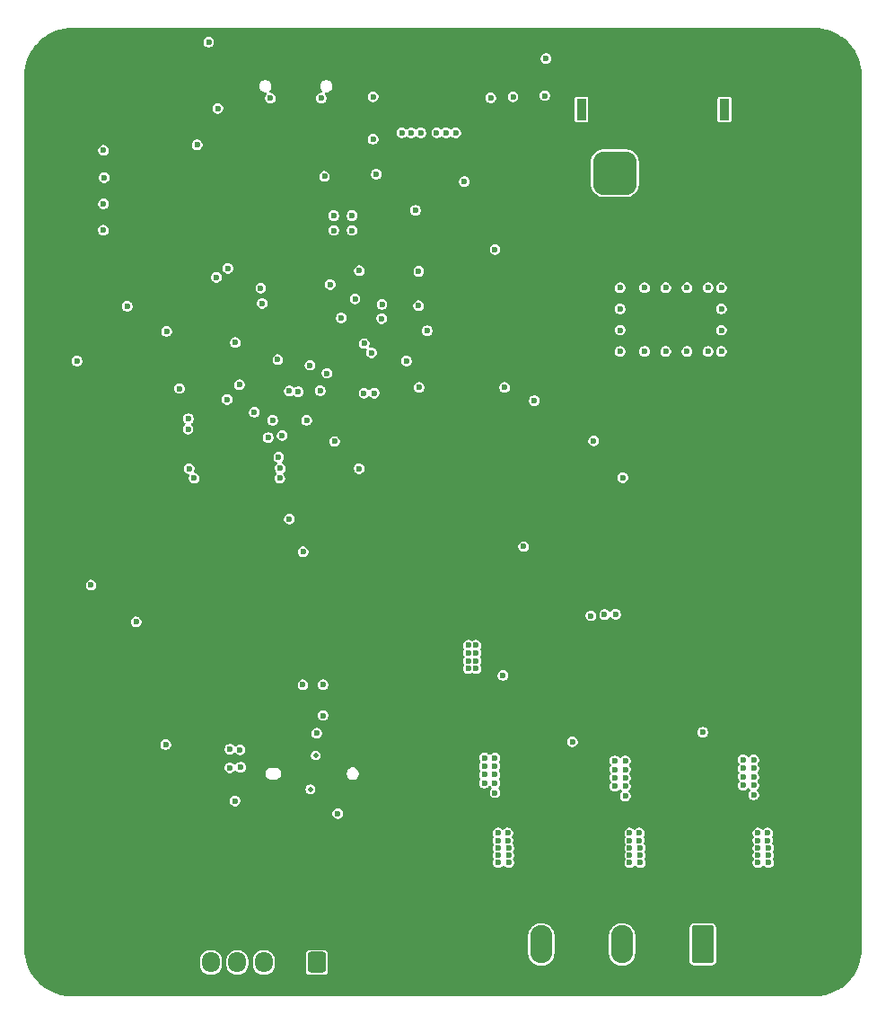
<source format=gbr>
%TF.GenerationSoftware,KiCad,Pcbnew,9.0.0-9.0.0-2~ubuntu22.04.1*%
%TF.CreationDate,2025-03-27T09:55:14+01:00*%
%TF.ProjectId,Motor_driver,4d6f746f-725f-4647-9269-7665722e6b69,rev?*%
%TF.SameCoordinates,Original*%
%TF.FileFunction,Copper,L2,Inr*%
%TF.FilePolarity,Positive*%
%FSLAX46Y46*%
G04 Gerber Fmt 4.6, Leading zero omitted, Abs format (unit mm)*
G04 Created by KiCad (PCBNEW 9.0.0-9.0.0-2~ubuntu22.04.1) date 2025-03-27 09:55:14*
%MOMM*%
%LPD*%
G01*
G04 APERTURE LIST*
G04 Aperture macros list*
%AMRoundRect*
0 Rectangle with rounded corners*
0 $1 Rounding radius*
0 $2 $3 $4 $5 $6 $7 $8 $9 X,Y pos of 4 corners*
0 Add a 4 corners polygon primitive as box body*
4,1,4,$2,$3,$4,$5,$6,$7,$8,$9,$2,$3,0*
0 Add four circle primitives for the rounded corners*
1,1,$1+$1,$2,$3*
1,1,$1+$1,$4,$5*
1,1,$1+$1,$6,$7*
1,1,$1+$1,$8,$9*
0 Add four rect primitives between the rounded corners*
20,1,$1+$1,$2,$3,$4,$5,0*
20,1,$1+$1,$4,$5,$6,$7,0*
20,1,$1+$1,$6,$7,$8,$9,0*
20,1,$1+$1,$8,$9,$2,$3,0*%
G04 Aperture macros list end*
%TA.AperFunction,ComponentPad*%
%ADD10C,0.800000*%
%TD*%
%TA.AperFunction,ComponentPad*%
%ADD11C,6.400000*%
%TD*%
%TA.AperFunction,ComponentPad*%
%ADD12RoundRect,0.250001X0.799999X1.549999X-0.799999X1.549999X-0.799999X-1.549999X0.799999X-1.549999X0*%
%TD*%
%TA.AperFunction,ComponentPad*%
%ADD13O,2.100000X3.600000*%
%TD*%
%TA.AperFunction,HeatsinkPad*%
%ADD14C,1.100000*%
%TD*%
%TA.AperFunction,ComponentPad*%
%ADD15RoundRect,0.250000X0.600000X0.725000X-0.600000X0.725000X-0.600000X-0.725000X0.600000X-0.725000X0*%
%TD*%
%TA.AperFunction,ComponentPad*%
%ADD16O,1.700000X1.950000*%
%TD*%
%TA.AperFunction,HeatsinkPad*%
%ADD17O,1.000000X2.100000*%
%TD*%
%TA.AperFunction,HeatsinkPad*%
%ADD18O,1.000000X1.600000*%
%TD*%
%TA.AperFunction,ComponentPad*%
%ADD19R,0.900000X2.000000*%
%TD*%
%TA.AperFunction,ComponentPad*%
%ADD20RoundRect,1.025000X-1.025000X-1.025000X1.025000X-1.025000X1.025000X1.025000X-1.025000X1.025000X0*%
%TD*%
%TA.AperFunction,ComponentPad*%
%ADD21C,4.100000*%
%TD*%
%TA.AperFunction,ViaPad*%
%ADD22C,0.600000*%
%TD*%
%TA.AperFunction,ViaPad*%
%ADD23C,0.500000*%
%TD*%
G04 APERTURE END LIST*
D10*
%TO.N,GND*%
%TO.C,H3*%
X67600000Y-61000000D03*
X68302944Y-59302944D03*
X68302944Y-62697056D03*
X70000000Y-58600000D03*
D11*
X70000000Y-61000000D03*
D10*
X70000000Y-63400000D03*
X71697056Y-59302944D03*
X71697056Y-62697056D03*
X72400000Y-61000000D03*
%TD*%
D12*
%TO.N,/SC*%
%TO.C,J3*%
X129500000Y-142900000D03*
D13*
%TO.N,/SB*%
X121880000Y-142900000D03*
%TO.N,/SA*%
X114260000Y-142900000D03*
%TD*%
D14*
%TO.N,GND*%
%TO.C,J6*%
X95129900Y-128956573D03*
X95129900Y-124656573D03*
X90329900Y-128956573D03*
X90329900Y-124656573D03*
%TD*%
D15*
%TO.N,+5V*%
%TO.C,J2*%
X93100000Y-144600000D03*
D16*
%TO.N,GND*%
X90600000Y-144600000D03*
%TO.N,/ENC_A*%
X88100000Y-144600000D03*
%TO.N,/ENC_B*%
X85600000Y-144600000D03*
%TO.N,/ENC_X*%
X83100000Y-144600000D03*
%TD*%
D17*
%TO.N,GND*%
%TO.C,J5*%
X95430000Y-62500000D03*
D18*
X95430000Y-58320000D03*
D17*
X86790000Y-62500000D03*
D18*
X86790000Y-58320000D03*
%TD*%
D10*
%TO.N,GND*%
%TO.C,H4*%
X67600000Y-143302944D03*
X68302944Y-141605888D03*
X68302944Y-145000000D03*
X70000000Y-140902944D03*
D11*
X70000000Y-143302944D03*
D10*
X70000000Y-145702944D03*
X71697056Y-141605888D03*
X71697056Y-145000000D03*
X72400000Y-143302944D03*
%TD*%
%TO.N,GND*%
%TO.C,H1*%
X137600000Y-143302944D03*
X138302944Y-141605888D03*
X138302944Y-145000000D03*
X140000000Y-140902944D03*
D11*
X140000000Y-143302944D03*
D10*
X140000000Y-145702944D03*
X141697056Y-141605888D03*
X141697056Y-145000000D03*
X142400000Y-143302944D03*
%TD*%
%TO.N,GND*%
%TO.C,H2*%
X137600000Y-61000000D03*
X138302944Y-59302944D03*
X138302944Y-62697056D03*
X140000000Y-58600000D03*
D11*
X140000000Y-61000000D03*
D10*
X140000000Y-63400000D03*
X141697056Y-59302944D03*
X141697056Y-62697056D03*
X142400000Y-61000000D03*
%TD*%
D19*
%TO.N,*%
%TO.C,J1*%
X118050000Y-64200000D03*
X131550000Y-64200000D03*
D20*
%TO.N,+24V*%
X121200000Y-70200000D03*
D21*
%TO.N,GND*%
X128400000Y-70200000D03*
%TD*%
D22*
%TO.N,/5V_BUCK*%
X72970000Y-73090000D03*
X107000000Y-71000000D03*
%TO.N,+3.3V*%
X92136397Y-93500000D03*
X88936397Y-93500000D03*
X72970000Y-68050000D03*
X99240000Y-82580000D03*
X82900000Y-57850000D03*
X81810000Y-67530000D03*
X94700000Y-74200000D03*
X76049999Y-112500000D03*
X95400000Y-83840000D03*
X96400000Y-75600000D03*
X96400000Y-74200000D03*
X94700000Y-75600000D03*
X92450000Y-88300000D03*
X70480000Y-87910000D03*
X97100000Y-79400000D03*
X87200631Y-92740000D03*
X78840000Y-124060000D03*
X71800000Y-109019998D03*
X99210000Y-83910000D03*
%TO.N,/NRST*%
X80140000Y-90500000D03*
X89492144Y-96970000D03*
%TO.N,+5V*%
X85850000Y-124550000D03*
X102700000Y-79450000D03*
X84900000Y-124500000D03*
X73040000Y-70610000D03*
X85900000Y-126200000D03*
X93820000Y-70510000D03*
X98400000Y-67000000D03*
X84900000Y-126250000D03*
X102400000Y-73700000D03*
X109900000Y-77400002D03*
X98700000Y-70300000D03*
%TO.N,/BTN_3*%
X89410000Y-87780000D03*
X84630393Y-91530393D03*
%TO.N,Net-(D1-K)*%
X83750000Y-64100000D03*
X112600000Y-105400000D03*
%TO.N,/5V_USB*%
X85379899Y-129371574D03*
X95070000Y-130570000D03*
%TO.N,/ADD_SEL_1*%
X81040000Y-98050000D03*
X97540000Y-90930000D03*
X89630000Y-98030000D03*
X97550000Y-86260000D03*
%TO.N,/ADD_SEL_0*%
X98500000Y-90930000D03*
X98245000Y-87135000D03*
X89600000Y-98960000D03*
X81530000Y-98960000D03*
%TO.N,/SDA_I2C1*%
X101550000Y-87900000D03*
X94350000Y-80700000D03*
%TO.N,/LED_0*%
X88510000Y-95120000D03*
X80950000Y-94320000D03*
%TO.N,/LED_1*%
X80980000Y-93340000D03*
X89819265Y-94929265D03*
%TO.N,/GLC*%
X110655000Y-117545000D03*
X121280000Y-111780000D03*
%TO.N,/LSS*%
X122200000Y-126400000D03*
X108100000Y-116200000D03*
X107400001Y-116900000D03*
X133300000Y-127900000D03*
X121200000Y-125600000D03*
X107400000Y-114700000D03*
X109900000Y-128600000D03*
X121200000Y-128000000D03*
X108100000Y-115400000D03*
X134300000Y-126300000D03*
X133300000Y-125500000D03*
X108900000Y-125300000D03*
X121200000Y-126400000D03*
X121200000Y-127200000D03*
X122200000Y-127200000D03*
X109900000Y-125300000D03*
X109900000Y-126900000D03*
X134300000Y-125500000D03*
X133300000Y-126300000D03*
X134300000Y-128800000D03*
X134300000Y-127900000D03*
X108100000Y-114700000D03*
X122200000Y-125600000D03*
X122200000Y-128000000D03*
X108900000Y-126100000D03*
X108900000Y-127700000D03*
X107400000Y-115400000D03*
X107400000Y-116200000D03*
X108900000Y-126900000D03*
X109900000Y-126100000D03*
X122200000Y-128900000D03*
X133300000Y-127100000D03*
X134300000Y-127100000D03*
X108100001Y-116900000D03*
X109900000Y-127700000D03*
%TO.N,/GLB*%
X117200000Y-123800000D03*
X120230000Y-111810000D03*
%TO.N,/GLA*%
X118940000Y-111920000D03*
X129500000Y-122900000D03*
%TO.N,/ENC_B*%
X94770000Y-95490000D03*
X97080000Y-98050000D03*
%TO.N,/USB_DM*%
X91800000Y-105900000D03*
X91330000Y-90810000D03*
%TO.N,/SWDIO*%
X84710000Y-79170000D03*
X87800000Y-81040000D03*
%TO.N,/USB_DP*%
X90500000Y-102800000D03*
X90500000Y-90730000D03*
%TO.N,/PWM_T1C1*%
X113600000Y-91650000D03*
X96700000Y-82050000D03*
%TO.N,+24V*%
X111200000Y-133800000D03*
X114600000Y-62900000D03*
X126000000Y-81000000D03*
X130000000Y-81000000D03*
X128000000Y-87000000D03*
X123500000Y-133100000D03*
X121700000Y-87000000D03*
X128000000Y-81000000D03*
X110200000Y-135200000D03*
X134700000Y-134500000D03*
X110200000Y-134500000D03*
X101100000Y-66400000D03*
X111200000Y-135200000D03*
X134700000Y-135200000D03*
X119200000Y-95440000D03*
X114700000Y-59400000D03*
X135600000Y-133100000D03*
X111100000Y-133100000D03*
X123600000Y-135200000D03*
X106200000Y-66400000D03*
X124000000Y-81000000D03*
X110200000Y-133100000D03*
X110200000Y-132400000D03*
X130000000Y-87000000D03*
X121700000Y-85000000D03*
X102000000Y-66400000D03*
X123600000Y-134500000D03*
X121700000Y-83000000D03*
X122600000Y-134500000D03*
X134700000Y-133100000D03*
X111100000Y-132400000D03*
X135700000Y-135200000D03*
X124000000Y-87000000D03*
X123600000Y-133800000D03*
X111200000Y-134500000D03*
X135700000Y-133800000D03*
X109500000Y-63100000D03*
X121950000Y-98900000D03*
X126000000Y-87000000D03*
X111600000Y-63000000D03*
X123500000Y-132400000D03*
X110200000Y-133800000D03*
X122600000Y-132400000D03*
X131250000Y-85000000D03*
X131250000Y-87000000D03*
X122600000Y-133800000D03*
X131250000Y-83000000D03*
X121700000Y-81000001D03*
X104400000Y-66400000D03*
X122600000Y-133100000D03*
X135700000Y-134500000D03*
X131250000Y-81000001D03*
X135600000Y-132400000D03*
X102900000Y-66400000D03*
X122600000Y-135200000D03*
X134700000Y-132400000D03*
X105300000Y-66400000D03*
X134700000Y-133800000D03*
X72950000Y-75580000D03*
%TO.N,/VCP_RX*%
X94040000Y-89060000D03*
X78930000Y-85120000D03*
%TO.N,/SWO*%
X75220000Y-82750000D03*
X85400000Y-86160000D03*
%TO.N,/SWCLK*%
X87950000Y-82470000D03*
X83620000Y-80020000D03*
%TO.N,/VCP_TX*%
X93424699Y-90705301D03*
X85800000Y-90150000D03*
%TO.N,GND*%
X144000000Y-76000000D03*
X126000000Y-142000000D03*
X66000000Y-128700000D03*
X100200000Y-89400000D03*
X66000000Y-70700000D03*
X140000000Y-136400000D03*
X66000000Y-126700000D03*
X122160000Y-105790000D03*
X93999999Y-57000000D03*
X74000000Y-57000000D03*
X114220000Y-118660000D03*
X115400000Y-134600000D03*
X113000001Y-147000000D03*
X125000000Y-147000000D03*
X144000000Y-130000000D03*
X122160000Y-106890000D03*
X70000001Y-57000000D03*
X121160000Y-104890000D03*
X76000000Y-147000000D03*
X86000001Y-147000000D03*
X144000000Y-138000000D03*
X140800000Y-133600000D03*
X72000001Y-147000000D03*
X136999999Y-147000000D03*
X137550000Y-77000000D03*
X131000000Y-147000000D03*
X144000000Y-106000000D03*
X127800000Y-134900000D03*
X100000000Y-57000000D03*
X130000000Y-57000000D03*
X109800000Y-94500000D03*
X66000000Y-110700000D03*
X116200000Y-133900000D03*
X115400000Y-135300000D03*
X144000000Y-92000000D03*
X144000000Y-136000000D03*
X102180000Y-119200000D03*
X66000000Y-90700000D03*
X81999999Y-147000000D03*
X66000000Y-116700000D03*
X110000000Y-57000000D03*
X124000000Y-57000000D03*
X144000000Y-70000000D03*
X107999999Y-57000000D03*
X130400000Y-117100000D03*
X120000000Y-57000000D03*
X144000000Y-104000000D03*
X116200000Y-136000000D03*
X140800000Y-135000000D03*
X90000000Y-57000000D03*
X95999999Y-147000000D03*
X117000000Y-147000000D03*
X74100000Y-116510000D03*
X73810000Y-88950000D03*
X115400000Y-136000000D03*
X99000001Y-147000000D03*
X113540000Y-102050000D03*
X66000000Y-76700000D03*
X80700000Y-100280000D03*
X66000000Y-68700000D03*
X78000000Y-57000000D03*
X85830000Y-92240000D03*
X120160000Y-106890000D03*
X88000000Y-119000000D03*
X103160000Y-98130000D03*
X116200000Y-134600000D03*
X144000000Y-132000000D03*
X66000000Y-74700000D03*
X119190000Y-129090000D03*
X144000000Y-134000000D03*
X88000000Y-129000000D03*
X140800000Y-132200000D03*
X66000000Y-122700000D03*
X130000000Y-96000000D03*
X116200000Y-131800000D03*
X108800000Y-90000000D03*
X138000000Y-57000000D03*
X69100000Y-87050000D03*
X66000000Y-92700000D03*
X140000000Y-133600000D03*
X66000000Y-86700000D03*
X144000000Y-98000000D03*
X144000000Y-140000000D03*
X114000000Y-57000000D03*
X66000000Y-112700000D03*
X107000000Y-147000000D03*
X66000000Y-114700000D03*
X140800000Y-136400000D03*
X81250000Y-91790000D03*
X127800000Y-135600000D03*
X81620000Y-108150000D03*
X144000000Y-118000000D03*
X66000000Y-80700000D03*
X134000000Y-57000000D03*
X82000000Y-57000000D03*
X128600000Y-132100000D03*
X144000000Y-108000000D03*
X66000000Y-136700000D03*
X144000000Y-114000000D03*
X144000000Y-100000000D03*
X118000000Y-57000000D03*
X103000000Y-147000000D03*
X66000000Y-140700000D03*
X127800000Y-133500000D03*
X130500000Y-131000000D03*
X120160000Y-105890000D03*
X84000001Y-57000000D03*
X144000000Y-128000000D03*
X127800000Y-136300000D03*
X144000000Y-102000000D03*
X128600000Y-136300000D03*
X144000000Y-116000000D03*
X122999999Y-147000000D03*
X112200000Y-61400000D03*
X128600000Y-135600000D03*
X144000000Y-122000000D03*
X115000000Y-147000000D03*
X144000000Y-78000000D03*
X127800000Y-132800000D03*
X115520000Y-114510000D03*
X144000000Y-110000000D03*
X144000000Y-88000000D03*
X81620000Y-105440000D03*
X124500000Y-127500000D03*
X71810000Y-94340000D03*
X66000000Y-132700000D03*
X108230000Y-86350000D03*
X66000000Y-130700000D03*
X115400000Y-133900000D03*
X108999999Y-147000000D03*
X72090000Y-103190000D03*
X120160000Y-104890000D03*
X111260000Y-104300000D03*
X66000000Y-134700000D03*
X110960000Y-121160000D03*
X121160000Y-106890000D03*
X122160000Y-104890000D03*
X66000000Y-100700000D03*
X66000000Y-84700000D03*
X127800000Y-132100000D03*
X80150000Y-96650000D03*
X144000000Y-84000000D03*
X77330000Y-115460000D03*
X108600000Y-101500000D03*
X78600000Y-79980000D03*
X66000000Y-120700000D03*
X66000000Y-78700000D03*
X128600000Y-134200000D03*
X144000000Y-124000000D03*
X126000001Y-57000000D03*
X144000000Y-72000000D03*
X130000000Y-100000000D03*
X92000000Y-57000000D03*
X66000000Y-66700000D03*
X66000000Y-108700000D03*
X106920000Y-128900000D03*
X83670000Y-101180000D03*
X111100000Y-91700000D03*
X91900000Y-102400000D03*
X66000000Y-88700000D03*
X140000000Y-134300000D03*
X102000000Y-57000000D03*
X79999999Y-57000000D03*
X140000000Y-132900000D03*
X73970000Y-113250000D03*
X98000000Y-147000000D03*
X78000000Y-147000000D03*
X137680000Y-90390000D03*
X121000000Y-147000000D03*
X103000000Y-107000000D03*
X128600000Y-134900000D03*
X101000000Y-147000000D03*
X140000000Y-132200000D03*
X105000000Y-147000000D03*
X131430000Y-129060000D03*
X144000000Y-120000000D03*
X135000000Y-147000000D03*
X111000000Y-147000000D03*
X140000000Y-135700000D03*
X116200000Y-132500000D03*
X89200000Y-95900000D03*
X140000000Y-135000000D03*
X75800000Y-59700000D03*
X66000000Y-94700000D03*
X119000000Y-147000000D03*
X140800000Y-132900000D03*
X112000001Y-57000000D03*
X66000000Y-102700000D03*
X140800000Y-135700000D03*
X125000000Y-113000000D03*
X66000000Y-124700000D03*
X86000000Y-57000000D03*
X132000000Y-57000000D03*
X90000000Y-147000000D03*
X72000000Y-57000000D03*
X118200000Y-102400000D03*
X66000000Y-96700000D03*
X74000000Y-147000000D03*
X80600000Y-103280000D03*
X123800000Y-109100000D03*
X66000000Y-64700000D03*
X76000000Y-57000000D03*
X121999999Y-57000000D03*
X115400000Y-131800000D03*
X118000000Y-142000000D03*
X96000000Y-57000000D03*
X115400000Y-133200000D03*
X66000000Y-72700000D03*
X92560000Y-120820000D03*
X80000000Y-147000000D03*
X66000000Y-82700000D03*
X144000000Y-82000000D03*
X127000001Y-147000000D03*
X66000000Y-98700000D03*
X118660000Y-113680000D03*
X144000000Y-74000000D03*
X75700000Y-74220000D03*
X115400000Y-132500000D03*
X144000000Y-96000000D03*
X114400000Y-89900000D03*
X128000000Y-57000000D03*
X127800000Y-134200000D03*
X130000000Y-104000000D03*
X88000000Y-111000000D03*
X133000000Y-147000000D03*
X88000000Y-103000000D03*
X144000000Y-68000000D03*
X116200000Y-135300000D03*
X91700000Y-97200000D03*
X124320000Y-77340000D03*
X126250000Y-116500000D03*
X84000000Y-147000000D03*
X83800000Y-96100000D03*
X74200000Y-101890000D03*
X124600000Y-117500000D03*
X78460000Y-81790000D03*
X140800000Y-134300000D03*
X81310000Y-87450000D03*
X104000000Y-57000000D03*
X88000000Y-57000000D03*
X144000000Y-86000000D03*
X144000000Y-80000000D03*
X66000000Y-118700000D03*
X128600000Y-133500000D03*
X75410000Y-77430000D03*
X106000000Y-57000000D03*
X135999999Y-57000000D03*
X71850000Y-107300000D03*
X66000000Y-106700000D03*
X129992489Y-107944383D03*
X92600000Y-107200000D03*
X144000000Y-126000000D03*
X128600000Y-132800000D03*
X116200000Y-133200000D03*
X66000000Y-138700000D03*
X84700000Y-94100000D03*
X117700000Y-108500000D03*
X144000000Y-94000000D03*
X144000000Y-90000000D03*
X116000000Y-57000000D03*
X66000000Y-104700000D03*
X98000001Y-57000000D03*
X111000000Y-61150000D03*
X109000000Y-107000000D03*
X129000000Y-147000000D03*
X144000000Y-66000000D03*
X144000000Y-64000000D03*
X121160000Y-105890000D03*
X88000000Y-147000000D03*
X144000000Y-112000000D03*
X109000000Y-65000000D03*
X121000000Y-120000000D03*
X124870000Y-89920000D03*
X94000000Y-147000000D03*
X92000000Y-147000000D03*
%TO.N,/D+*%
X93679899Y-121320101D03*
X93679899Y-118416574D03*
%TO.N,/D-*%
X93079900Y-122991745D03*
D23*
X92479900Y-128279900D03*
D22*
X91779901Y-118416574D03*
D23*
X92979900Y-125100000D03*
D22*
%TO.N,/SPD*%
X110800000Y-90400000D03*
X103505000Y-85055000D03*
%TO.N,/FG*%
X102740000Y-90400000D03*
X102690000Y-82700000D03*
%TO.N,/5V_Cmd*%
X88710000Y-63140000D03*
X93510000Y-63140000D03*
X98400000Y-62999998D03*
%TD*%
%TA.AperFunction,Conductor*%
%TO.N,GND*%
G36*
X140002702Y-56500617D02*
G01*
X140386771Y-56517386D01*
X140397506Y-56518326D01*
X140775971Y-56568152D01*
X140786597Y-56570025D01*
X141159284Y-56652648D01*
X141169710Y-56655442D01*
X141533765Y-56770227D01*
X141543911Y-56773920D01*
X141896578Y-56920000D01*
X141906369Y-56924566D01*
X142244942Y-57100816D01*
X142254310Y-57106224D01*
X142576244Y-57311318D01*
X142585105Y-57317523D01*
X142887930Y-57549889D01*
X142896217Y-57556843D01*
X143177635Y-57814715D01*
X143185284Y-57822364D01*
X143443156Y-58103782D01*
X143450110Y-58112069D01*
X143682476Y-58414894D01*
X143688681Y-58423755D01*
X143893775Y-58745689D01*
X143899183Y-58755057D01*
X144075430Y-59093623D01*
X144080002Y-59103427D01*
X144226075Y-59456078D01*
X144229775Y-59466244D01*
X144344554Y-59830278D01*
X144347354Y-59840727D01*
X144429971Y-60213389D01*
X144431849Y-60224042D01*
X144481671Y-60602473D01*
X144482614Y-60613249D01*
X144499382Y-60997297D01*
X144499500Y-61002706D01*
X144499500Y-143300237D01*
X144499382Y-143305646D01*
X144482614Y-143689694D01*
X144481671Y-143700471D01*
X144431849Y-144078899D01*
X144429971Y-144089552D01*
X144347352Y-144462218D01*
X144344552Y-144472666D01*
X144229774Y-144836697D01*
X144226074Y-144846863D01*
X144080001Y-145199514D01*
X144075429Y-145209318D01*
X143899178Y-145547893D01*
X143893769Y-145557261D01*
X143688684Y-145879178D01*
X143682480Y-145888039D01*
X143450109Y-146190871D01*
X143443155Y-146199158D01*
X143185283Y-146480576D01*
X143177634Y-146488225D01*
X142896216Y-146746097D01*
X142887929Y-146753051D01*
X142585096Y-146985422D01*
X142576235Y-146991626D01*
X142254318Y-147196711D01*
X142244950Y-147202120D01*
X141906375Y-147378370D01*
X141896571Y-147382942D01*
X141543920Y-147529015D01*
X141533754Y-147532715D01*
X141169723Y-147647493D01*
X141159275Y-147650293D01*
X140786609Y-147732912D01*
X140775955Y-147734790D01*
X140397526Y-147784611D01*
X140386750Y-147785554D01*
X140324729Y-147788261D01*
X140002602Y-147802326D01*
X139997211Y-147802444D01*
X70002706Y-147802444D01*
X69997297Y-147802326D01*
X69613246Y-147785558D01*
X69602472Y-147784615D01*
X69540791Y-147776494D01*
X69224041Y-147734794D01*
X69213387Y-147732916D01*
X68840719Y-147650297D01*
X68830271Y-147647497D01*
X68466238Y-147532719D01*
X68456073Y-147529019D01*
X68103424Y-147382948D01*
X68093620Y-147378377D01*
X67755042Y-147202126D01*
X67745673Y-147196717D01*
X67423742Y-146991625D01*
X67414881Y-146985420D01*
X67112061Y-146753060D01*
X67103774Y-146746107D01*
X66822347Y-146488229D01*
X66814698Y-146480580D01*
X66556816Y-146199155D01*
X66549879Y-146190888D01*
X66317489Y-145888035D01*
X66311296Y-145879189D01*
X66163469Y-145647150D01*
X66106202Y-145557260D01*
X66100795Y-145547894D01*
X65924541Y-145209318D01*
X65919969Y-145199515D01*
X65773893Y-144846864D01*
X65770193Y-144836698D01*
X65767598Y-144828469D01*
X65655403Y-144472640D01*
X65652612Y-144462218D01*
X65632506Y-144371530D01*
X82049500Y-144371530D01*
X82049500Y-144828469D01*
X82089868Y-145031412D01*
X82089870Y-145031420D01*
X82169058Y-145222596D01*
X82284024Y-145394657D01*
X82430342Y-145540975D01*
X82430345Y-145540977D01*
X82602402Y-145655941D01*
X82793580Y-145735130D01*
X82982187Y-145772646D01*
X82996530Y-145775499D01*
X82996534Y-145775500D01*
X82996535Y-145775500D01*
X83203466Y-145775500D01*
X83203467Y-145775499D01*
X83406420Y-145735130D01*
X83597598Y-145655941D01*
X83769655Y-145540977D01*
X83915977Y-145394655D01*
X84030941Y-145222598D01*
X84110130Y-145031420D01*
X84150500Y-144828465D01*
X84150500Y-144371535D01*
X84150499Y-144371530D01*
X84549500Y-144371530D01*
X84549500Y-144828469D01*
X84589868Y-145031412D01*
X84589870Y-145031420D01*
X84669058Y-145222596D01*
X84784024Y-145394657D01*
X84930342Y-145540975D01*
X84930345Y-145540977D01*
X85102402Y-145655941D01*
X85293580Y-145735130D01*
X85482187Y-145772646D01*
X85496530Y-145775499D01*
X85496534Y-145775500D01*
X85496535Y-145775500D01*
X85703466Y-145775500D01*
X85703467Y-145775499D01*
X85906420Y-145735130D01*
X86097598Y-145655941D01*
X86269655Y-145540977D01*
X86415977Y-145394655D01*
X86530941Y-145222598D01*
X86610130Y-145031420D01*
X86650500Y-144828465D01*
X86650500Y-144371535D01*
X86650499Y-144371530D01*
X87049500Y-144371530D01*
X87049500Y-144828469D01*
X87089868Y-145031412D01*
X87089870Y-145031420D01*
X87169058Y-145222596D01*
X87284024Y-145394657D01*
X87430342Y-145540975D01*
X87430345Y-145540977D01*
X87602402Y-145655941D01*
X87793580Y-145735130D01*
X87982187Y-145772646D01*
X87996530Y-145775499D01*
X87996534Y-145775500D01*
X87996535Y-145775500D01*
X88203466Y-145775500D01*
X88203467Y-145775499D01*
X88406420Y-145735130D01*
X88597598Y-145655941D01*
X88769655Y-145540977D01*
X88915977Y-145394655D01*
X89030941Y-145222598D01*
X89110130Y-145031420D01*
X89150500Y-144828465D01*
X89150500Y-144371535D01*
X89110130Y-144168580D01*
X89030941Y-143977402D01*
X88970353Y-143886725D01*
X88970352Y-143886722D01*
X88926257Y-143820730D01*
X92049500Y-143820730D01*
X92049500Y-145379269D01*
X92052353Y-145409699D01*
X92052353Y-145409701D01*
X92097206Y-145537880D01*
X92097207Y-145537882D01*
X92177850Y-145647150D01*
X92287118Y-145727793D01*
X92308089Y-145735131D01*
X92415299Y-145772646D01*
X92445730Y-145775500D01*
X92445734Y-145775500D01*
X93754270Y-145775500D01*
X93784699Y-145772646D01*
X93784701Y-145772646D01*
X93848790Y-145750219D01*
X93912882Y-145727793D01*
X94022150Y-145647150D01*
X94102793Y-145537882D01*
X94125219Y-145473790D01*
X94147646Y-145409701D01*
X94147646Y-145409699D01*
X94150500Y-145379269D01*
X94150500Y-143820730D01*
X94147646Y-143790300D01*
X94147646Y-143790298D01*
X94102793Y-143662119D01*
X94102792Y-143662117D01*
X94022150Y-143552850D01*
X93912882Y-143472207D01*
X93912880Y-143472206D01*
X93784700Y-143427353D01*
X93754270Y-143424500D01*
X93754266Y-143424500D01*
X92445734Y-143424500D01*
X92445730Y-143424500D01*
X92415300Y-143427353D01*
X92415298Y-143427353D01*
X92287119Y-143472206D01*
X92287117Y-143472207D01*
X92177850Y-143552850D01*
X92097207Y-143662117D01*
X92097206Y-143662119D01*
X92052353Y-143790298D01*
X92052353Y-143790300D01*
X92049500Y-143820730D01*
X88926257Y-143820730D01*
X88915980Y-143805349D01*
X88915974Y-143805341D01*
X88769657Y-143659024D01*
X88683626Y-143601541D01*
X88597598Y-143544059D01*
X88406420Y-143464870D01*
X88406412Y-143464868D01*
X88203469Y-143424500D01*
X88203465Y-143424500D01*
X87996535Y-143424500D01*
X87996530Y-143424500D01*
X87793587Y-143464868D01*
X87793579Y-143464870D01*
X87602403Y-143544058D01*
X87430342Y-143659024D01*
X87284024Y-143805342D01*
X87169058Y-143977403D01*
X87089870Y-144168579D01*
X87089868Y-144168587D01*
X87049500Y-144371530D01*
X86650499Y-144371530D01*
X86610130Y-144168580D01*
X86530941Y-143977402D01*
X86415977Y-143805345D01*
X86415975Y-143805342D01*
X86269657Y-143659024D01*
X86183626Y-143601541D01*
X86097598Y-143544059D01*
X85906420Y-143464870D01*
X85906412Y-143464868D01*
X85703469Y-143424500D01*
X85703465Y-143424500D01*
X85496535Y-143424500D01*
X85496530Y-143424500D01*
X85293587Y-143464868D01*
X85293579Y-143464870D01*
X85102403Y-143544058D01*
X84930342Y-143659024D01*
X84784024Y-143805342D01*
X84669058Y-143977403D01*
X84589870Y-144168579D01*
X84589868Y-144168587D01*
X84549500Y-144371530D01*
X84150499Y-144371530D01*
X84110130Y-144168580D01*
X84030941Y-143977402D01*
X83915977Y-143805345D01*
X83915975Y-143805342D01*
X83769657Y-143659024D01*
X83683626Y-143601541D01*
X83597598Y-143544059D01*
X83406420Y-143464870D01*
X83406412Y-143464868D01*
X83203469Y-143424500D01*
X83203465Y-143424500D01*
X82996535Y-143424500D01*
X82996530Y-143424500D01*
X82793587Y-143464868D01*
X82793579Y-143464870D01*
X82602403Y-143544058D01*
X82430342Y-143659024D01*
X82284024Y-143805342D01*
X82169058Y-143977403D01*
X82089870Y-144168579D01*
X82089868Y-144168587D01*
X82049500Y-144371530D01*
X65632506Y-144371530D01*
X65569985Y-144089529D01*
X65568115Y-144078921D01*
X65518285Y-143700448D01*
X65517345Y-143689707D01*
X65500618Y-143306648D01*
X65500500Y-143301239D01*
X65500500Y-142051577D01*
X113009500Y-142051577D01*
X113009500Y-143748422D01*
X113040290Y-143942826D01*
X113101117Y-144130029D01*
X113190476Y-144305405D01*
X113306172Y-144464646D01*
X113445354Y-144603828D01*
X113604595Y-144719524D01*
X113687455Y-144761743D01*
X113779970Y-144808882D01*
X113779972Y-144808882D01*
X113779975Y-144808884D01*
X113865574Y-144836697D01*
X113967173Y-144869709D01*
X114161578Y-144900500D01*
X114161583Y-144900500D01*
X114358422Y-144900500D01*
X114552826Y-144869709D01*
X114740025Y-144808884D01*
X114915405Y-144719524D01*
X115074646Y-144603828D01*
X115213828Y-144464646D01*
X115329524Y-144305405D01*
X115418884Y-144130025D01*
X115479709Y-143942826D01*
X115510500Y-143748422D01*
X115510500Y-142051577D01*
X120629500Y-142051577D01*
X120629500Y-143748422D01*
X120660290Y-143942826D01*
X120721117Y-144130029D01*
X120810476Y-144305405D01*
X120926172Y-144464646D01*
X121065354Y-144603828D01*
X121224595Y-144719524D01*
X121307455Y-144761743D01*
X121399970Y-144808882D01*
X121399972Y-144808882D01*
X121399975Y-144808884D01*
X121485574Y-144836697D01*
X121587173Y-144869709D01*
X121781578Y-144900500D01*
X121781583Y-144900500D01*
X121978422Y-144900500D01*
X122172826Y-144869709D01*
X122360025Y-144808884D01*
X122535405Y-144719524D01*
X122694646Y-144603828D01*
X122833828Y-144464646D01*
X122949524Y-144305405D01*
X123038884Y-144130025D01*
X123099709Y-143942826D01*
X123130500Y-143748422D01*
X123130500Y-142051577D01*
X123099709Y-141857173D01*
X123038882Y-141669970D01*
X122949523Y-141494594D01*
X122833828Y-141335354D01*
X122794205Y-141295731D01*
X128249500Y-141295731D01*
X128249500Y-144504258D01*
X128252354Y-144534698D01*
X128252354Y-144534699D01*
X128297206Y-144662881D01*
X128297207Y-144662882D01*
X128377850Y-144772150D01*
X128487118Y-144852793D01*
X128615302Y-144897646D01*
X128615301Y-144897646D01*
X128619271Y-144898018D01*
X128645735Y-144900500D01*
X130354264Y-144900499D01*
X130384698Y-144897646D01*
X130512882Y-144852793D01*
X130622150Y-144772150D01*
X130702793Y-144662882D01*
X130747646Y-144534698D01*
X130750500Y-144504265D01*
X130750499Y-141295736D01*
X130747646Y-141265302D01*
X130702793Y-141137118D01*
X130622150Y-141027850D01*
X130512882Y-140947207D01*
X130512881Y-140947206D01*
X130384695Y-140902353D01*
X130384698Y-140902353D01*
X130354268Y-140899500D01*
X128645741Y-140899500D01*
X128615301Y-140902354D01*
X128615300Y-140902354D01*
X128487118Y-140947206D01*
X128377850Y-141027850D01*
X128297206Y-141137118D01*
X128252353Y-141265302D01*
X128249500Y-141295731D01*
X122794205Y-141295731D01*
X122694646Y-141196172D01*
X122535405Y-141080476D01*
X122360029Y-140991117D01*
X122172826Y-140930290D01*
X121978422Y-140899500D01*
X121978417Y-140899500D01*
X121781583Y-140899500D01*
X121781578Y-140899500D01*
X121587173Y-140930290D01*
X121399970Y-140991117D01*
X121224594Y-141080476D01*
X121146634Y-141137118D01*
X121065354Y-141196172D01*
X121065352Y-141196174D01*
X121065351Y-141196174D01*
X120926174Y-141335351D01*
X120926174Y-141335352D01*
X120926172Y-141335354D01*
X120876485Y-141403741D01*
X120810476Y-141494594D01*
X120721117Y-141669970D01*
X120660290Y-141857173D01*
X120629500Y-142051577D01*
X115510500Y-142051577D01*
X115479709Y-141857173D01*
X115418882Y-141669970D01*
X115329523Y-141494594D01*
X115213828Y-141335354D01*
X115074646Y-141196172D01*
X114915405Y-141080476D01*
X114740029Y-140991117D01*
X114552826Y-140930290D01*
X114358422Y-140899500D01*
X114358417Y-140899500D01*
X114161583Y-140899500D01*
X114161578Y-140899500D01*
X113967173Y-140930290D01*
X113779970Y-140991117D01*
X113604594Y-141080476D01*
X113526634Y-141137118D01*
X113445354Y-141196172D01*
X113445352Y-141196174D01*
X113445351Y-141196174D01*
X113306174Y-141335351D01*
X113306174Y-141335352D01*
X113306172Y-141335354D01*
X113256485Y-141403741D01*
X113190476Y-141494594D01*
X113101117Y-141669970D01*
X113040290Y-141857173D01*
X113009500Y-142051577D01*
X65500500Y-142051577D01*
X65500500Y-132334108D01*
X109699500Y-132334108D01*
X109699500Y-132465891D01*
X109733609Y-132593188D01*
X109733609Y-132593189D01*
X109788348Y-132688000D01*
X109804821Y-132755900D01*
X109788348Y-132812000D01*
X109733609Y-132906810D01*
X109733609Y-132906811D01*
X109699500Y-133034108D01*
X109699500Y-133165891D01*
X109733609Y-133293188D01*
X109733609Y-133293189D01*
X109788348Y-133388000D01*
X109804821Y-133455900D01*
X109788348Y-133512000D01*
X109733609Y-133606810D01*
X109733609Y-133606811D01*
X109699500Y-133734108D01*
X109699500Y-133865891D01*
X109733609Y-133993188D01*
X109733609Y-133993189D01*
X109788348Y-134088000D01*
X109804821Y-134155900D01*
X109788348Y-134212000D01*
X109733609Y-134306810D01*
X109733609Y-134306811D01*
X109699500Y-134434108D01*
X109699500Y-134565891D01*
X109733609Y-134693188D01*
X109733609Y-134693189D01*
X109788348Y-134788000D01*
X109804821Y-134855900D01*
X109788348Y-134912000D01*
X109733609Y-135006810D01*
X109733609Y-135006811D01*
X109699500Y-135134108D01*
X109699500Y-135265891D01*
X109733608Y-135393187D01*
X109766554Y-135450250D01*
X109799500Y-135507314D01*
X109892686Y-135600500D01*
X110006814Y-135666392D01*
X110134108Y-135700500D01*
X110134110Y-135700500D01*
X110265890Y-135700500D01*
X110265892Y-135700500D01*
X110393186Y-135666392D01*
X110507314Y-135600500D01*
X110600500Y-135507314D01*
X110600504Y-135507306D01*
X110601625Y-135505847D01*
X110602892Y-135504921D01*
X110606247Y-135501567D01*
X110606770Y-135502090D01*
X110658053Y-135464645D01*
X110727799Y-135460491D01*
X110788719Y-135494704D01*
X110798375Y-135505847D01*
X110799498Y-135507311D01*
X110799500Y-135507314D01*
X110892686Y-135600500D01*
X111006814Y-135666392D01*
X111134108Y-135700500D01*
X111134110Y-135700500D01*
X111265890Y-135700500D01*
X111265892Y-135700500D01*
X111393186Y-135666392D01*
X111507314Y-135600500D01*
X111600500Y-135507314D01*
X111666392Y-135393186D01*
X111700500Y-135265892D01*
X111700500Y-135134108D01*
X111666392Y-135006814D01*
X111611650Y-134911999D01*
X111595178Y-134844100D01*
X111611650Y-134788000D01*
X111666392Y-134693186D01*
X111700500Y-134565892D01*
X111700500Y-134434108D01*
X111666392Y-134306814D01*
X111611650Y-134211999D01*
X111595178Y-134144100D01*
X111611650Y-134088000D01*
X111666392Y-133993186D01*
X111700500Y-133865892D01*
X111700500Y-133734108D01*
X111666392Y-133606814D01*
X111600500Y-133492686D01*
X111573134Y-133465320D01*
X111539649Y-133403997D01*
X111544633Y-133334305D01*
X111553426Y-133315643D01*
X111566392Y-133293186D01*
X111600500Y-133165892D01*
X111600500Y-133034108D01*
X111566392Y-132906814D01*
X111511650Y-132811999D01*
X111495178Y-132744100D01*
X111511650Y-132688000D01*
X111566392Y-132593186D01*
X111600500Y-132465892D01*
X111600500Y-132334108D01*
X122099500Y-132334108D01*
X122099500Y-132465891D01*
X122133609Y-132593188D01*
X122133609Y-132593189D01*
X122188348Y-132688000D01*
X122204821Y-132755900D01*
X122188348Y-132812000D01*
X122133609Y-132906810D01*
X122133609Y-132906811D01*
X122099500Y-133034108D01*
X122099500Y-133165891D01*
X122133609Y-133293188D01*
X122133609Y-133293189D01*
X122188348Y-133388000D01*
X122204821Y-133455900D01*
X122188348Y-133512000D01*
X122133609Y-133606810D01*
X122133609Y-133606811D01*
X122099500Y-133734108D01*
X122099500Y-133865891D01*
X122133609Y-133993188D01*
X122133609Y-133993189D01*
X122188348Y-134088000D01*
X122204821Y-134155900D01*
X122188348Y-134212000D01*
X122133609Y-134306810D01*
X122133609Y-134306811D01*
X122099500Y-134434108D01*
X122099500Y-134565891D01*
X122133609Y-134693188D01*
X122133609Y-134693189D01*
X122188348Y-134788000D01*
X122204821Y-134855900D01*
X122188348Y-134912000D01*
X122133609Y-135006810D01*
X122133609Y-135006811D01*
X122099500Y-135134108D01*
X122099500Y-135265891D01*
X122133608Y-135393187D01*
X122166554Y-135450250D01*
X122199500Y-135507314D01*
X122292686Y-135600500D01*
X122406814Y-135666392D01*
X122534108Y-135700500D01*
X122534110Y-135700500D01*
X122665890Y-135700500D01*
X122665892Y-135700500D01*
X122793186Y-135666392D01*
X122907314Y-135600500D01*
X123000500Y-135507314D01*
X123000504Y-135507306D01*
X123001625Y-135505847D01*
X123002892Y-135504921D01*
X123006247Y-135501567D01*
X123006770Y-135502090D01*
X123058053Y-135464645D01*
X123127799Y-135460491D01*
X123188719Y-135494704D01*
X123198375Y-135505847D01*
X123199498Y-135507311D01*
X123199500Y-135507314D01*
X123292686Y-135600500D01*
X123406814Y-135666392D01*
X123534108Y-135700500D01*
X123534110Y-135700500D01*
X123665890Y-135700500D01*
X123665892Y-135700500D01*
X123793186Y-135666392D01*
X123907314Y-135600500D01*
X124000500Y-135507314D01*
X124066392Y-135393186D01*
X124100500Y-135265892D01*
X124100500Y-135134108D01*
X124066392Y-135006814D01*
X124011650Y-134911999D01*
X123995178Y-134844100D01*
X124011650Y-134788000D01*
X124066392Y-134693186D01*
X124100500Y-134565892D01*
X124100500Y-134434108D01*
X124066392Y-134306814D01*
X124011650Y-134211999D01*
X123995178Y-134144100D01*
X124011650Y-134088000D01*
X124066392Y-133993186D01*
X124100500Y-133865892D01*
X124100500Y-133734108D01*
X124066392Y-133606814D01*
X124000500Y-133492686D01*
X123973134Y-133465320D01*
X123939649Y-133403997D01*
X123944633Y-133334305D01*
X123953426Y-133315643D01*
X123966392Y-133293186D01*
X124000500Y-133165892D01*
X124000500Y-133034108D01*
X123966392Y-132906814D01*
X123911650Y-132811999D01*
X123895178Y-132744100D01*
X123911650Y-132688000D01*
X123966392Y-132593186D01*
X124000500Y-132465892D01*
X124000500Y-132334108D01*
X134199500Y-132334108D01*
X134199500Y-132465891D01*
X134233609Y-132593188D01*
X134233609Y-132593189D01*
X134288348Y-132688000D01*
X134304821Y-132755900D01*
X134288348Y-132812000D01*
X134233609Y-132906810D01*
X134233609Y-132906811D01*
X134199500Y-133034108D01*
X134199500Y-133165891D01*
X134233609Y-133293188D01*
X134233609Y-133293189D01*
X134288348Y-133388000D01*
X134304821Y-133455900D01*
X134288348Y-133512000D01*
X134233609Y-133606810D01*
X134233609Y-133606811D01*
X134199500Y-133734108D01*
X134199500Y-133865891D01*
X134233609Y-133993188D01*
X134233609Y-133993189D01*
X134288348Y-134088000D01*
X134304821Y-134155900D01*
X134288348Y-134212000D01*
X134233609Y-134306810D01*
X134233609Y-134306811D01*
X134199500Y-134434108D01*
X134199500Y-134565891D01*
X134233609Y-134693188D01*
X134233609Y-134693189D01*
X134288348Y-134788000D01*
X134304821Y-134855900D01*
X134288348Y-134912000D01*
X134233609Y-135006810D01*
X134233609Y-135006811D01*
X134199500Y-135134108D01*
X134199500Y-135265891D01*
X134233608Y-135393187D01*
X134266554Y-135450250D01*
X134299500Y-135507314D01*
X134392686Y-135600500D01*
X134506814Y-135666392D01*
X134634108Y-135700500D01*
X134634110Y-135700500D01*
X134765890Y-135700500D01*
X134765892Y-135700500D01*
X134893186Y-135666392D01*
X135007314Y-135600500D01*
X135100500Y-135507314D01*
X135100504Y-135507306D01*
X135101625Y-135505847D01*
X135102892Y-135504921D01*
X135106247Y-135501567D01*
X135106770Y-135502090D01*
X135158053Y-135464645D01*
X135227799Y-135460491D01*
X135288719Y-135494704D01*
X135298375Y-135505847D01*
X135299498Y-135507311D01*
X135299500Y-135507314D01*
X135392686Y-135600500D01*
X135506814Y-135666392D01*
X135634108Y-135700500D01*
X135634110Y-135700500D01*
X135765890Y-135700500D01*
X135765892Y-135700500D01*
X135893186Y-135666392D01*
X136007314Y-135600500D01*
X136100500Y-135507314D01*
X136166392Y-135393186D01*
X136200500Y-135265892D01*
X136200500Y-135134108D01*
X136166392Y-135006814D01*
X136111650Y-134911999D01*
X136095178Y-134844100D01*
X136111650Y-134788000D01*
X136166392Y-134693186D01*
X136200500Y-134565892D01*
X136200500Y-134434108D01*
X136166392Y-134306814D01*
X136111650Y-134211999D01*
X136095178Y-134144100D01*
X136111650Y-134088000D01*
X136166392Y-133993186D01*
X136200500Y-133865892D01*
X136200500Y-133734108D01*
X136166392Y-133606814D01*
X136100500Y-133492686D01*
X136073134Y-133465320D01*
X136039649Y-133403997D01*
X136044633Y-133334305D01*
X136053426Y-133315643D01*
X136066392Y-133293186D01*
X136100500Y-133165892D01*
X136100500Y-133034108D01*
X136066392Y-132906814D01*
X136011650Y-132811999D01*
X135995178Y-132744100D01*
X136011650Y-132688000D01*
X136066392Y-132593186D01*
X136100500Y-132465892D01*
X136100500Y-132334108D01*
X136066392Y-132206814D01*
X136000500Y-132092686D01*
X135907314Y-131999500D01*
X135850250Y-131966554D01*
X135793187Y-131933608D01*
X135729539Y-131916554D01*
X135665892Y-131899500D01*
X135534108Y-131899500D01*
X135406812Y-131933608D01*
X135292686Y-131999500D01*
X135292683Y-131999502D01*
X135237681Y-132054505D01*
X135176358Y-132087990D01*
X135106666Y-132083006D01*
X135062319Y-132054505D01*
X135007316Y-131999502D01*
X135007314Y-131999500D01*
X134950250Y-131966554D01*
X134893187Y-131933608D01*
X134829539Y-131916554D01*
X134765892Y-131899500D01*
X134634108Y-131899500D01*
X134506812Y-131933608D01*
X134392686Y-131999500D01*
X134392683Y-131999502D01*
X134299502Y-132092683D01*
X134299500Y-132092686D01*
X134233608Y-132206812D01*
X134199500Y-132334108D01*
X124000500Y-132334108D01*
X123966392Y-132206814D01*
X123900500Y-132092686D01*
X123807314Y-131999500D01*
X123750250Y-131966554D01*
X123693187Y-131933608D01*
X123629539Y-131916554D01*
X123565892Y-131899500D01*
X123434108Y-131899500D01*
X123306812Y-131933608D01*
X123192686Y-131999500D01*
X123192683Y-131999502D01*
X123137681Y-132054505D01*
X123076358Y-132087990D01*
X123006666Y-132083006D01*
X122962319Y-132054505D01*
X122907316Y-131999502D01*
X122907314Y-131999500D01*
X122850250Y-131966554D01*
X122793187Y-131933608D01*
X122729539Y-131916554D01*
X122665892Y-131899500D01*
X122534108Y-131899500D01*
X122406812Y-131933608D01*
X122292686Y-131999500D01*
X122292683Y-131999502D01*
X122199502Y-132092683D01*
X122199500Y-132092686D01*
X122133608Y-132206812D01*
X122099500Y-132334108D01*
X111600500Y-132334108D01*
X111566392Y-132206814D01*
X111500500Y-132092686D01*
X111407314Y-131999500D01*
X111350250Y-131966554D01*
X111293187Y-131933608D01*
X111229539Y-131916554D01*
X111165892Y-131899500D01*
X111034108Y-131899500D01*
X110906812Y-131933608D01*
X110792686Y-131999500D01*
X110792683Y-131999502D01*
X110737681Y-132054505D01*
X110676358Y-132087990D01*
X110606666Y-132083006D01*
X110562319Y-132054505D01*
X110507316Y-131999502D01*
X110507314Y-131999500D01*
X110450250Y-131966554D01*
X110393187Y-131933608D01*
X110329539Y-131916554D01*
X110265892Y-131899500D01*
X110134108Y-131899500D01*
X110006812Y-131933608D01*
X109892686Y-131999500D01*
X109892683Y-131999502D01*
X109799502Y-132092683D01*
X109799500Y-132092686D01*
X109733608Y-132206812D01*
X109699500Y-132334108D01*
X65500500Y-132334108D01*
X65500500Y-130504108D01*
X94569500Y-130504108D01*
X94569500Y-130635891D01*
X94603608Y-130763187D01*
X94636554Y-130820250D01*
X94669500Y-130877314D01*
X94762686Y-130970500D01*
X94876814Y-131036392D01*
X95004108Y-131070500D01*
X95004110Y-131070500D01*
X95135890Y-131070500D01*
X95135892Y-131070500D01*
X95263186Y-131036392D01*
X95377314Y-130970500D01*
X95470500Y-130877314D01*
X95536392Y-130763186D01*
X95570500Y-130635892D01*
X95570500Y-130504108D01*
X95536392Y-130376814D01*
X95470500Y-130262686D01*
X95377314Y-130169500D01*
X95320250Y-130136554D01*
X95263187Y-130103608D01*
X95199539Y-130086554D01*
X95135892Y-130069500D01*
X95004108Y-130069500D01*
X94876812Y-130103608D01*
X94762686Y-130169500D01*
X94762683Y-130169502D01*
X94669502Y-130262683D01*
X94669500Y-130262686D01*
X94603608Y-130376812D01*
X94569500Y-130504108D01*
X65500500Y-130504108D01*
X65500500Y-129305682D01*
X84879399Y-129305682D01*
X84879399Y-129437465D01*
X84913507Y-129564761D01*
X84946453Y-129621824D01*
X84979399Y-129678888D01*
X85072585Y-129772074D01*
X85186713Y-129837966D01*
X85314007Y-129872074D01*
X85314009Y-129872074D01*
X85445789Y-129872074D01*
X85445791Y-129872074D01*
X85573085Y-129837966D01*
X85687213Y-129772074D01*
X85780399Y-129678888D01*
X85846291Y-129564760D01*
X85880399Y-129437466D01*
X85880399Y-129305682D01*
X85846291Y-129178388D01*
X85780399Y-129064260D01*
X85687213Y-128971074D01*
X85630149Y-128938128D01*
X85573086Y-128905182D01*
X85509438Y-128888128D01*
X85445791Y-128871074D01*
X85314007Y-128871074D01*
X85186711Y-128905182D01*
X85072585Y-128971074D01*
X85072582Y-128971076D01*
X84979401Y-129064257D01*
X84979399Y-129064260D01*
X84913507Y-129178386D01*
X84879399Y-129305682D01*
X65500500Y-129305682D01*
X65500500Y-128220591D01*
X92029400Y-128220591D01*
X92029400Y-128339209D01*
X92060101Y-128453786D01*
X92119411Y-128556513D01*
X92203287Y-128640389D01*
X92306014Y-128699699D01*
X92420591Y-128730400D01*
X92420594Y-128730400D01*
X92539206Y-128730400D01*
X92539209Y-128730400D01*
X92653786Y-128699699D01*
X92756513Y-128640389D01*
X92840389Y-128556513D01*
X92899699Y-128453786D01*
X92930400Y-128339209D01*
X92930400Y-128220591D01*
X92899699Y-128106014D01*
X92840389Y-128003287D01*
X92756513Y-127919411D01*
X92653786Y-127860101D01*
X92539209Y-127829400D01*
X92420591Y-127829400D01*
X92306014Y-127860101D01*
X92306012Y-127860101D01*
X92306012Y-127860102D01*
X92203287Y-127919411D01*
X92203284Y-127919413D01*
X92119413Y-128003284D01*
X92119411Y-128003287D01*
X92063285Y-128100500D01*
X92060101Y-128106014D01*
X92029400Y-128220591D01*
X65500500Y-128220591D01*
X65500500Y-126184108D01*
X84399500Y-126184108D01*
X84399500Y-126315892D01*
X84412897Y-126365890D01*
X84433608Y-126443187D01*
X84451803Y-126474701D01*
X84499500Y-126557314D01*
X84592686Y-126650500D01*
X84706814Y-126716392D01*
X84834108Y-126750500D01*
X84834110Y-126750500D01*
X84965890Y-126750500D01*
X84965892Y-126750500D01*
X85022191Y-126735415D01*
X88229401Y-126735415D01*
X88229401Y-126877731D01*
X88253024Y-126965891D01*
X88266235Y-127015197D01*
X88266236Y-127015200D01*
X88337390Y-127138444D01*
X88337392Y-127138447D01*
X88337393Y-127138448D01*
X88438026Y-127239081D01*
X88438027Y-127239082D01*
X88438029Y-127239083D01*
X88497888Y-127273642D01*
X88561276Y-127310239D01*
X88698743Y-127347073D01*
X88698745Y-127347073D01*
X89261057Y-127347073D01*
X89261059Y-127347073D01*
X89398526Y-127310239D01*
X89521776Y-127239081D01*
X89622409Y-127138448D01*
X89693567Y-127015198D01*
X89730401Y-126877731D01*
X89730401Y-126735415D01*
X89728990Y-126730149D01*
X95899399Y-126730149D01*
X95899399Y-126882997D01*
X95934823Y-127015200D01*
X95938959Y-127030637D01*
X95938960Y-127030640D01*
X95964433Y-127074761D01*
X96015383Y-127163008D01*
X96123464Y-127271089D01*
X96255834Y-127347513D01*
X96403475Y-127387073D01*
X96403477Y-127387073D01*
X96556321Y-127387073D01*
X96556323Y-127387073D01*
X96703964Y-127347513D01*
X96836334Y-127271089D01*
X96944415Y-127163008D01*
X97020839Y-127030638D01*
X97060399Y-126882997D01*
X97060399Y-126730149D01*
X97020839Y-126582508D01*
X96944415Y-126450138D01*
X96836334Y-126342057D01*
X96703964Y-126265633D01*
X96556323Y-126226073D01*
X96403475Y-126226073D01*
X96255834Y-126265633D01*
X96255831Y-126265634D01*
X96123467Y-126342055D01*
X96123461Y-126342059D01*
X96015385Y-126450135D01*
X96015381Y-126450141D01*
X95938960Y-126582505D01*
X95938959Y-126582508D01*
X95899399Y-126730149D01*
X89728990Y-126730149D01*
X89693567Y-126597948D01*
X89622409Y-126474698D01*
X89521776Y-126374065D01*
X89521775Y-126374064D01*
X89521772Y-126374062D01*
X89398528Y-126302908D01*
X89398527Y-126302907D01*
X89398526Y-126302907D01*
X89261059Y-126266073D01*
X88698743Y-126266073D01*
X88561276Y-126302907D01*
X88561273Y-126302908D01*
X88438029Y-126374062D01*
X88438024Y-126374066D01*
X88337394Y-126474696D01*
X88337390Y-126474701D01*
X88266236Y-126597945D01*
X88266235Y-126597948D01*
X88229401Y-126735415D01*
X85022191Y-126735415D01*
X85093186Y-126716392D01*
X85207314Y-126650500D01*
X85300500Y-126557314D01*
X85310840Y-126539403D01*
X85361404Y-126491189D01*
X85430011Y-126477964D01*
X85494876Y-126503930D01*
X85505908Y-126513722D01*
X85592686Y-126600500D01*
X85689968Y-126656666D01*
X85706810Y-126666390D01*
X85706814Y-126666392D01*
X85834108Y-126700500D01*
X85834110Y-126700500D01*
X85965890Y-126700500D01*
X85965892Y-126700500D01*
X86093186Y-126666392D01*
X86207314Y-126600500D01*
X86300500Y-126507314D01*
X86366392Y-126393186D01*
X86400500Y-126265892D01*
X86400500Y-126134108D01*
X86366392Y-126006814D01*
X86300500Y-125892686D01*
X86207314Y-125799500D01*
X86120712Y-125749500D01*
X86093187Y-125733608D01*
X86029539Y-125716554D01*
X85965892Y-125699500D01*
X85834108Y-125699500D01*
X85706812Y-125733608D01*
X85592686Y-125799500D01*
X85592683Y-125799502D01*
X85499502Y-125892683D01*
X85499497Y-125892689D01*
X85489158Y-125910598D01*
X85438590Y-125958813D01*
X85369982Y-125972034D01*
X85305118Y-125946065D01*
X85294091Y-125936277D01*
X85207316Y-125849502D01*
X85207314Y-125849500D01*
X85142915Y-125812319D01*
X85093187Y-125783608D01*
X85029539Y-125766554D01*
X84965892Y-125749500D01*
X84834108Y-125749500D01*
X84706812Y-125783608D01*
X84592686Y-125849500D01*
X84592683Y-125849502D01*
X84499502Y-125942683D01*
X84499500Y-125942686D01*
X84433608Y-126056812D01*
X84412897Y-126134108D01*
X84399500Y-126184108D01*
X65500500Y-126184108D01*
X65500500Y-123994108D01*
X78339500Y-123994108D01*
X78339500Y-124125891D01*
X78373608Y-124253187D01*
X78400924Y-124300499D01*
X78439500Y-124367314D01*
X78532686Y-124460500D01*
X78646814Y-124526392D01*
X78774108Y-124560500D01*
X78774110Y-124560500D01*
X78905890Y-124560500D01*
X78905892Y-124560500D01*
X79033186Y-124526392D01*
X79147314Y-124460500D01*
X79173706Y-124434108D01*
X84399500Y-124434108D01*
X84399500Y-124565891D01*
X84433608Y-124693187D01*
X84460354Y-124739511D01*
X84499500Y-124807314D01*
X84592686Y-124900500D01*
X84706814Y-124966392D01*
X84834108Y-125000500D01*
X84834110Y-125000500D01*
X84965890Y-125000500D01*
X84965892Y-125000500D01*
X85093186Y-124966392D01*
X85207314Y-124900500D01*
X85263121Y-124844692D01*
X85324440Y-124811210D01*
X85394132Y-124816194D01*
X85442997Y-124852322D01*
X85443753Y-124851567D01*
X85448795Y-124856609D01*
X85449175Y-124856890D01*
X85449499Y-124857312D01*
X85449500Y-124857314D01*
X85542686Y-124950500D01*
X85656814Y-125016392D01*
X85784108Y-125050500D01*
X85784110Y-125050500D01*
X85915890Y-125050500D01*
X85915892Y-125050500D01*
X85952500Y-125040691D01*
X92529400Y-125040691D01*
X92529400Y-125159309D01*
X92560101Y-125273886D01*
X92619411Y-125376613D01*
X92703287Y-125460489D01*
X92806014Y-125519799D01*
X92920591Y-125550500D01*
X92920594Y-125550500D01*
X93039206Y-125550500D01*
X93039209Y-125550500D01*
X93153786Y-125519799D01*
X93256513Y-125460489D01*
X93340389Y-125376613D01*
X93399699Y-125273886D01*
X93410358Y-125234108D01*
X108399500Y-125234108D01*
X108399500Y-125365892D01*
X108402373Y-125376613D01*
X108433608Y-125493187D01*
X108466554Y-125550250D01*
X108499500Y-125607314D01*
X108499502Y-125607316D01*
X108504505Y-125612319D01*
X108537990Y-125673642D01*
X108533006Y-125743334D01*
X108504505Y-125787681D01*
X108499502Y-125792683D01*
X108499500Y-125792686D01*
X108433608Y-125906812D01*
X108399500Y-126034108D01*
X108399500Y-126165891D01*
X108433608Y-126293187D01*
X108461823Y-126342055D01*
X108499500Y-126407314D01*
X108499502Y-126407316D01*
X108504505Y-126412319D01*
X108537990Y-126473642D01*
X108533006Y-126543334D01*
X108504505Y-126587681D01*
X108499502Y-126592683D01*
X108499500Y-126592686D01*
X108433608Y-126706812D01*
X108399500Y-126834108D01*
X108399500Y-126965891D01*
X108433608Y-127093187D01*
X108459738Y-127138444D01*
X108499500Y-127207314D01*
X108499502Y-127207316D01*
X108504505Y-127212319D01*
X108537990Y-127273642D01*
X108533006Y-127343334D01*
X108504505Y-127387681D01*
X108499502Y-127392683D01*
X108499500Y-127392686D01*
X108433608Y-127506812D01*
X108399500Y-127634108D01*
X108399500Y-127765891D01*
X108433608Y-127893187D01*
X108466554Y-127950250D01*
X108499500Y-128007314D01*
X108592686Y-128100500D01*
X108706814Y-128166392D01*
X108834108Y-128200500D01*
X108834110Y-128200500D01*
X108965890Y-128200500D01*
X108965892Y-128200500D01*
X109093186Y-128166392D01*
X109207314Y-128100500D01*
X109300500Y-128007314D01*
X109300504Y-128007306D01*
X109301625Y-128005847D01*
X109302892Y-128004921D01*
X109306247Y-128001567D01*
X109306770Y-128002090D01*
X109316106Y-127995273D01*
X109327045Y-127981067D01*
X109343736Y-127975098D01*
X109358053Y-127964645D01*
X109375952Y-127963578D01*
X109392835Y-127957542D01*
X109410103Y-127961544D01*
X109427799Y-127960491D01*
X109443432Y-127969270D01*
X109460900Y-127973320D01*
X109479703Y-127989640D01*
X109488719Y-127994704D01*
X109488864Y-127994853D01*
X109497325Y-128003547D01*
X109499500Y-128007314D01*
X109555107Y-128062921D01*
X109555688Y-128063518D01*
X109571633Y-128093686D01*
X109587990Y-128123642D01*
X109587927Y-128124516D01*
X109588337Y-128125291D01*
X109585441Y-128159276D01*
X109583006Y-128193334D01*
X109582468Y-128194169D01*
X109582406Y-128194908D01*
X109579916Y-128198140D01*
X109554505Y-128237681D01*
X109499502Y-128292683D01*
X109499500Y-128292686D01*
X109433608Y-128406812D01*
X109408773Y-128499500D01*
X109399500Y-128534108D01*
X109399500Y-128665892D01*
X109410464Y-128706812D01*
X109433608Y-128793187D01*
X109466554Y-128850250D01*
X109499500Y-128907314D01*
X109592686Y-129000500D01*
X109706814Y-129066392D01*
X109834108Y-129100500D01*
X109834110Y-129100500D01*
X109965890Y-129100500D01*
X109965892Y-129100500D01*
X110093186Y-129066392D01*
X110207314Y-129000500D01*
X110300500Y-128907314D01*
X110366392Y-128793186D01*
X110400500Y-128665892D01*
X110400500Y-128534108D01*
X110366392Y-128406814D01*
X110300500Y-128292686D01*
X110245495Y-128237681D01*
X110212010Y-128176358D01*
X110216994Y-128106666D01*
X110245495Y-128062319D01*
X110300500Y-128007314D01*
X110366392Y-127893186D01*
X110400500Y-127765892D01*
X110400500Y-127634108D01*
X110366392Y-127506814D01*
X110300500Y-127392686D01*
X110295495Y-127387681D01*
X110262010Y-127326358D01*
X110266994Y-127256666D01*
X110295495Y-127212319D01*
X110300500Y-127207314D01*
X110366392Y-127093186D01*
X110400500Y-126965892D01*
X110400500Y-126834108D01*
X110366392Y-126706814D01*
X110300500Y-126592686D01*
X110295495Y-126587681D01*
X110262010Y-126526358D01*
X110266994Y-126456666D01*
X110295495Y-126412319D01*
X110300500Y-126407314D01*
X110366392Y-126293186D01*
X110400500Y-126165892D01*
X110400500Y-126034108D01*
X110366392Y-125906814D01*
X110300500Y-125792686D01*
X110295495Y-125787681D01*
X110262010Y-125726358D01*
X110266994Y-125656666D01*
X110276414Y-125636930D01*
X110284396Y-125623417D01*
X110300500Y-125607314D01*
X110342766Y-125534108D01*
X120699500Y-125534108D01*
X120699500Y-125665891D01*
X120733608Y-125793187D01*
X120741766Y-125807316D01*
X120799500Y-125907314D01*
X120799502Y-125907316D01*
X120804505Y-125912319D01*
X120837990Y-125973642D01*
X120833006Y-126043334D01*
X120804505Y-126087681D01*
X120799502Y-126092683D01*
X120799500Y-126092686D01*
X120733608Y-126206812D01*
X120707860Y-126302907D01*
X120699500Y-126334108D01*
X120699500Y-126465892D01*
X120712316Y-126513722D01*
X120733608Y-126593187D01*
X120766554Y-126650250D01*
X120799500Y-126707314D01*
X120799502Y-126707316D01*
X120804505Y-126712319D01*
X120837990Y-126773642D01*
X120833006Y-126843334D01*
X120804505Y-126887681D01*
X120799502Y-126892683D01*
X120799500Y-126892686D01*
X120733608Y-127006812D01*
X120699500Y-127134108D01*
X120699500Y-127265891D01*
X120733608Y-127393187D01*
X120741766Y-127407316D01*
X120799500Y-127507314D01*
X120799502Y-127507316D01*
X120804505Y-127512319D01*
X120837990Y-127573642D01*
X120833006Y-127643334D01*
X120804505Y-127687681D01*
X120799502Y-127692683D01*
X120799500Y-127692686D01*
X120733608Y-127806812D01*
X120699500Y-127934108D01*
X120699500Y-128065891D01*
X120733608Y-128193187D01*
X120741766Y-128207316D01*
X120799500Y-128307314D01*
X120892686Y-128400500D01*
X121006814Y-128466392D01*
X121134108Y-128500500D01*
X121134110Y-128500500D01*
X121265890Y-128500500D01*
X121265892Y-128500500D01*
X121393186Y-128466392D01*
X121507314Y-128400500D01*
X121600500Y-128307314D01*
X121600504Y-128307306D01*
X121601625Y-128305847D01*
X121602892Y-128304921D01*
X121606247Y-128301567D01*
X121606770Y-128302090D01*
X121616106Y-128295273D01*
X121627045Y-128281067D01*
X121643736Y-128275098D01*
X121658053Y-128264645D01*
X121675952Y-128263578D01*
X121692835Y-128257542D01*
X121710103Y-128261544D01*
X121727799Y-128260491D01*
X121743432Y-128269270D01*
X121760900Y-128273320D01*
X121779703Y-128289640D01*
X121788719Y-128294704D01*
X121788864Y-128294853D01*
X121797325Y-128303547D01*
X121799500Y-128307314D01*
X121855107Y-128362921D01*
X121855688Y-128363518D01*
X121871633Y-128393686D01*
X121887990Y-128423642D01*
X121887927Y-128424516D01*
X121888337Y-128425291D01*
X121885441Y-128459276D01*
X121883006Y-128493334D01*
X121882468Y-128494169D01*
X121882406Y-128494908D01*
X121879916Y-128498140D01*
X121854505Y-128537681D01*
X121799502Y-128592683D01*
X121799500Y-128592686D01*
X121733608Y-128706812D01*
X121699500Y-128834108D01*
X121699500Y-128965892D01*
X121700889Y-128971076D01*
X121733608Y-129093187D01*
X121741766Y-129107316D01*
X121799500Y-129207314D01*
X121892686Y-129300500D01*
X122006814Y-129366392D01*
X122134108Y-129400500D01*
X122134110Y-129400500D01*
X122265890Y-129400500D01*
X122265892Y-129400500D01*
X122393186Y-129366392D01*
X122507314Y-129300500D01*
X122600500Y-129207314D01*
X122666392Y-129093186D01*
X122700500Y-128965892D01*
X122700500Y-128834108D01*
X122666392Y-128706814D01*
X122600500Y-128592686D01*
X122545495Y-128537681D01*
X122512010Y-128476358D01*
X122516994Y-128406666D01*
X122545495Y-128362319D01*
X122568608Y-128339206D01*
X122600500Y-128307314D01*
X122666392Y-128193186D01*
X122700500Y-128065892D01*
X122700500Y-127934108D01*
X122666392Y-127806814D01*
X122600500Y-127692686D01*
X122595495Y-127687681D01*
X122562010Y-127626358D01*
X122566994Y-127556666D01*
X122595495Y-127512319D01*
X122600500Y-127507314D01*
X122666392Y-127393186D01*
X122700500Y-127265892D01*
X122700500Y-127134108D01*
X122666392Y-127006814D01*
X122600500Y-126892686D01*
X122595495Y-126887681D01*
X122562010Y-126826358D01*
X122566994Y-126756666D01*
X122595495Y-126712319D01*
X122600500Y-126707314D01*
X122666392Y-126593186D01*
X122700500Y-126465892D01*
X122700500Y-126334108D01*
X122666392Y-126206814D01*
X122600500Y-126092686D01*
X122595495Y-126087681D01*
X122562010Y-126026358D01*
X122566994Y-125956666D01*
X122595495Y-125912319D01*
X122597216Y-125910598D01*
X122600500Y-125907314D01*
X122666392Y-125793186D01*
X122700500Y-125665892D01*
X122700500Y-125534108D01*
X122673705Y-125434108D01*
X132799500Y-125434108D01*
X132799500Y-125565892D01*
X132811940Y-125612319D01*
X132833608Y-125693187D01*
X132837253Y-125699500D01*
X132899500Y-125807314D01*
X132899502Y-125807316D01*
X132904505Y-125812319D01*
X132937990Y-125873642D01*
X132933006Y-125943334D01*
X132904505Y-125987681D01*
X132899502Y-125992683D01*
X132899500Y-125992686D01*
X132833608Y-126106812D01*
X132812897Y-126184108D01*
X132799500Y-126234108D01*
X132799500Y-126365892D01*
X132811940Y-126412319D01*
X132833608Y-126493187D01*
X132841766Y-126507316D01*
X132899500Y-126607314D01*
X132899502Y-126607316D01*
X132904505Y-126612319D01*
X132937990Y-126673642D01*
X132933006Y-126743334D01*
X132904505Y-126787681D01*
X132899502Y-126792683D01*
X132899500Y-126792686D01*
X132833608Y-126906812D01*
X132817778Y-126965892D01*
X132799500Y-127034108D01*
X132799500Y-127165892D01*
X132811940Y-127212319D01*
X132833608Y-127293187D01*
X132852760Y-127326358D01*
X132899500Y-127407314D01*
X132899502Y-127407316D01*
X132904505Y-127412319D01*
X132937990Y-127473642D01*
X132933006Y-127543334D01*
X132904505Y-127587681D01*
X132899502Y-127592683D01*
X132899500Y-127592686D01*
X132833608Y-127706812D01*
X132817778Y-127765892D01*
X132799500Y-127834108D01*
X132799500Y-127965892D01*
X132816554Y-128029539D01*
X132833608Y-128093187D01*
X132851192Y-128123642D01*
X132899500Y-128207314D01*
X132992686Y-128300500D01*
X133106814Y-128366392D01*
X133234108Y-128400500D01*
X133234110Y-128400500D01*
X133365890Y-128400500D01*
X133365892Y-128400500D01*
X133493186Y-128366392D01*
X133607314Y-128300500D01*
X133700500Y-128207314D01*
X133700504Y-128207306D01*
X133701625Y-128205847D01*
X133702892Y-128204921D01*
X133706247Y-128201567D01*
X133706770Y-128202090D01*
X133716106Y-128195273D01*
X133727045Y-128181067D01*
X133743736Y-128175098D01*
X133758053Y-128164645D01*
X133775952Y-128163578D01*
X133792835Y-128157542D01*
X133810103Y-128161544D01*
X133827799Y-128160491D01*
X133843432Y-128169270D01*
X133860900Y-128173320D01*
X133879703Y-128189640D01*
X133888719Y-128194704D01*
X133888864Y-128194853D01*
X133897325Y-128203547D01*
X133899500Y-128207314D01*
X133955107Y-128262921D01*
X133955688Y-128263518D01*
X133971633Y-128293686D01*
X133987990Y-128323642D01*
X133987927Y-128324516D01*
X133988337Y-128325291D01*
X133985441Y-128359276D01*
X133983006Y-128393334D01*
X133982468Y-128394169D01*
X133982406Y-128394908D01*
X133979916Y-128398140D01*
X133954505Y-128437681D01*
X133899502Y-128492683D01*
X133899500Y-128492686D01*
X133833608Y-128606812D01*
X133817778Y-128665892D01*
X133799500Y-128734108D01*
X133799500Y-128865892D01*
X133816554Y-128929539D01*
X133833608Y-128993187D01*
X133866554Y-129050250D01*
X133899500Y-129107314D01*
X133992686Y-129200500D01*
X134106814Y-129266392D01*
X134234108Y-129300500D01*
X134234110Y-129300500D01*
X134365890Y-129300500D01*
X134365892Y-129300500D01*
X134493186Y-129266392D01*
X134607314Y-129200500D01*
X134700500Y-129107314D01*
X134766392Y-128993186D01*
X134800500Y-128865892D01*
X134800500Y-128734108D01*
X134766392Y-128606814D01*
X134700500Y-128492686D01*
X134645495Y-128437681D01*
X134612010Y-128376358D01*
X134616994Y-128306666D01*
X134645495Y-128262319D01*
X134670133Y-128237681D01*
X134700500Y-128207314D01*
X134766392Y-128093186D01*
X134800500Y-127965892D01*
X134800500Y-127834108D01*
X134766392Y-127706814D01*
X134700500Y-127592686D01*
X134695495Y-127587681D01*
X134662010Y-127526358D01*
X134666994Y-127456666D01*
X134695495Y-127412319D01*
X134700500Y-127407314D01*
X134766392Y-127293186D01*
X134800500Y-127165892D01*
X134800500Y-127034108D01*
X134766392Y-126906814D01*
X134700500Y-126792686D01*
X134695495Y-126787681D01*
X134662010Y-126726358D01*
X134666994Y-126656666D01*
X134695495Y-126612319D01*
X134700500Y-126607314D01*
X134766392Y-126493186D01*
X134800500Y-126365892D01*
X134800500Y-126234108D01*
X134766392Y-126106814D01*
X134700500Y-125992686D01*
X134695495Y-125987681D01*
X134662010Y-125926358D01*
X134666994Y-125856666D01*
X134695495Y-125812319D01*
X134700500Y-125807314D01*
X134766392Y-125693186D01*
X134800500Y-125565892D01*
X134800500Y-125434108D01*
X134766392Y-125306814D01*
X134700500Y-125192686D01*
X134607314Y-125099500D01*
X134505458Y-125040693D01*
X134493187Y-125033608D01*
X134428931Y-125016391D01*
X134365892Y-124999500D01*
X134234108Y-124999500D01*
X134106812Y-125033608D01*
X133992686Y-125099500D01*
X133992683Y-125099502D01*
X133899498Y-125192687D01*
X133898370Y-125194158D01*
X133897102Y-125195083D01*
X133893753Y-125198433D01*
X133893230Y-125197910D01*
X133841940Y-125235356D01*
X133772193Y-125239506D01*
X133711275Y-125205289D01*
X133701630Y-125194158D01*
X133700501Y-125192687D01*
X133607316Y-125099502D01*
X133607314Y-125099500D01*
X133505458Y-125040693D01*
X133493187Y-125033608D01*
X133428931Y-125016391D01*
X133365892Y-124999500D01*
X133234108Y-124999500D01*
X133106812Y-125033608D01*
X132992686Y-125099500D01*
X132992683Y-125099502D01*
X132899502Y-125192683D01*
X132899500Y-125192686D01*
X132833608Y-125306812D01*
X132814905Y-125376615D01*
X132799500Y-125434108D01*
X122673705Y-125434108D01*
X122666392Y-125406814D01*
X122600500Y-125292686D01*
X122507314Y-125199500D01*
X122450250Y-125166554D01*
X122393187Y-125133608D01*
X122293188Y-125106814D01*
X122265892Y-125099500D01*
X122134108Y-125099500D01*
X122006812Y-125133608D01*
X121892686Y-125199500D01*
X121892683Y-125199502D01*
X121799498Y-125292687D01*
X121798370Y-125294158D01*
X121797102Y-125295083D01*
X121793753Y-125298433D01*
X121793230Y-125297910D01*
X121741940Y-125335356D01*
X121672193Y-125339506D01*
X121611275Y-125305289D01*
X121601630Y-125294158D01*
X121600501Y-125292687D01*
X121507316Y-125199502D01*
X121507314Y-125199500D01*
X121450250Y-125166554D01*
X121393187Y-125133608D01*
X121293188Y-125106814D01*
X121265892Y-125099500D01*
X121134108Y-125099500D01*
X121006812Y-125133608D01*
X120892686Y-125199500D01*
X120892683Y-125199502D01*
X120799502Y-125292683D01*
X120799500Y-125292686D01*
X120733608Y-125406812D01*
X120699500Y-125534108D01*
X110342766Y-125534108D01*
X110366392Y-125493186D01*
X110400500Y-125365892D01*
X110400500Y-125234108D01*
X110366392Y-125106814D01*
X110300500Y-124992686D01*
X110207314Y-124899500D01*
X110150250Y-124866554D01*
X110093187Y-124833608D01*
X110028195Y-124816194D01*
X109965892Y-124799500D01*
X109834108Y-124799500D01*
X109706812Y-124833608D01*
X109592686Y-124899500D01*
X109592683Y-124899502D01*
X109499498Y-124992687D01*
X109498370Y-124994158D01*
X109497102Y-124995083D01*
X109493753Y-124998433D01*
X109493230Y-124997910D01*
X109441940Y-125035356D01*
X109372193Y-125039506D01*
X109311275Y-125005289D01*
X109301630Y-124994158D01*
X109300501Y-124992687D01*
X109207316Y-124899502D01*
X109207314Y-124899500D01*
X109150250Y-124866554D01*
X109093187Y-124833608D01*
X109028195Y-124816194D01*
X108965892Y-124799500D01*
X108834108Y-124799500D01*
X108706812Y-124833608D01*
X108592686Y-124899500D01*
X108592683Y-124899502D01*
X108499502Y-124992683D01*
X108499500Y-124992686D01*
X108433608Y-125106812D01*
X108407222Y-125205289D01*
X108399500Y-125234108D01*
X93410358Y-125234108D01*
X93430400Y-125159309D01*
X93430400Y-125040691D01*
X93399699Y-124926114D01*
X93340389Y-124823387D01*
X93256513Y-124739511D01*
X93153786Y-124680201D01*
X93039209Y-124649500D01*
X92920591Y-124649500D01*
X92806014Y-124680201D01*
X92806012Y-124680201D01*
X92806012Y-124680202D01*
X92703287Y-124739511D01*
X92703284Y-124739513D01*
X92619413Y-124823384D01*
X92619411Y-124823387D01*
X92575466Y-124899502D01*
X92560101Y-124926114D01*
X92529400Y-125040691D01*
X85952500Y-125040691D01*
X86043186Y-125016392D01*
X86157314Y-124950500D01*
X86250500Y-124857314D01*
X86316392Y-124743186D01*
X86350500Y-124615892D01*
X86350500Y-124484108D01*
X86316392Y-124356814D01*
X86250500Y-124242686D01*
X86157314Y-124149500D01*
X86100250Y-124116554D01*
X86043187Y-124083608D01*
X85979539Y-124066554D01*
X85915892Y-124049500D01*
X85784108Y-124049500D01*
X85656812Y-124083608D01*
X85542686Y-124149500D01*
X85486881Y-124205305D01*
X85425557Y-124238789D01*
X85355865Y-124233804D01*
X85307002Y-124197677D01*
X85306247Y-124198433D01*
X85301201Y-124193387D01*
X85300822Y-124193107D01*
X85300503Y-124192692D01*
X85300500Y-124192686D01*
X85207314Y-124099500D01*
X85120712Y-124049500D01*
X85093187Y-124033608D01*
X85029539Y-124016554D01*
X84965892Y-123999500D01*
X84834108Y-123999500D01*
X84706812Y-124033608D01*
X84592686Y-124099500D01*
X84592683Y-124099502D01*
X84499502Y-124192683D01*
X84499500Y-124192686D01*
X84433608Y-124306812D01*
X84399500Y-124434108D01*
X79173706Y-124434108D01*
X79240500Y-124367314D01*
X79306392Y-124253186D01*
X79340500Y-124125892D01*
X79340500Y-123994108D01*
X79306392Y-123866814D01*
X79240500Y-123752686D01*
X79221922Y-123734108D01*
X116699500Y-123734108D01*
X116699500Y-123865892D01*
X116699747Y-123866812D01*
X116733608Y-123993187D01*
X116734140Y-123994108D01*
X116799500Y-124107314D01*
X116892686Y-124200500D01*
X117006814Y-124266392D01*
X117134108Y-124300500D01*
X117134110Y-124300500D01*
X117265890Y-124300500D01*
X117265892Y-124300500D01*
X117393186Y-124266392D01*
X117507314Y-124200500D01*
X117600500Y-124107314D01*
X117666392Y-123993186D01*
X117700500Y-123865892D01*
X117700500Y-123734108D01*
X117666392Y-123606814D01*
X117658767Y-123593608D01*
X117639075Y-123559500D01*
X117600500Y-123492686D01*
X117507314Y-123399500D01*
X117449968Y-123366391D01*
X117393187Y-123333608D01*
X117329539Y-123316554D01*
X117265892Y-123299500D01*
X117134108Y-123299500D01*
X117006812Y-123333608D01*
X116892686Y-123399500D01*
X116892683Y-123399502D01*
X116799502Y-123492683D01*
X116799500Y-123492686D01*
X116733608Y-123606812D01*
X116719491Y-123659500D01*
X116699500Y-123734108D01*
X79221922Y-123734108D01*
X79147314Y-123659500D01*
X79090250Y-123626554D01*
X79033187Y-123593608D01*
X78969539Y-123576554D01*
X78905892Y-123559500D01*
X78774108Y-123559500D01*
X78646812Y-123593608D01*
X78532686Y-123659500D01*
X78532683Y-123659502D01*
X78439502Y-123752683D01*
X78439500Y-123752686D01*
X78373608Y-123866812D01*
X78339500Y-123994108D01*
X65500500Y-123994108D01*
X65500500Y-122925853D01*
X92579400Y-122925853D01*
X92579400Y-123057636D01*
X92613508Y-123184932D01*
X92626430Y-123207313D01*
X92679400Y-123299059D01*
X92772586Y-123392245D01*
X92886714Y-123458137D01*
X93014008Y-123492245D01*
X93014010Y-123492245D01*
X93145790Y-123492245D01*
X93145792Y-123492245D01*
X93273086Y-123458137D01*
X93387214Y-123392245D01*
X93480400Y-123299059D01*
X93546292Y-123184931D01*
X93580400Y-123057637D01*
X93580400Y-122925853D01*
X93555817Y-122834108D01*
X128999500Y-122834108D01*
X128999500Y-122965891D01*
X129033608Y-123093187D01*
X129066554Y-123150250D01*
X129099500Y-123207314D01*
X129192686Y-123300500D01*
X129306814Y-123366392D01*
X129434108Y-123400500D01*
X129434110Y-123400500D01*
X129565890Y-123400500D01*
X129565892Y-123400500D01*
X129693186Y-123366392D01*
X129807314Y-123300500D01*
X129900500Y-123207314D01*
X129966392Y-123093186D01*
X130000500Y-122965892D01*
X130000500Y-122834108D01*
X129966392Y-122706814D01*
X129900500Y-122592686D01*
X129807314Y-122499500D01*
X129750250Y-122466554D01*
X129693187Y-122433608D01*
X129629539Y-122416554D01*
X129565892Y-122399500D01*
X129434108Y-122399500D01*
X129306812Y-122433608D01*
X129192686Y-122499500D01*
X129192683Y-122499502D01*
X129099502Y-122592683D01*
X129099500Y-122592686D01*
X129033608Y-122706812D01*
X128999500Y-122834108D01*
X93555817Y-122834108D01*
X93546292Y-122798559D01*
X93480400Y-122684431D01*
X93387214Y-122591245D01*
X93330150Y-122558299D01*
X93273087Y-122525353D01*
X93209439Y-122508299D01*
X93145792Y-122491245D01*
X93014008Y-122491245D01*
X92886712Y-122525353D01*
X92772586Y-122591245D01*
X92772583Y-122591247D01*
X92679402Y-122684428D01*
X92679400Y-122684431D01*
X92613508Y-122798557D01*
X92579400Y-122925853D01*
X65500500Y-122925853D01*
X65500500Y-121254209D01*
X93179399Y-121254209D01*
X93179399Y-121385992D01*
X93213507Y-121513288D01*
X93246453Y-121570351D01*
X93279399Y-121627415D01*
X93372585Y-121720601D01*
X93486713Y-121786493D01*
X93614007Y-121820601D01*
X93614009Y-121820601D01*
X93745789Y-121820601D01*
X93745791Y-121820601D01*
X93873085Y-121786493D01*
X93987213Y-121720601D01*
X94080399Y-121627415D01*
X94146291Y-121513287D01*
X94180399Y-121385993D01*
X94180399Y-121254209D01*
X94146291Y-121126915D01*
X94080399Y-121012787D01*
X93987213Y-120919601D01*
X93930149Y-120886655D01*
X93873086Y-120853709D01*
X93809438Y-120836655D01*
X93745791Y-120819601D01*
X93614007Y-120819601D01*
X93486711Y-120853709D01*
X93372585Y-120919601D01*
X93372582Y-120919603D01*
X93279401Y-121012784D01*
X93279399Y-121012787D01*
X93213507Y-121126913D01*
X93179399Y-121254209D01*
X65500500Y-121254209D01*
X65500500Y-118350682D01*
X91279401Y-118350682D01*
X91279401Y-118482465D01*
X91313509Y-118609761D01*
X91346455Y-118666824D01*
X91379401Y-118723888D01*
X91472587Y-118817074D01*
X91586715Y-118882966D01*
X91714009Y-118917074D01*
X91714011Y-118917074D01*
X91845791Y-118917074D01*
X91845793Y-118917074D01*
X91973087Y-118882966D01*
X92087215Y-118817074D01*
X92180401Y-118723888D01*
X92246293Y-118609760D01*
X92280401Y-118482466D01*
X92280401Y-118350682D01*
X93179399Y-118350682D01*
X93179399Y-118482465D01*
X93213507Y-118609761D01*
X93246453Y-118666824D01*
X93279399Y-118723888D01*
X93372585Y-118817074D01*
X93486713Y-118882966D01*
X93614007Y-118917074D01*
X93614009Y-118917074D01*
X93745789Y-118917074D01*
X93745791Y-118917074D01*
X93873085Y-118882966D01*
X93987213Y-118817074D01*
X94080399Y-118723888D01*
X94146291Y-118609760D01*
X94180399Y-118482466D01*
X94180399Y-118350682D01*
X94146291Y-118223388D01*
X94080399Y-118109260D01*
X93987213Y-118016074D01*
X93930149Y-117983128D01*
X93873086Y-117950182D01*
X93809438Y-117933128D01*
X93745791Y-117916074D01*
X93614007Y-117916074D01*
X93486711Y-117950182D01*
X93372585Y-118016074D01*
X93372582Y-118016076D01*
X93279401Y-118109257D01*
X93279399Y-118109260D01*
X93213507Y-118223386D01*
X93179399Y-118350682D01*
X92280401Y-118350682D01*
X92246293Y-118223388D01*
X92180401Y-118109260D01*
X92087215Y-118016074D01*
X92030151Y-117983128D01*
X91973088Y-117950182D01*
X91909440Y-117933128D01*
X91845793Y-117916074D01*
X91714009Y-117916074D01*
X91586713Y-117950182D01*
X91472587Y-118016074D01*
X91472584Y-118016076D01*
X91379403Y-118109257D01*
X91379401Y-118109260D01*
X91313509Y-118223386D01*
X91279401Y-118350682D01*
X65500500Y-118350682D01*
X65500500Y-117479108D01*
X110154500Y-117479108D01*
X110154500Y-117610891D01*
X110188608Y-117738187D01*
X110221554Y-117795250D01*
X110254500Y-117852314D01*
X110347686Y-117945500D01*
X110461814Y-118011392D01*
X110589108Y-118045500D01*
X110589110Y-118045500D01*
X110720890Y-118045500D01*
X110720892Y-118045500D01*
X110848186Y-118011392D01*
X110962314Y-117945500D01*
X111055500Y-117852314D01*
X111121392Y-117738186D01*
X111155500Y-117610892D01*
X111155500Y-117479108D01*
X111121392Y-117351814D01*
X111055500Y-117237686D01*
X110962314Y-117144500D01*
X110873436Y-117093186D01*
X110848187Y-117078608D01*
X110784539Y-117061554D01*
X110720892Y-117044500D01*
X110589108Y-117044500D01*
X110461812Y-117078608D01*
X110347686Y-117144500D01*
X110347683Y-117144502D01*
X110254502Y-117237683D01*
X110254500Y-117237686D01*
X110188608Y-117351812D01*
X110154500Y-117479108D01*
X65500500Y-117479108D01*
X65500500Y-114634108D01*
X106899500Y-114634108D01*
X106899500Y-114765891D01*
X106933609Y-114893188D01*
X106933609Y-114893189D01*
X106988348Y-114988000D01*
X107004821Y-115055900D01*
X106988348Y-115112000D01*
X106933609Y-115206810D01*
X106933609Y-115206811D01*
X106899500Y-115334108D01*
X106899500Y-115465891D01*
X106933608Y-115593187D01*
X106966554Y-115650250D01*
X106999500Y-115707314D01*
X106999502Y-115707316D01*
X107004505Y-115712319D01*
X107037990Y-115773642D01*
X107033006Y-115843334D01*
X107004505Y-115887681D01*
X106999502Y-115892683D01*
X106999500Y-115892686D01*
X106933608Y-116006812D01*
X106899500Y-116134108D01*
X106899500Y-116265891D01*
X106933608Y-116393187D01*
X106961668Y-116441787D01*
X106988349Y-116488000D01*
X107004822Y-116555900D01*
X106988349Y-116612000D01*
X106933610Y-116706810D01*
X106933610Y-116706811D01*
X106899501Y-116834108D01*
X106899501Y-116965891D01*
X106933609Y-117093187D01*
X106963235Y-117144500D01*
X106999501Y-117207314D01*
X107092687Y-117300500D01*
X107181562Y-117351812D01*
X107206811Y-117366390D01*
X107206815Y-117366392D01*
X107334109Y-117400500D01*
X107334111Y-117400500D01*
X107465891Y-117400500D01*
X107465893Y-117400500D01*
X107593187Y-117366392D01*
X107688001Y-117311650D01*
X107755901Y-117295178D01*
X107812000Y-117311650D01*
X107881562Y-117351812D01*
X107906811Y-117366390D01*
X107906815Y-117366392D01*
X108034109Y-117400500D01*
X108034111Y-117400500D01*
X108165891Y-117400500D01*
X108165893Y-117400500D01*
X108293187Y-117366392D01*
X108293763Y-117366059D01*
X108298033Y-117363595D01*
X108298034Y-117363594D01*
X108388001Y-117311651D01*
X108407315Y-117300500D01*
X108500501Y-117207314D01*
X108566393Y-117093186D01*
X108600501Y-116965892D01*
X108600501Y-116834108D01*
X108566393Y-116706814D01*
X108511650Y-116611997D01*
X108495178Y-116544100D01*
X108511649Y-116488001D01*
X108566392Y-116393186D01*
X108600500Y-116265892D01*
X108600500Y-116134108D01*
X108566392Y-116006814D01*
X108500500Y-115892686D01*
X108495495Y-115887681D01*
X108462010Y-115826358D01*
X108466994Y-115756666D01*
X108495495Y-115712319D01*
X108500500Y-115707314D01*
X108566392Y-115593186D01*
X108600500Y-115465892D01*
X108600500Y-115334108D01*
X108566392Y-115206814D01*
X108511650Y-115111999D01*
X108495178Y-115044100D01*
X108511650Y-114988000D01*
X108566392Y-114893186D01*
X108600500Y-114765892D01*
X108600500Y-114634108D01*
X108566392Y-114506814D01*
X108500500Y-114392686D01*
X108407314Y-114299500D01*
X108350250Y-114266554D01*
X108293187Y-114233608D01*
X108229539Y-114216554D01*
X108165892Y-114199500D01*
X108034108Y-114199500D01*
X107906814Y-114233608D01*
X107906813Y-114233608D01*
X107906811Y-114233609D01*
X107906810Y-114233609D01*
X107812000Y-114288348D01*
X107744100Y-114304821D01*
X107688000Y-114288348D01*
X107593189Y-114233609D01*
X107593186Y-114233608D01*
X107465892Y-114199500D01*
X107334108Y-114199500D01*
X107206812Y-114233608D01*
X107092686Y-114299500D01*
X107092683Y-114299502D01*
X106999502Y-114392683D01*
X106999500Y-114392686D01*
X106933608Y-114506812D01*
X106899500Y-114634108D01*
X65500500Y-114634108D01*
X65500500Y-112434108D01*
X75549499Y-112434108D01*
X75549499Y-112565891D01*
X75583607Y-112693187D01*
X75616553Y-112750250D01*
X75649499Y-112807314D01*
X75742685Y-112900500D01*
X75856813Y-112966392D01*
X75984107Y-113000500D01*
X75984109Y-113000500D01*
X76115889Y-113000500D01*
X76115891Y-113000500D01*
X76243185Y-112966392D01*
X76357313Y-112900500D01*
X76450499Y-112807314D01*
X76516391Y-112693186D01*
X76550499Y-112565892D01*
X76550499Y-112434108D01*
X76516391Y-112306814D01*
X76450499Y-112192686D01*
X76357313Y-112099500D01*
X76300249Y-112066554D01*
X76243186Y-112033608D01*
X76159683Y-112011234D01*
X76115891Y-111999500D01*
X75984107Y-111999500D01*
X75856811Y-112033608D01*
X75742685Y-112099500D01*
X75742682Y-112099502D01*
X75649501Y-112192683D01*
X75649499Y-112192686D01*
X75583607Y-112306812D01*
X75549499Y-112434108D01*
X65500500Y-112434108D01*
X65500500Y-111854108D01*
X118439500Y-111854108D01*
X118439500Y-111985891D01*
X118473608Y-112113187D01*
X118475991Y-112117314D01*
X118539500Y-112227314D01*
X118632686Y-112320500D01*
X118746814Y-112386392D01*
X118874108Y-112420500D01*
X118874110Y-112420500D01*
X119005890Y-112420500D01*
X119005892Y-112420500D01*
X119133186Y-112386392D01*
X119247314Y-112320500D01*
X119340500Y-112227314D01*
X119406392Y-112113186D01*
X119440500Y-111985892D01*
X119440500Y-111854108D01*
X119411026Y-111744108D01*
X119729500Y-111744108D01*
X119729500Y-111875891D01*
X119763608Y-112003187D01*
X119775889Y-112024458D01*
X119829500Y-112117314D01*
X119922686Y-112210500D01*
X120036814Y-112276392D01*
X120164108Y-112310500D01*
X120164110Y-112310500D01*
X120295890Y-112310500D01*
X120295892Y-112310500D01*
X120423186Y-112276392D01*
X120537314Y-112210500D01*
X120630500Y-112117314D01*
X120656274Y-112072671D01*
X120706839Y-112024458D01*
X120775446Y-112011234D01*
X120840311Y-112037202D01*
X120871046Y-112072672D01*
X120879500Y-112087314D01*
X120972686Y-112180500D01*
X121086814Y-112246392D01*
X121214108Y-112280500D01*
X121214110Y-112280500D01*
X121345890Y-112280500D01*
X121345892Y-112280500D01*
X121473186Y-112246392D01*
X121587314Y-112180500D01*
X121680500Y-112087314D01*
X121746392Y-111973186D01*
X121780500Y-111845892D01*
X121780500Y-111714108D01*
X121746392Y-111586814D01*
X121680500Y-111472686D01*
X121587314Y-111379500D01*
X121525147Y-111343608D01*
X121473187Y-111313608D01*
X121409539Y-111296554D01*
X121345892Y-111279500D01*
X121214108Y-111279500D01*
X121086812Y-111313608D01*
X120972686Y-111379500D01*
X120972683Y-111379502D01*
X120879502Y-111472683D01*
X120879498Y-111472689D01*
X120853725Y-111517328D01*
X120803157Y-111565543D01*
X120734550Y-111578764D01*
X120669686Y-111552795D01*
X120638953Y-111517327D01*
X120630500Y-111502686D01*
X120537314Y-111409500D01*
X120480250Y-111376554D01*
X120423187Y-111343608D01*
X120311223Y-111313608D01*
X120295892Y-111309500D01*
X120164108Y-111309500D01*
X120036812Y-111343608D01*
X119922686Y-111409500D01*
X119922683Y-111409502D01*
X119829502Y-111502683D01*
X119829500Y-111502686D01*
X119763608Y-111616812D01*
X119729500Y-111744108D01*
X119411026Y-111744108D01*
X119406392Y-111726814D01*
X119340500Y-111612686D01*
X119247314Y-111519500D01*
X119190250Y-111486554D01*
X119133187Y-111453608D01*
X119069539Y-111436554D01*
X119005892Y-111419500D01*
X118874108Y-111419500D01*
X118746812Y-111453608D01*
X118632686Y-111519500D01*
X118632683Y-111519502D01*
X118539502Y-111612683D01*
X118539500Y-111612686D01*
X118473608Y-111726812D01*
X118439500Y-111854108D01*
X65500500Y-111854108D01*
X65500500Y-108954106D01*
X71299500Y-108954106D01*
X71299500Y-109085889D01*
X71333608Y-109213185D01*
X71366554Y-109270248D01*
X71399500Y-109327312D01*
X71492686Y-109420498D01*
X71606814Y-109486390D01*
X71734108Y-109520498D01*
X71734110Y-109520498D01*
X71865890Y-109520498D01*
X71865892Y-109520498D01*
X71993186Y-109486390D01*
X72107314Y-109420498D01*
X72200500Y-109327312D01*
X72266392Y-109213184D01*
X72300500Y-109085890D01*
X72300500Y-108954106D01*
X72266392Y-108826812D01*
X72200500Y-108712684D01*
X72107314Y-108619498D01*
X72050250Y-108586552D01*
X71993187Y-108553606D01*
X71929539Y-108536552D01*
X71865892Y-108519498D01*
X71734108Y-108519498D01*
X71606812Y-108553606D01*
X71492686Y-108619498D01*
X71492683Y-108619500D01*
X71399502Y-108712681D01*
X71399500Y-108712684D01*
X71333608Y-108826810D01*
X71299500Y-108954106D01*
X65500500Y-108954106D01*
X65500500Y-105834108D01*
X91299500Y-105834108D01*
X91299500Y-105965891D01*
X91333608Y-106093187D01*
X91366554Y-106150250D01*
X91399500Y-106207314D01*
X91492686Y-106300500D01*
X91606814Y-106366392D01*
X91734108Y-106400500D01*
X91734110Y-106400500D01*
X91865890Y-106400500D01*
X91865892Y-106400500D01*
X91993186Y-106366392D01*
X92107314Y-106300500D01*
X92200500Y-106207314D01*
X92266392Y-106093186D01*
X92300500Y-105965892D01*
X92300500Y-105834108D01*
X92266392Y-105706814D01*
X92200500Y-105592686D01*
X92107314Y-105499500D01*
X91993186Y-105433608D01*
X91865892Y-105399500D01*
X91734108Y-105399500D01*
X91606812Y-105433608D01*
X91492686Y-105499500D01*
X91492683Y-105499502D01*
X91399502Y-105592683D01*
X91399500Y-105592686D01*
X91333608Y-105706812D01*
X91299500Y-105834108D01*
X65500500Y-105834108D01*
X65500500Y-105334108D01*
X112099500Y-105334108D01*
X112099500Y-105465891D01*
X112133608Y-105593187D01*
X112166554Y-105650250D01*
X112199500Y-105707314D01*
X112292686Y-105800500D01*
X112406814Y-105866392D01*
X112534108Y-105900500D01*
X112534110Y-105900500D01*
X112665890Y-105900500D01*
X112665892Y-105900500D01*
X112793186Y-105866392D01*
X112907314Y-105800500D01*
X113000500Y-105707314D01*
X113066392Y-105593186D01*
X113100500Y-105465892D01*
X113100500Y-105334108D01*
X113066392Y-105206814D01*
X113000500Y-105092686D01*
X112907314Y-104999500D01*
X112850250Y-104966554D01*
X112793187Y-104933608D01*
X112729539Y-104916554D01*
X112665892Y-104899500D01*
X112534108Y-104899500D01*
X112406812Y-104933608D01*
X112292686Y-104999500D01*
X112292683Y-104999502D01*
X112199502Y-105092683D01*
X112199500Y-105092686D01*
X112133608Y-105206812D01*
X112099500Y-105334108D01*
X65500500Y-105334108D01*
X65500500Y-102734108D01*
X89999500Y-102734108D01*
X89999500Y-102865891D01*
X90033608Y-102993187D01*
X90066554Y-103050250D01*
X90099500Y-103107314D01*
X90192686Y-103200500D01*
X90306814Y-103266392D01*
X90434108Y-103300500D01*
X90434110Y-103300500D01*
X90565890Y-103300500D01*
X90565892Y-103300500D01*
X90693186Y-103266392D01*
X90807314Y-103200500D01*
X90900500Y-103107314D01*
X90966392Y-102993186D01*
X91000500Y-102865892D01*
X91000500Y-102734108D01*
X90966392Y-102606814D01*
X90900500Y-102492686D01*
X90807314Y-102399500D01*
X90750250Y-102366554D01*
X90693187Y-102333608D01*
X90629539Y-102316554D01*
X90565892Y-102299500D01*
X90434108Y-102299500D01*
X90306812Y-102333608D01*
X90192686Y-102399500D01*
X90192683Y-102399502D01*
X90099502Y-102492683D01*
X90099500Y-102492686D01*
X90033608Y-102606812D01*
X89999500Y-102734108D01*
X65500500Y-102734108D01*
X65500500Y-97984108D01*
X80539500Y-97984108D01*
X80539500Y-98115891D01*
X80573608Y-98243187D01*
X80591110Y-98273500D01*
X80639500Y-98357314D01*
X80732686Y-98450500D01*
X80846814Y-98516392D01*
X80974108Y-98550500D01*
X80974116Y-98550500D01*
X80982168Y-98551561D01*
X80981988Y-98552927D01*
X81040761Y-98570185D01*
X81086516Y-98622989D01*
X81096460Y-98692147D01*
X81081109Y-98736500D01*
X81063609Y-98766810D01*
X81063609Y-98766811D01*
X81029500Y-98894108D01*
X81029500Y-99025891D01*
X81063608Y-99153187D01*
X81094858Y-99207313D01*
X81129500Y-99267314D01*
X81222686Y-99360500D01*
X81336814Y-99426392D01*
X81464108Y-99460500D01*
X81464110Y-99460500D01*
X81595890Y-99460500D01*
X81595892Y-99460500D01*
X81723186Y-99426392D01*
X81837314Y-99360500D01*
X81930500Y-99267314D01*
X81996392Y-99153186D01*
X82030500Y-99025892D01*
X82030500Y-98894108D01*
X81996392Y-98766814D01*
X81930500Y-98652686D01*
X81837314Y-98559500D01*
X81762649Y-98516392D01*
X81723187Y-98493608D01*
X81622636Y-98466666D01*
X81595892Y-98459500D01*
X81595891Y-98459500D01*
X81587832Y-98458439D01*
X81588011Y-98457072D01*
X81529239Y-98439815D01*
X81483484Y-98387011D01*
X81473540Y-98317853D01*
X81488891Y-98273500D01*
X81506390Y-98243189D01*
X81506392Y-98243186D01*
X81540500Y-98115892D01*
X81540500Y-97984108D01*
X81506392Y-97856814D01*
X81440500Y-97742686D01*
X81347314Y-97649500D01*
X81290250Y-97616554D01*
X81233187Y-97583608D01*
X81158544Y-97563608D01*
X81105892Y-97549500D01*
X80974108Y-97549500D01*
X80846812Y-97583608D01*
X80732686Y-97649500D01*
X80732683Y-97649502D01*
X80639502Y-97742683D01*
X80639500Y-97742686D01*
X80573608Y-97856812D01*
X80539500Y-97984108D01*
X65500500Y-97984108D01*
X65500500Y-96904108D01*
X88991644Y-96904108D01*
X88991644Y-97035891D01*
X89025752Y-97163187D01*
X89058698Y-97220250D01*
X89091644Y-97277314D01*
X89184830Y-97370500D01*
X89264030Y-97416226D01*
X89296477Y-97434960D01*
X89344692Y-97485528D01*
X89357914Y-97554135D01*
X89331946Y-97618999D01*
X89322158Y-97630028D01*
X89229500Y-97722686D01*
X89163608Y-97836812D01*
X89158249Y-97856814D01*
X89129500Y-97964108D01*
X89129500Y-98095892D01*
X89134859Y-98115891D01*
X89163608Y-98223187D01*
X89192657Y-98273500D01*
X89229500Y-98337314D01*
X89229502Y-98337316D01*
X89284505Y-98392319D01*
X89317990Y-98453642D01*
X89313006Y-98523334D01*
X89284505Y-98567681D01*
X89199502Y-98652683D01*
X89199500Y-98652686D01*
X89133608Y-98766812D01*
X89099500Y-98894108D01*
X89099500Y-99025891D01*
X89133608Y-99153187D01*
X89164858Y-99207313D01*
X89199500Y-99267314D01*
X89292686Y-99360500D01*
X89406814Y-99426392D01*
X89534108Y-99460500D01*
X89534110Y-99460500D01*
X89665890Y-99460500D01*
X89665892Y-99460500D01*
X89793186Y-99426392D01*
X89907314Y-99360500D01*
X90000500Y-99267314D01*
X90066392Y-99153186D01*
X90100500Y-99025892D01*
X90100500Y-98894108D01*
X90084423Y-98834108D01*
X121449500Y-98834108D01*
X121449500Y-98965891D01*
X121483608Y-99093187D01*
X121516554Y-99150250D01*
X121549500Y-99207314D01*
X121642686Y-99300500D01*
X121741521Y-99357563D01*
X121746603Y-99360497D01*
X121756814Y-99366392D01*
X121884108Y-99400500D01*
X121884110Y-99400500D01*
X122015890Y-99400500D01*
X122015892Y-99400500D01*
X122143186Y-99366392D01*
X122257314Y-99300500D01*
X122350500Y-99207314D01*
X122416392Y-99093186D01*
X122450500Y-98965892D01*
X122450500Y-98834108D01*
X122416392Y-98706814D01*
X122350500Y-98592686D01*
X122257314Y-98499500D01*
X122188032Y-98459500D01*
X122143187Y-98433608D01*
X122079539Y-98416554D01*
X122015892Y-98399500D01*
X121884108Y-98399500D01*
X121756812Y-98433608D01*
X121642686Y-98499500D01*
X121642683Y-98499502D01*
X121549502Y-98592683D01*
X121549500Y-98592686D01*
X121483608Y-98706812D01*
X121449500Y-98834108D01*
X90084423Y-98834108D01*
X90066392Y-98766814D01*
X90000500Y-98652686D01*
X89945495Y-98597681D01*
X89912010Y-98536358D01*
X89916994Y-98466666D01*
X89945495Y-98422319D01*
X89980803Y-98387011D01*
X90030500Y-98337314D01*
X90096392Y-98223186D01*
X90130500Y-98095892D01*
X90130500Y-97984108D01*
X96579500Y-97984108D01*
X96579500Y-98115891D01*
X96613608Y-98243187D01*
X96631110Y-98273500D01*
X96679500Y-98357314D01*
X96772686Y-98450500D01*
X96886814Y-98516392D01*
X97014108Y-98550500D01*
X97014110Y-98550500D01*
X97145890Y-98550500D01*
X97145892Y-98550500D01*
X97273186Y-98516392D01*
X97387314Y-98450500D01*
X97480500Y-98357314D01*
X97546392Y-98243186D01*
X97580500Y-98115892D01*
X97580500Y-97984108D01*
X97546392Y-97856814D01*
X97480500Y-97742686D01*
X97387314Y-97649500D01*
X97330250Y-97616554D01*
X97273187Y-97583608D01*
X97198544Y-97563608D01*
X97145892Y-97549500D01*
X97014108Y-97549500D01*
X96886812Y-97583608D01*
X96772686Y-97649500D01*
X96772683Y-97649502D01*
X96679502Y-97742683D01*
X96679500Y-97742686D01*
X96613608Y-97856812D01*
X96579500Y-97984108D01*
X90130500Y-97984108D01*
X90130500Y-97964108D01*
X90096392Y-97836814D01*
X90030500Y-97722686D01*
X89937314Y-97629500D01*
X89891586Y-97603099D01*
X89825666Y-97565039D01*
X89777451Y-97514471D01*
X89764229Y-97445864D01*
X89790197Y-97380999D01*
X89799970Y-97369987D01*
X89892644Y-97277314D01*
X89958536Y-97163186D01*
X89992644Y-97035892D01*
X89992644Y-96904108D01*
X89958536Y-96776814D01*
X89892644Y-96662686D01*
X89799458Y-96569500D01*
X89742394Y-96536554D01*
X89685331Y-96503608D01*
X89621683Y-96486554D01*
X89558036Y-96469500D01*
X89426252Y-96469500D01*
X89298956Y-96503608D01*
X89184830Y-96569500D01*
X89184827Y-96569502D01*
X89091646Y-96662683D01*
X89091644Y-96662686D01*
X89025752Y-96776812D01*
X88991644Y-96904108D01*
X65500500Y-96904108D01*
X65500500Y-95054108D01*
X88009500Y-95054108D01*
X88009500Y-95185891D01*
X88043608Y-95313187D01*
X88052334Y-95328300D01*
X88109500Y-95427314D01*
X88202686Y-95520500D01*
X88316814Y-95586392D01*
X88444108Y-95620500D01*
X88444110Y-95620500D01*
X88575890Y-95620500D01*
X88575892Y-95620500D01*
X88703186Y-95586392D01*
X88817314Y-95520500D01*
X88910500Y-95427314D01*
X88976392Y-95313186D01*
X89010500Y-95185892D01*
X89010500Y-95054108D01*
X88976392Y-94926814D01*
X88939764Y-94863373D01*
X89318765Y-94863373D01*
X89318765Y-94995156D01*
X89352873Y-95122452D01*
X89358780Y-95132683D01*
X89418765Y-95236579D01*
X89511951Y-95329765D01*
X89626079Y-95395657D01*
X89753373Y-95429765D01*
X89753375Y-95429765D01*
X89885155Y-95429765D01*
X89885157Y-95429765D01*
X89906269Y-95424108D01*
X94269500Y-95424108D01*
X94269500Y-95555892D01*
X94286554Y-95619539D01*
X94303608Y-95683187D01*
X94336554Y-95740250D01*
X94369500Y-95797314D01*
X94462686Y-95890500D01*
X94576814Y-95956392D01*
X94704108Y-95990500D01*
X94704110Y-95990500D01*
X94835890Y-95990500D01*
X94835892Y-95990500D01*
X94963186Y-95956392D01*
X95077314Y-95890500D01*
X95170500Y-95797314D01*
X95236392Y-95683186D01*
X95270500Y-95555892D01*
X95270500Y-95424108D01*
X95257103Y-95374108D01*
X118699500Y-95374108D01*
X118699500Y-95505892D01*
X118703414Y-95520499D01*
X118733608Y-95633187D01*
X118762476Y-95683186D01*
X118799500Y-95747314D01*
X118892686Y-95840500D01*
X119006814Y-95906392D01*
X119134108Y-95940500D01*
X119134110Y-95940500D01*
X119265890Y-95940500D01*
X119265892Y-95940500D01*
X119393186Y-95906392D01*
X119507314Y-95840500D01*
X119600500Y-95747314D01*
X119666392Y-95633186D01*
X119700500Y-95505892D01*
X119700500Y-95374108D01*
X119666392Y-95246814D01*
X119600500Y-95132686D01*
X119507314Y-95039500D01*
X119430508Y-94995156D01*
X119393187Y-94973608D01*
X119329539Y-94956554D01*
X119265892Y-94939500D01*
X119134108Y-94939500D01*
X119006812Y-94973608D01*
X118892686Y-95039500D01*
X118892683Y-95039502D01*
X118799502Y-95132683D01*
X118799500Y-95132686D01*
X118733608Y-95246812D01*
X118699500Y-95374108D01*
X95257103Y-95374108D01*
X95236392Y-95296814D01*
X95170500Y-95182686D01*
X95077314Y-95089500D01*
X95016013Y-95054108D01*
X94963187Y-95023608D01*
X94857004Y-94995157D01*
X94835892Y-94989500D01*
X94704108Y-94989500D01*
X94576812Y-95023608D01*
X94462686Y-95089500D01*
X94462683Y-95089502D01*
X94369502Y-95182683D01*
X94369500Y-95182686D01*
X94303608Y-95296812D01*
X94277123Y-95395657D01*
X94269500Y-95424108D01*
X89906269Y-95424108D01*
X90012451Y-95395657D01*
X90126579Y-95329765D01*
X90219765Y-95236579D01*
X90285657Y-95122451D01*
X90319765Y-94995157D01*
X90319765Y-94863373D01*
X90285657Y-94736079D01*
X90219765Y-94621951D01*
X90126579Y-94528765D01*
X90069515Y-94495819D01*
X90012452Y-94462873D01*
X89948804Y-94445819D01*
X89885157Y-94428765D01*
X89753373Y-94428765D01*
X89626077Y-94462873D01*
X89511951Y-94528765D01*
X89511948Y-94528767D01*
X89418767Y-94621948D01*
X89418765Y-94621951D01*
X89352873Y-94736077D01*
X89318765Y-94863373D01*
X88939764Y-94863373D01*
X88910500Y-94812686D01*
X88817314Y-94719500D01*
X88760250Y-94686554D01*
X88703187Y-94653608D01*
X88639539Y-94636554D01*
X88575892Y-94619500D01*
X88444108Y-94619500D01*
X88316812Y-94653608D01*
X88202686Y-94719500D01*
X88202683Y-94719502D01*
X88109502Y-94812683D01*
X88109500Y-94812686D01*
X88043608Y-94926812D01*
X88009500Y-95054108D01*
X65500500Y-95054108D01*
X65500500Y-94254108D01*
X80449500Y-94254108D01*
X80449500Y-94385891D01*
X80483608Y-94513187D01*
X80516554Y-94570250D01*
X80549500Y-94627314D01*
X80642686Y-94720500D01*
X80756814Y-94786392D01*
X80884108Y-94820500D01*
X80884110Y-94820500D01*
X81015890Y-94820500D01*
X81015892Y-94820500D01*
X81143186Y-94786392D01*
X81257314Y-94720500D01*
X81350500Y-94627314D01*
X81416392Y-94513186D01*
X81450500Y-94385892D01*
X81450500Y-94254108D01*
X81416392Y-94126814D01*
X81350500Y-94012686D01*
X81269037Y-93931223D01*
X81235552Y-93869900D01*
X81240536Y-93800208D01*
X81281235Y-93745164D01*
X81287307Y-93740503D01*
X81287314Y-93740500D01*
X81380500Y-93647314D01*
X81446392Y-93533186D01*
X81472940Y-93434108D01*
X88435897Y-93434108D01*
X88435897Y-93565891D01*
X88470005Y-93693187D01*
X88490553Y-93728776D01*
X88535897Y-93807314D01*
X88629083Y-93900500D01*
X88743211Y-93966392D01*
X88870505Y-94000500D01*
X88870507Y-94000500D01*
X89002287Y-94000500D01*
X89002289Y-94000500D01*
X89129583Y-93966392D01*
X89243711Y-93900500D01*
X89336897Y-93807314D01*
X89402789Y-93693186D01*
X89436897Y-93565892D01*
X89436897Y-93434108D01*
X91635897Y-93434108D01*
X91635897Y-93565891D01*
X91670005Y-93693187D01*
X91690553Y-93728776D01*
X91735897Y-93807314D01*
X91829083Y-93900500D01*
X91943211Y-93966392D01*
X92070505Y-94000500D01*
X92070507Y-94000500D01*
X92202287Y-94000500D01*
X92202289Y-94000500D01*
X92329583Y-93966392D01*
X92443711Y-93900500D01*
X92536897Y-93807314D01*
X92602789Y-93693186D01*
X92636897Y-93565892D01*
X92636897Y-93434108D01*
X92602789Y-93306814D01*
X92536897Y-93192686D01*
X92443711Y-93099500D01*
X92353326Y-93047316D01*
X92329584Y-93033608D01*
X92265936Y-93016554D01*
X92202289Y-92999500D01*
X92070505Y-92999500D01*
X91943209Y-93033608D01*
X91829083Y-93099500D01*
X91829080Y-93099502D01*
X91735899Y-93192683D01*
X91735897Y-93192686D01*
X91670005Y-93306812D01*
X91635897Y-93434108D01*
X89436897Y-93434108D01*
X89402789Y-93306814D01*
X89336897Y-93192686D01*
X89243711Y-93099500D01*
X89153326Y-93047316D01*
X89129584Y-93033608D01*
X89065936Y-93016554D01*
X89002289Y-92999500D01*
X88870505Y-92999500D01*
X88743209Y-93033608D01*
X88629083Y-93099500D01*
X88629080Y-93099502D01*
X88535899Y-93192683D01*
X88535897Y-93192686D01*
X88470005Y-93306812D01*
X88435897Y-93434108D01*
X81472940Y-93434108D01*
X81480500Y-93405892D01*
X81480500Y-93274108D01*
X81446392Y-93146814D01*
X81380500Y-93032686D01*
X81287314Y-92939500D01*
X81230250Y-92906554D01*
X81173187Y-92873608D01*
X81109539Y-92856554D01*
X81045892Y-92839500D01*
X80914108Y-92839500D01*
X80786812Y-92873608D01*
X80672686Y-92939500D01*
X80672683Y-92939502D01*
X80579502Y-93032683D01*
X80579500Y-93032686D01*
X80513608Y-93146812D01*
X80497644Y-93206392D01*
X80479500Y-93274108D01*
X80479500Y-93405892D01*
X80487061Y-93434110D01*
X80513608Y-93533187D01*
X80532490Y-93565891D01*
X80579500Y-93647314D01*
X80579502Y-93647316D01*
X80660962Y-93728776D01*
X80694447Y-93790099D01*
X80689463Y-93859791D01*
X80648773Y-93914828D01*
X80642689Y-93919496D01*
X80549502Y-94012683D01*
X80549500Y-94012686D01*
X80483608Y-94126812D01*
X80449500Y-94254108D01*
X65500500Y-94254108D01*
X65500500Y-92674108D01*
X86700131Y-92674108D01*
X86700131Y-92805891D01*
X86734239Y-92933187D01*
X86767185Y-92990250D01*
X86800131Y-93047314D01*
X86893317Y-93140500D01*
X87007445Y-93206392D01*
X87134739Y-93240500D01*
X87134741Y-93240500D01*
X87266521Y-93240500D01*
X87266523Y-93240500D01*
X87393817Y-93206392D01*
X87507945Y-93140500D01*
X87601131Y-93047314D01*
X87667023Y-92933186D01*
X87701131Y-92805892D01*
X87701131Y-92674108D01*
X87667023Y-92546814D01*
X87601131Y-92432686D01*
X87507945Y-92339500D01*
X87450881Y-92306554D01*
X87393818Y-92273608D01*
X87330170Y-92256554D01*
X87266523Y-92239500D01*
X87134739Y-92239500D01*
X87007443Y-92273608D01*
X86893317Y-92339500D01*
X86893314Y-92339502D01*
X86800133Y-92432683D01*
X86800131Y-92432686D01*
X86734239Y-92546812D01*
X86700131Y-92674108D01*
X65500500Y-92674108D01*
X65500500Y-91464501D01*
X84129893Y-91464501D01*
X84129893Y-91596284D01*
X84164001Y-91723580D01*
X84196947Y-91780643D01*
X84229893Y-91837707D01*
X84323079Y-91930893D01*
X84437207Y-91996785D01*
X84564501Y-92030893D01*
X84564503Y-92030893D01*
X84696283Y-92030893D01*
X84696285Y-92030893D01*
X84823579Y-91996785D01*
X84937707Y-91930893D01*
X85030893Y-91837707D01*
X85096785Y-91723579D01*
X85130893Y-91596285D01*
X85130893Y-91584108D01*
X113099500Y-91584108D01*
X113099500Y-91715891D01*
X113133608Y-91843187D01*
X113166554Y-91900250D01*
X113199500Y-91957314D01*
X113292686Y-92050500D01*
X113406814Y-92116392D01*
X113534108Y-92150500D01*
X113534110Y-92150500D01*
X113665890Y-92150500D01*
X113665892Y-92150500D01*
X113793186Y-92116392D01*
X113907314Y-92050500D01*
X114000500Y-91957314D01*
X114066392Y-91843186D01*
X114100500Y-91715892D01*
X114100500Y-91584108D01*
X114066392Y-91456814D01*
X114000500Y-91342686D01*
X113907314Y-91249500D01*
X113839764Y-91210500D01*
X113793187Y-91183608D01*
X113729539Y-91166554D01*
X113665892Y-91149500D01*
X113534108Y-91149500D01*
X113406812Y-91183608D01*
X113292686Y-91249500D01*
X113292683Y-91249502D01*
X113199502Y-91342683D01*
X113199500Y-91342686D01*
X113133608Y-91456812D01*
X113099500Y-91584108D01*
X85130893Y-91584108D01*
X85130893Y-91464501D01*
X85096785Y-91337207D01*
X85030893Y-91223079D01*
X84937707Y-91129893D01*
X84838125Y-91072399D01*
X84823580Y-91064001D01*
X84723988Y-91037316D01*
X84696285Y-91029893D01*
X84564501Y-91029893D01*
X84437205Y-91064001D01*
X84323079Y-91129893D01*
X84323076Y-91129895D01*
X84229895Y-91223076D01*
X84229893Y-91223079D01*
X84164001Y-91337205D01*
X84129893Y-91464501D01*
X65500500Y-91464501D01*
X65500500Y-90434108D01*
X79639500Y-90434108D01*
X79639500Y-90565891D01*
X79673608Y-90693187D01*
X79698797Y-90736814D01*
X79739500Y-90807314D01*
X79832686Y-90900500D01*
X79946814Y-90966392D01*
X80074108Y-91000500D01*
X80074110Y-91000500D01*
X80205890Y-91000500D01*
X80205892Y-91000500D01*
X80333186Y-90966392D01*
X80447314Y-90900500D01*
X80540500Y-90807314D01*
X80606392Y-90693186D01*
X80614183Y-90664108D01*
X89999500Y-90664108D01*
X89999500Y-90795892D01*
X90016554Y-90859539D01*
X90033608Y-90923187D01*
X90058552Y-90966391D01*
X90099500Y-91037314D01*
X90192686Y-91130500D01*
X90306814Y-91196392D01*
X90434108Y-91230500D01*
X90434110Y-91230500D01*
X90565890Y-91230500D01*
X90565892Y-91230500D01*
X90693186Y-91196392D01*
X90807314Y-91130500D01*
X90807317Y-91130496D01*
X90810734Y-91128524D01*
X90878634Y-91112051D01*
X90944661Y-91134903D01*
X90960416Y-91148230D01*
X91022686Y-91210500D01*
X91136814Y-91276392D01*
X91264108Y-91310500D01*
X91264110Y-91310500D01*
X91395890Y-91310500D01*
X91395892Y-91310500D01*
X91523186Y-91276392D01*
X91637314Y-91210500D01*
X91730500Y-91117314D01*
X91796392Y-91003186D01*
X91830500Y-90875892D01*
X91830500Y-90744108D01*
X91802446Y-90639409D01*
X92924199Y-90639409D01*
X92924199Y-90771193D01*
X92932052Y-90800500D01*
X92958307Y-90898488D01*
X92991253Y-90955551D01*
X93024199Y-91012615D01*
X93117385Y-91105801D01*
X93231513Y-91171693D01*
X93358807Y-91205801D01*
X93358809Y-91205801D01*
X93490589Y-91205801D01*
X93490591Y-91205801D01*
X93617885Y-91171693D01*
X93732013Y-91105801D01*
X93825199Y-91012615D01*
X93891091Y-90898487D01*
X93900303Y-90864108D01*
X97039500Y-90864108D01*
X97039500Y-90995892D01*
X97053518Y-91048210D01*
X97073608Y-91123187D01*
X97088067Y-91148230D01*
X97139500Y-91237314D01*
X97232686Y-91330500D01*
X97346814Y-91396392D01*
X97474108Y-91430500D01*
X97474110Y-91430500D01*
X97605890Y-91430500D01*
X97605892Y-91430500D01*
X97733186Y-91396392D01*
X97847314Y-91330500D01*
X97932319Y-91245495D01*
X97993642Y-91212010D01*
X98063334Y-91216994D01*
X98107681Y-91245495D01*
X98192686Y-91330500D01*
X98306814Y-91396392D01*
X98434108Y-91430500D01*
X98434110Y-91430500D01*
X98565890Y-91430500D01*
X98565892Y-91430500D01*
X98693186Y-91396392D01*
X98807314Y-91330500D01*
X98900500Y-91237314D01*
X98966392Y-91123186D01*
X99000500Y-90995892D01*
X99000500Y-90864108D01*
X98966392Y-90736814D01*
X98900500Y-90622686D01*
X98807314Y-90529500D01*
X98741997Y-90491789D01*
X98693187Y-90463608D01*
X98669349Y-90457221D01*
X98565892Y-90429500D01*
X98434108Y-90429500D01*
X98306812Y-90463608D01*
X98192686Y-90529500D01*
X98192683Y-90529502D01*
X98107681Y-90614505D01*
X98046358Y-90647990D01*
X97976666Y-90643006D01*
X97932319Y-90614505D01*
X97847316Y-90529502D01*
X97847314Y-90529500D01*
X97781997Y-90491789D01*
X97733187Y-90463608D01*
X97666561Y-90445756D01*
X97605892Y-90429500D01*
X97474108Y-90429500D01*
X97346812Y-90463608D01*
X97232686Y-90529500D01*
X97232683Y-90529502D01*
X97139502Y-90622683D01*
X97139500Y-90622686D01*
X97073608Y-90736812D01*
X97054718Y-90807313D01*
X97039500Y-90864108D01*
X93900303Y-90864108D01*
X93925199Y-90771193D01*
X93925199Y-90639409D01*
X93891091Y-90512115D01*
X93825199Y-90397987D01*
X93761320Y-90334108D01*
X102239500Y-90334108D01*
X102239500Y-90465891D01*
X102273608Y-90593187D01*
X102290638Y-90622683D01*
X102339500Y-90707314D01*
X102432686Y-90800500D01*
X102546814Y-90866392D01*
X102674108Y-90900500D01*
X102674110Y-90900500D01*
X102805890Y-90900500D01*
X102805892Y-90900500D01*
X102933186Y-90866392D01*
X103047314Y-90800500D01*
X103140500Y-90707314D01*
X103206392Y-90593186D01*
X103240500Y-90465892D01*
X103240500Y-90334108D01*
X110299500Y-90334108D01*
X110299500Y-90465891D01*
X110333608Y-90593187D01*
X110350638Y-90622683D01*
X110399500Y-90707314D01*
X110492686Y-90800500D01*
X110606814Y-90866392D01*
X110734108Y-90900500D01*
X110734110Y-90900500D01*
X110865890Y-90900500D01*
X110865892Y-90900500D01*
X110993186Y-90866392D01*
X111107314Y-90800500D01*
X111200500Y-90707314D01*
X111266392Y-90593186D01*
X111300500Y-90465892D01*
X111300500Y-90334108D01*
X111266392Y-90206814D01*
X111200500Y-90092686D01*
X111107314Y-89999500D01*
X111033380Y-89956814D01*
X110993187Y-89933608D01*
X110929539Y-89916554D01*
X110865892Y-89899500D01*
X110734108Y-89899500D01*
X110606812Y-89933608D01*
X110492686Y-89999500D01*
X110492683Y-89999502D01*
X110399502Y-90092683D01*
X110399500Y-90092686D01*
X110333608Y-90206812D01*
X110299500Y-90334108D01*
X103240500Y-90334108D01*
X103206392Y-90206814D01*
X103140500Y-90092686D01*
X103047314Y-89999500D01*
X102973380Y-89956814D01*
X102933187Y-89933608D01*
X102869539Y-89916554D01*
X102805892Y-89899500D01*
X102674108Y-89899500D01*
X102546812Y-89933608D01*
X102432686Y-89999500D01*
X102432683Y-89999502D01*
X102339502Y-90092683D01*
X102339500Y-90092686D01*
X102273608Y-90206812D01*
X102239500Y-90334108D01*
X93761320Y-90334108D01*
X93732013Y-90304801D01*
X93660665Y-90263608D01*
X93617886Y-90238909D01*
X93554238Y-90221855D01*
X93490591Y-90204801D01*
X93358807Y-90204801D01*
X93231511Y-90238909D01*
X93117385Y-90304801D01*
X93117382Y-90304803D01*
X93024201Y-90397984D01*
X93024199Y-90397987D01*
X92958307Y-90512113D01*
X92930366Y-90616392D01*
X92924199Y-90639409D01*
X91802446Y-90639409D01*
X91796392Y-90616814D01*
X91730500Y-90502686D01*
X91637314Y-90409500D01*
X91580250Y-90376554D01*
X91523187Y-90343608D01*
X91459539Y-90326554D01*
X91395892Y-90309500D01*
X91264108Y-90309500D01*
X91136814Y-90343608D01*
X91136813Y-90343608D01*
X91136811Y-90343609D01*
X91136810Y-90343609D01*
X91019264Y-90411475D01*
X90951364Y-90427948D01*
X90885337Y-90405095D01*
X90869583Y-90391769D01*
X90807316Y-90329502D01*
X90807314Y-90329500D01*
X90750250Y-90296554D01*
X90693187Y-90263608D01*
X90601007Y-90238909D01*
X90565892Y-90229500D01*
X90434108Y-90229500D01*
X90306812Y-90263608D01*
X90192686Y-90329500D01*
X90192683Y-90329502D01*
X90099502Y-90422683D01*
X90099500Y-90422686D01*
X90033608Y-90536812D01*
X90012285Y-90616392D01*
X89999500Y-90664108D01*
X80614183Y-90664108D01*
X80640500Y-90565892D01*
X80640500Y-90434108D01*
X80606392Y-90306814D01*
X80540500Y-90192686D01*
X80447314Y-90099500D01*
X80420654Y-90084108D01*
X85299500Y-90084108D01*
X85299500Y-90215891D01*
X85333608Y-90343187D01*
X85333852Y-90343609D01*
X85399500Y-90457314D01*
X85492686Y-90550500D01*
X85566622Y-90593187D01*
X85603545Y-90614505D01*
X85606814Y-90616392D01*
X85734108Y-90650500D01*
X85734110Y-90650500D01*
X85865890Y-90650500D01*
X85865892Y-90650500D01*
X85993186Y-90616392D01*
X86107314Y-90550500D01*
X86200500Y-90457314D01*
X86266392Y-90343186D01*
X86300500Y-90215892D01*
X86300500Y-90084108D01*
X86266392Y-89956814D01*
X86200500Y-89842686D01*
X86107314Y-89749500D01*
X86050250Y-89716554D01*
X85993187Y-89683608D01*
X85929539Y-89666554D01*
X85865892Y-89649500D01*
X85734108Y-89649500D01*
X85606812Y-89683608D01*
X85492686Y-89749500D01*
X85492683Y-89749502D01*
X85399502Y-89842683D01*
X85399500Y-89842686D01*
X85333608Y-89956812D01*
X85299500Y-90084108D01*
X80420654Y-90084108D01*
X80390250Y-90066554D01*
X80333187Y-90033608D01*
X80269539Y-90016554D01*
X80205892Y-89999500D01*
X80074108Y-89999500D01*
X79946812Y-90033608D01*
X79832686Y-90099500D01*
X79832683Y-90099502D01*
X79739502Y-90192683D01*
X79739500Y-90192686D01*
X79673608Y-90306812D01*
X79639500Y-90434108D01*
X65500500Y-90434108D01*
X65500500Y-88994108D01*
X93539500Y-88994108D01*
X93539500Y-89125891D01*
X93573608Y-89253187D01*
X93606554Y-89310250D01*
X93639500Y-89367314D01*
X93732686Y-89460500D01*
X93846814Y-89526392D01*
X93974108Y-89560500D01*
X93974110Y-89560500D01*
X94105890Y-89560500D01*
X94105892Y-89560500D01*
X94233186Y-89526392D01*
X94347314Y-89460500D01*
X94440500Y-89367314D01*
X94506392Y-89253186D01*
X94540500Y-89125892D01*
X94540500Y-88994108D01*
X94506392Y-88866814D01*
X94440500Y-88752686D01*
X94347314Y-88659500D01*
X94256929Y-88607316D01*
X94233187Y-88593608D01*
X94169539Y-88576554D01*
X94105892Y-88559500D01*
X93974108Y-88559500D01*
X93846812Y-88593608D01*
X93732686Y-88659500D01*
X93732683Y-88659502D01*
X93639502Y-88752683D01*
X93639500Y-88752686D01*
X93573608Y-88866812D01*
X93539500Y-88994108D01*
X65500500Y-88994108D01*
X65500500Y-87844108D01*
X69979500Y-87844108D01*
X69979500Y-87975891D01*
X70013608Y-88103187D01*
X70033881Y-88138300D01*
X70079500Y-88217314D01*
X70172686Y-88310500D01*
X70286814Y-88376392D01*
X70414108Y-88410500D01*
X70414110Y-88410500D01*
X70545890Y-88410500D01*
X70545892Y-88410500D01*
X70673186Y-88376392D01*
X70787314Y-88310500D01*
X70880500Y-88217314D01*
X70946392Y-88103186D01*
X70980500Y-87975892D01*
X70980500Y-87844108D01*
X70946392Y-87716814D01*
X70944830Y-87714108D01*
X88909500Y-87714108D01*
X88909500Y-87845891D01*
X88943608Y-87973187D01*
X88954866Y-87992686D01*
X89009500Y-88087314D01*
X89102686Y-88180500D01*
X89216814Y-88246392D01*
X89344108Y-88280500D01*
X89344110Y-88280500D01*
X89475890Y-88280500D01*
X89475892Y-88280500D01*
X89603186Y-88246392D01*
X89624462Y-88234108D01*
X91949500Y-88234108D01*
X91949500Y-88365892D01*
X91958773Y-88400499D01*
X91983608Y-88493187D01*
X92016554Y-88550250D01*
X92049500Y-88607314D01*
X92142686Y-88700500D01*
X92256814Y-88766392D01*
X92384108Y-88800500D01*
X92384110Y-88800500D01*
X92515890Y-88800500D01*
X92515892Y-88800500D01*
X92643186Y-88766392D01*
X92757314Y-88700500D01*
X92850500Y-88607314D01*
X92916392Y-88493186D01*
X92950500Y-88365892D01*
X92950500Y-88234108D01*
X92916392Y-88106814D01*
X92850500Y-87992686D01*
X92757314Y-87899500D01*
X92700250Y-87866554D01*
X92644053Y-87834108D01*
X101049500Y-87834108D01*
X101049500Y-87965892D01*
X101066554Y-88029539D01*
X101083608Y-88093187D01*
X101089382Y-88103187D01*
X101149500Y-88207314D01*
X101242686Y-88300500D01*
X101341521Y-88357563D01*
X101355944Y-88365890D01*
X101356814Y-88366392D01*
X101484108Y-88400500D01*
X101484110Y-88400500D01*
X101615890Y-88400500D01*
X101615892Y-88400500D01*
X101743186Y-88366392D01*
X101857314Y-88300500D01*
X101950500Y-88207314D01*
X102016392Y-88093186D01*
X102050500Y-87965892D01*
X102050500Y-87834108D01*
X102016392Y-87706814D01*
X101950500Y-87592686D01*
X101857314Y-87499500D01*
X101799968Y-87466391D01*
X101743187Y-87433608D01*
X101679539Y-87416554D01*
X101615892Y-87399500D01*
X101484108Y-87399500D01*
X101356812Y-87433608D01*
X101242686Y-87499500D01*
X101242683Y-87499502D01*
X101149502Y-87592683D01*
X101149500Y-87592686D01*
X101083608Y-87706812D01*
X101075232Y-87738074D01*
X101049500Y-87834108D01*
X92644053Y-87834108D01*
X92643187Y-87833608D01*
X92579539Y-87816554D01*
X92515892Y-87799500D01*
X92384108Y-87799500D01*
X92256812Y-87833608D01*
X92142686Y-87899500D01*
X92142683Y-87899502D01*
X92049502Y-87992683D01*
X92049500Y-87992686D01*
X91983608Y-88106812D01*
X91975171Y-88138300D01*
X91949500Y-88234108D01*
X89624462Y-88234108D01*
X89717314Y-88180500D01*
X89810500Y-88087314D01*
X89876392Y-87973186D01*
X89910500Y-87845892D01*
X89910500Y-87714108D01*
X89876392Y-87586814D01*
X89810500Y-87472686D01*
X89717314Y-87379500D01*
X89628436Y-87328186D01*
X89603187Y-87313608D01*
X89539539Y-87296554D01*
X89475892Y-87279500D01*
X89344108Y-87279500D01*
X89216812Y-87313608D01*
X89102686Y-87379500D01*
X89102683Y-87379502D01*
X89009502Y-87472683D01*
X89009500Y-87472686D01*
X88943608Y-87586812D01*
X88909500Y-87714108D01*
X70944830Y-87714108D01*
X70940618Y-87706814D01*
X70899445Y-87635500D01*
X70880500Y-87602686D01*
X70787314Y-87509500D01*
X70730250Y-87476554D01*
X70673187Y-87443608D01*
X70609539Y-87426554D01*
X70545892Y-87409500D01*
X70414108Y-87409500D01*
X70286812Y-87443608D01*
X70172686Y-87509500D01*
X70172683Y-87509502D01*
X70079502Y-87602683D01*
X70079500Y-87602686D01*
X70013608Y-87716812D01*
X69979500Y-87844108D01*
X65500500Y-87844108D01*
X65500500Y-86094108D01*
X84899500Y-86094108D01*
X84899500Y-86225891D01*
X84933608Y-86353187D01*
X84966554Y-86410250D01*
X84999500Y-86467314D01*
X85092686Y-86560500D01*
X85206814Y-86626392D01*
X85334108Y-86660500D01*
X85334110Y-86660500D01*
X85465890Y-86660500D01*
X85465892Y-86660500D01*
X85593186Y-86626392D01*
X85707314Y-86560500D01*
X85800500Y-86467314D01*
X85866392Y-86353186D01*
X85900500Y-86225892D01*
X85900500Y-86194108D01*
X97049500Y-86194108D01*
X97049500Y-86325891D01*
X97083608Y-86453187D01*
X97110347Y-86499500D01*
X97149500Y-86567314D01*
X97242686Y-86660500D01*
X97356814Y-86726392D01*
X97484108Y-86760500D01*
X97484110Y-86760500D01*
X97615890Y-86760500D01*
X97615892Y-86760500D01*
X97643065Y-86753219D01*
X97712912Y-86754880D01*
X97770776Y-86794042D01*
X97798281Y-86858270D01*
X97786695Y-86927172D01*
X97782547Y-86934990D01*
X97778609Y-86941810D01*
X97778609Y-86941811D01*
X97744500Y-87069108D01*
X97744500Y-87200891D01*
X97778608Y-87328187D01*
X97808234Y-87379500D01*
X97844500Y-87442314D01*
X97937686Y-87535500D01*
X98051814Y-87601392D01*
X98179108Y-87635500D01*
X98179110Y-87635500D01*
X98310890Y-87635500D01*
X98310892Y-87635500D01*
X98438186Y-87601392D01*
X98552314Y-87535500D01*
X98645500Y-87442314D01*
X98711392Y-87328186D01*
X98745500Y-87200892D01*
X98745500Y-87069108D01*
X98711392Y-86941814D01*
X98706943Y-86934108D01*
X121199500Y-86934108D01*
X121199500Y-87065892D01*
X121216554Y-87129539D01*
X121233608Y-87193187D01*
X121238056Y-87200891D01*
X121299500Y-87307314D01*
X121392686Y-87400500D01*
X121506814Y-87466392D01*
X121634108Y-87500500D01*
X121634110Y-87500500D01*
X121765890Y-87500500D01*
X121765892Y-87500500D01*
X121893186Y-87466392D01*
X122007314Y-87400500D01*
X122100500Y-87307314D01*
X122166392Y-87193186D01*
X122200500Y-87065892D01*
X122200500Y-86934108D01*
X123499500Y-86934108D01*
X123499500Y-87065892D01*
X123516554Y-87129539D01*
X123533608Y-87193187D01*
X123538056Y-87200891D01*
X123599500Y-87307314D01*
X123692686Y-87400500D01*
X123806814Y-87466392D01*
X123934108Y-87500500D01*
X123934110Y-87500500D01*
X124065890Y-87500500D01*
X124065892Y-87500500D01*
X124193186Y-87466392D01*
X124307314Y-87400500D01*
X124400500Y-87307314D01*
X124466392Y-87193186D01*
X124500500Y-87065892D01*
X124500500Y-86934108D01*
X125499500Y-86934108D01*
X125499500Y-87065892D01*
X125516554Y-87129539D01*
X125533608Y-87193187D01*
X125538056Y-87200891D01*
X125599500Y-87307314D01*
X125692686Y-87400500D01*
X125806814Y-87466392D01*
X125934108Y-87500500D01*
X125934110Y-87500500D01*
X126065890Y-87500500D01*
X126065892Y-87500500D01*
X126193186Y-87466392D01*
X126307314Y-87400500D01*
X126400500Y-87307314D01*
X126466392Y-87193186D01*
X126500500Y-87065892D01*
X126500500Y-86934108D01*
X127499500Y-86934108D01*
X127499500Y-87065892D01*
X127516554Y-87129539D01*
X127533608Y-87193187D01*
X127538056Y-87200891D01*
X127599500Y-87307314D01*
X127692686Y-87400500D01*
X127806814Y-87466392D01*
X127934108Y-87500500D01*
X127934110Y-87500500D01*
X128065890Y-87500500D01*
X128065892Y-87500500D01*
X128193186Y-87466392D01*
X128307314Y-87400500D01*
X128400500Y-87307314D01*
X128466392Y-87193186D01*
X128500500Y-87065892D01*
X128500500Y-86934108D01*
X129499500Y-86934108D01*
X129499500Y-87065892D01*
X129516554Y-87129539D01*
X129533608Y-87193187D01*
X129538056Y-87200891D01*
X129599500Y-87307314D01*
X129692686Y-87400500D01*
X129806814Y-87466392D01*
X129934108Y-87500500D01*
X129934110Y-87500500D01*
X130065890Y-87500500D01*
X130065892Y-87500500D01*
X130193186Y-87466392D01*
X130307314Y-87400500D01*
X130400500Y-87307314D01*
X130466392Y-87193186D01*
X130500500Y-87065892D01*
X130500500Y-86934108D01*
X130749500Y-86934108D01*
X130749500Y-87065892D01*
X130766554Y-87129539D01*
X130783608Y-87193187D01*
X130788056Y-87200891D01*
X130849500Y-87307314D01*
X130942686Y-87400500D01*
X131056814Y-87466392D01*
X131184108Y-87500500D01*
X131184110Y-87500500D01*
X131315890Y-87500500D01*
X131315892Y-87500500D01*
X131443186Y-87466392D01*
X131557314Y-87400500D01*
X131650500Y-87307314D01*
X131716392Y-87193186D01*
X131750500Y-87065892D01*
X131750500Y-86934108D01*
X131716392Y-86806814D01*
X131650500Y-86692686D01*
X131557314Y-86599500D01*
X131489764Y-86560500D01*
X131443187Y-86533608D01*
X131379539Y-86516554D01*
X131315892Y-86499500D01*
X131184108Y-86499500D01*
X131056812Y-86533608D01*
X130942686Y-86599500D01*
X130942683Y-86599502D01*
X130849502Y-86692683D01*
X130849500Y-86692686D01*
X130783608Y-86806812D01*
X130751358Y-86927172D01*
X130749500Y-86934108D01*
X130500500Y-86934108D01*
X130466392Y-86806814D01*
X130400500Y-86692686D01*
X130307314Y-86599500D01*
X130239764Y-86560500D01*
X130193187Y-86533608D01*
X130129539Y-86516554D01*
X130065892Y-86499500D01*
X129934108Y-86499500D01*
X129806812Y-86533608D01*
X129692686Y-86599500D01*
X129692683Y-86599502D01*
X129599502Y-86692683D01*
X129599500Y-86692686D01*
X129533608Y-86806812D01*
X129501358Y-86927172D01*
X129499500Y-86934108D01*
X128500500Y-86934108D01*
X128466392Y-86806814D01*
X128400500Y-86692686D01*
X128307314Y-86599500D01*
X128239764Y-86560500D01*
X128193187Y-86533608D01*
X128129539Y-86516554D01*
X128065892Y-86499500D01*
X127934108Y-86499500D01*
X127806812Y-86533608D01*
X127692686Y-86599500D01*
X127692683Y-86599502D01*
X127599502Y-86692683D01*
X127599500Y-86692686D01*
X127533608Y-86806812D01*
X127501358Y-86927172D01*
X127499500Y-86934108D01*
X126500500Y-86934108D01*
X126466392Y-86806814D01*
X126400500Y-86692686D01*
X126307314Y-86599500D01*
X126239764Y-86560500D01*
X126193187Y-86533608D01*
X126129539Y-86516554D01*
X126065892Y-86499500D01*
X125934108Y-86499500D01*
X125806812Y-86533608D01*
X125692686Y-86599500D01*
X125692683Y-86599502D01*
X125599502Y-86692683D01*
X125599500Y-86692686D01*
X125533608Y-86806812D01*
X125501358Y-86927172D01*
X125499500Y-86934108D01*
X124500500Y-86934108D01*
X124466392Y-86806814D01*
X124400500Y-86692686D01*
X124307314Y-86599500D01*
X124239764Y-86560500D01*
X124193187Y-86533608D01*
X124129539Y-86516554D01*
X124065892Y-86499500D01*
X123934108Y-86499500D01*
X123806812Y-86533608D01*
X123692686Y-86599500D01*
X123692683Y-86599502D01*
X123599502Y-86692683D01*
X123599500Y-86692686D01*
X123533608Y-86806812D01*
X123501358Y-86927172D01*
X123499500Y-86934108D01*
X122200500Y-86934108D01*
X122166392Y-86806814D01*
X122100500Y-86692686D01*
X122007314Y-86599500D01*
X121939764Y-86560500D01*
X121893187Y-86533608D01*
X121829539Y-86516554D01*
X121765892Y-86499500D01*
X121634108Y-86499500D01*
X121506812Y-86533608D01*
X121392686Y-86599500D01*
X121392683Y-86599502D01*
X121299502Y-86692683D01*
X121299500Y-86692686D01*
X121233608Y-86806812D01*
X121201358Y-86927172D01*
X121199500Y-86934108D01*
X98706943Y-86934108D01*
X98645500Y-86827686D01*
X98552314Y-86734500D01*
X98479885Y-86692683D01*
X98438187Y-86668608D01*
X98338065Y-86641781D01*
X98310892Y-86634500D01*
X98179108Y-86634500D01*
X98179104Y-86634500D01*
X98151932Y-86641781D01*
X98082083Y-86640117D01*
X98024221Y-86600954D01*
X97996718Y-86536725D01*
X98008305Y-86467823D01*
X98012446Y-86460019D01*
X98016392Y-86453186D01*
X98050500Y-86325892D01*
X98050500Y-86194108D01*
X98016392Y-86066814D01*
X97950500Y-85952686D01*
X97857314Y-85859500D01*
X97800250Y-85826554D01*
X97743187Y-85793608D01*
X97679539Y-85776554D01*
X97615892Y-85759500D01*
X97484108Y-85759500D01*
X97356812Y-85793608D01*
X97242686Y-85859500D01*
X97242683Y-85859502D01*
X97149502Y-85952683D01*
X97149500Y-85952686D01*
X97083608Y-86066812D01*
X97049500Y-86194108D01*
X85900500Y-86194108D01*
X85900500Y-86094108D01*
X85866392Y-85966814D01*
X85800500Y-85852686D01*
X85707314Y-85759500D01*
X85650250Y-85726554D01*
X85593187Y-85693608D01*
X85529539Y-85676554D01*
X85465892Y-85659500D01*
X85334108Y-85659500D01*
X85206812Y-85693608D01*
X85092686Y-85759500D01*
X85092683Y-85759502D01*
X84999502Y-85852683D01*
X84999500Y-85852686D01*
X84933608Y-85966812D01*
X84899500Y-86094108D01*
X65500500Y-86094108D01*
X65500500Y-85054108D01*
X78429500Y-85054108D01*
X78429500Y-85185892D01*
X78431455Y-85193187D01*
X78463608Y-85313187D01*
X78491972Y-85362314D01*
X78529500Y-85427314D01*
X78622686Y-85520500D01*
X78736814Y-85586392D01*
X78864108Y-85620500D01*
X78864110Y-85620500D01*
X78995890Y-85620500D01*
X78995892Y-85620500D01*
X79123186Y-85586392D01*
X79237314Y-85520500D01*
X79330500Y-85427314D01*
X79396392Y-85313186D01*
X79430500Y-85185892D01*
X79430500Y-85054108D01*
X79413083Y-84989108D01*
X103004500Y-84989108D01*
X103004500Y-85120891D01*
X103038608Y-85248187D01*
X103071554Y-85305250D01*
X103104500Y-85362314D01*
X103197686Y-85455500D01*
X103311814Y-85521392D01*
X103439108Y-85555500D01*
X103439110Y-85555500D01*
X103570890Y-85555500D01*
X103570892Y-85555500D01*
X103698186Y-85521392D01*
X103812314Y-85455500D01*
X103905500Y-85362314D01*
X103971392Y-85248186D01*
X104005500Y-85120892D01*
X104005500Y-84989108D01*
X103990763Y-84934108D01*
X121199500Y-84934108D01*
X121199500Y-85065891D01*
X121233608Y-85193187D01*
X121265362Y-85248186D01*
X121299500Y-85307314D01*
X121392686Y-85400500D01*
X121506814Y-85466392D01*
X121634108Y-85500500D01*
X121634110Y-85500500D01*
X121765890Y-85500500D01*
X121765892Y-85500500D01*
X121893186Y-85466392D01*
X122007314Y-85400500D01*
X122100500Y-85307314D01*
X122166392Y-85193186D01*
X122200500Y-85065892D01*
X122200500Y-84934108D01*
X130749500Y-84934108D01*
X130749500Y-85065891D01*
X130783608Y-85193187D01*
X130815362Y-85248186D01*
X130849500Y-85307314D01*
X130942686Y-85400500D01*
X131056814Y-85466392D01*
X131184108Y-85500500D01*
X131184110Y-85500500D01*
X131315890Y-85500500D01*
X131315892Y-85500500D01*
X131443186Y-85466392D01*
X131557314Y-85400500D01*
X131650500Y-85307314D01*
X131716392Y-85193186D01*
X131750500Y-85065892D01*
X131750500Y-84934108D01*
X131716392Y-84806814D01*
X131650500Y-84692686D01*
X131557314Y-84599500D01*
X131479372Y-84554500D01*
X131443187Y-84533608D01*
X131379539Y-84516554D01*
X131315892Y-84499500D01*
X131184108Y-84499500D01*
X131056812Y-84533608D01*
X130942686Y-84599500D01*
X130942683Y-84599502D01*
X130849502Y-84692683D01*
X130849500Y-84692686D01*
X130783608Y-84806812D01*
X130749500Y-84934108D01*
X122200500Y-84934108D01*
X122166392Y-84806814D01*
X122100500Y-84692686D01*
X122007314Y-84599500D01*
X121929372Y-84554500D01*
X121893187Y-84533608D01*
X121829539Y-84516554D01*
X121765892Y-84499500D01*
X121634108Y-84499500D01*
X121506812Y-84533608D01*
X121392686Y-84599500D01*
X121392683Y-84599502D01*
X121299502Y-84692683D01*
X121299500Y-84692686D01*
X121233608Y-84806812D01*
X121199500Y-84934108D01*
X103990763Y-84934108D01*
X103971392Y-84861814D01*
X103905500Y-84747686D01*
X103812314Y-84654500D01*
X103751692Y-84619500D01*
X103698187Y-84588608D01*
X103634539Y-84571554D01*
X103570892Y-84554500D01*
X103439108Y-84554500D01*
X103311812Y-84588608D01*
X103197686Y-84654500D01*
X103197683Y-84654502D01*
X103104502Y-84747683D01*
X103104500Y-84747686D01*
X103038608Y-84861812D01*
X103004500Y-84989108D01*
X79413083Y-84989108D01*
X79396392Y-84926814D01*
X79330500Y-84812686D01*
X79237314Y-84719500D01*
X79180250Y-84686554D01*
X79123187Y-84653608D01*
X79059539Y-84636554D01*
X78995892Y-84619500D01*
X78864108Y-84619500D01*
X78736812Y-84653608D01*
X78622686Y-84719500D01*
X78622683Y-84719502D01*
X78529502Y-84812683D01*
X78529500Y-84812686D01*
X78463608Y-84926812D01*
X78446916Y-84989110D01*
X78429500Y-85054108D01*
X65500500Y-85054108D01*
X65500500Y-83774108D01*
X94899500Y-83774108D01*
X94899500Y-83905891D01*
X94933608Y-84033187D01*
X94966554Y-84090250D01*
X94999500Y-84147314D01*
X95092686Y-84240500D01*
X95206814Y-84306392D01*
X95334108Y-84340500D01*
X95334110Y-84340500D01*
X95465890Y-84340500D01*
X95465892Y-84340500D01*
X95593186Y-84306392D01*
X95707314Y-84240500D01*
X95800500Y-84147314D01*
X95866392Y-84033186D01*
X95900500Y-83905892D01*
X95900500Y-83844108D01*
X98709500Y-83844108D01*
X98709500Y-83975891D01*
X98743608Y-84103187D01*
X98776554Y-84160250D01*
X98809500Y-84217314D01*
X98902686Y-84310500D01*
X99016814Y-84376392D01*
X99144108Y-84410500D01*
X99144110Y-84410500D01*
X99275890Y-84410500D01*
X99275892Y-84410500D01*
X99403186Y-84376392D01*
X99517314Y-84310500D01*
X99610500Y-84217314D01*
X99676392Y-84103186D01*
X99710500Y-83975892D01*
X99710500Y-83844108D01*
X99676392Y-83716814D01*
X99610500Y-83602686D01*
X99517314Y-83509500D01*
X99442649Y-83466392D01*
X99403187Y-83443608D01*
X99339539Y-83426554D01*
X99275892Y-83409500D01*
X99144108Y-83409500D01*
X99016812Y-83443608D01*
X98902686Y-83509500D01*
X98902683Y-83509502D01*
X98809502Y-83602683D01*
X98809500Y-83602686D01*
X98743608Y-83716812D01*
X98709500Y-83844108D01*
X95900500Y-83844108D01*
X95900500Y-83774108D01*
X95866392Y-83646814D01*
X95800500Y-83532686D01*
X95707314Y-83439500D01*
X95639764Y-83400500D01*
X95593187Y-83373608D01*
X95529539Y-83356554D01*
X95465892Y-83339500D01*
X95334108Y-83339500D01*
X95206812Y-83373608D01*
X95092686Y-83439500D01*
X95092683Y-83439502D01*
X94999502Y-83532683D01*
X94999500Y-83532686D01*
X94933608Y-83646812D01*
X94899500Y-83774108D01*
X65500500Y-83774108D01*
X65500500Y-82684108D01*
X74719500Y-82684108D01*
X74719500Y-82815891D01*
X74753608Y-82943187D01*
X74775151Y-82980499D01*
X74819500Y-83057314D01*
X74912686Y-83150500D01*
X75026814Y-83216392D01*
X75154108Y-83250500D01*
X75154110Y-83250500D01*
X75285890Y-83250500D01*
X75285892Y-83250500D01*
X75413186Y-83216392D01*
X75527314Y-83150500D01*
X75620500Y-83057314D01*
X75686392Y-82943186D01*
X75720500Y-82815892D01*
X75720500Y-82684108D01*
X75686392Y-82556814D01*
X75674312Y-82535891D01*
X75629331Y-82457981D01*
X75625010Y-82450497D01*
X75620500Y-82442686D01*
X75581922Y-82404108D01*
X87449500Y-82404108D01*
X87449500Y-82535892D01*
X87455106Y-82556814D01*
X87483608Y-82663187D01*
X87500638Y-82692683D01*
X87549500Y-82777314D01*
X87642686Y-82870500D01*
X87756814Y-82936392D01*
X87884108Y-82970500D01*
X87884110Y-82970500D01*
X88015890Y-82970500D01*
X88015892Y-82970500D01*
X88143186Y-82936392D01*
X88257314Y-82870500D01*
X88350500Y-82777314D01*
X88416392Y-82663186D01*
X88450500Y-82535892D01*
X88450500Y-82404108D01*
X88416392Y-82276814D01*
X88350500Y-82162686D01*
X88257314Y-82069500D01*
X88209079Y-82041651D01*
X88143187Y-82003608D01*
X88070410Y-81984108D01*
X96199500Y-81984108D01*
X96199500Y-82115892D01*
X96212038Y-82162686D01*
X96233608Y-82243187D01*
X96237253Y-82249500D01*
X96299500Y-82357314D01*
X96392686Y-82450500D01*
X96506814Y-82516392D01*
X96634108Y-82550500D01*
X96634110Y-82550500D01*
X96765890Y-82550500D01*
X96765892Y-82550500D01*
X96893186Y-82516392D01*
X96897142Y-82514108D01*
X98739500Y-82514108D01*
X98739500Y-82645892D01*
X98752038Y-82692686D01*
X98773608Y-82773187D01*
X98775991Y-82777314D01*
X98839500Y-82887314D01*
X98932686Y-82980500D01*
X99046814Y-83046392D01*
X99174108Y-83080500D01*
X99174110Y-83080500D01*
X99305890Y-83080500D01*
X99305892Y-83080500D01*
X99433186Y-83046392D01*
X99547314Y-82980500D01*
X99640500Y-82887314D01*
X99706392Y-82773186D01*
X99740500Y-82645892D01*
X99740500Y-82634108D01*
X102189500Y-82634108D01*
X102189500Y-82765892D01*
X102192561Y-82777316D01*
X102223608Y-82893187D01*
X102248552Y-82936391D01*
X102289500Y-83007314D01*
X102382686Y-83100500D01*
X102496814Y-83166392D01*
X102624108Y-83200500D01*
X102624110Y-83200500D01*
X102755890Y-83200500D01*
X102755892Y-83200500D01*
X102883186Y-83166392D01*
X102997314Y-83100500D01*
X103090500Y-83007314D01*
X103132766Y-82934108D01*
X121199500Y-82934108D01*
X121199500Y-83065891D01*
X121233608Y-83193187D01*
X121247005Y-83216391D01*
X121299500Y-83307314D01*
X121392686Y-83400500D01*
X121506814Y-83466392D01*
X121634108Y-83500500D01*
X121634110Y-83500500D01*
X121765890Y-83500500D01*
X121765892Y-83500500D01*
X121893186Y-83466392D01*
X122007314Y-83400500D01*
X122100500Y-83307314D01*
X122166392Y-83193186D01*
X122200500Y-83065892D01*
X122200500Y-82934108D01*
X130749500Y-82934108D01*
X130749500Y-83065891D01*
X130783608Y-83193187D01*
X130797005Y-83216391D01*
X130849500Y-83307314D01*
X130942686Y-83400500D01*
X131056814Y-83466392D01*
X131184108Y-83500500D01*
X131184110Y-83500500D01*
X131315890Y-83500500D01*
X131315892Y-83500500D01*
X131443186Y-83466392D01*
X131557314Y-83400500D01*
X131650500Y-83307314D01*
X131716392Y-83193186D01*
X131750500Y-83065892D01*
X131750500Y-82934108D01*
X131716392Y-82806814D01*
X131650500Y-82692686D01*
X131557314Y-82599500D01*
X131483380Y-82556814D01*
X131443187Y-82533608D01*
X131343188Y-82506814D01*
X131315892Y-82499500D01*
X131184108Y-82499500D01*
X131056812Y-82533608D01*
X130942686Y-82599500D01*
X130942683Y-82599502D01*
X130849502Y-82692683D01*
X130849500Y-82692686D01*
X130783608Y-82806812D01*
X130749500Y-82934108D01*
X122200500Y-82934108D01*
X122166392Y-82806814D01*
X122100500Y-82692686D01*
X122007314Y-82599500D01*
X121933380Y-82556814D01*
X121893187Y-82533608D01*
X121793188Y-82506814D01*
X121765892Y-82499500D01*
X121634108Y-82499500D01*
X121506812Y-82533608D01*
X121392686Y-82599500D01*
X121392683Y-82599502D01*
X121299502Y-82692683D01*
X121299500Y-82692686D01*
X121233608Y-82806812D01*
X121199500Y-82934108D01*
X103132766Y-82934108D01*
X103156392Y-82893186D01*
X103190500Y-82765892D01*
X103190500Y-82634108D01*
X103156392Y-82506814D01*
X103090500Y-82392686D01*
X102997314Y-82299500D01*
X102910712Y-82249500D01*
X102883187Y-82233608D01*
X102819539Y-82216554D01*
X102755892Y-82199500D01*
X102624108Y-82199500D01*
X102496812Y-82233608D01*
X102382686Y-82299500D01*
X102382683Y-82299502D01*
X102289502Y-82392683D01*
X102289500Y-82392686D01*
X102223608Y-82506812D01*
X102189500Y-82634108D01*
X99740500Y-82634108D01*
X99740500Y-82514108D01*
X99706392Y-82386814D01*
X99640500Y-82272686D01*
X99547314Y-82179500D01*
X99490250Y-82146554D01*
X99433187Y-82113608D01*
X99369539Y-82096554D01*
X99305892Y-82079500D01*
X99174108Y-82079500D01*
X99046812Y-82113608D01*
X98932686Y-82179500D01*
X98932683Y-82179502D01*
X98839502Y-82272683D01*
X98839500Y-82272686D01*
X98773608Y-82386812D01*
X98754539Y-82457981D01*
X98739500Y-82514108D01*
X96897142Y-82514108D01*
X97007314Y-82450500D01*
X97100500Y-82357314D01*
X97166392Y-82243186D01*
X97200500Y-82115892D01*
X97200500Y-81984108D01*
X97166392Y-81856814D01*
X97100500Y-81742686D01*
X97007314Y-81649500D01*
X96950250Y-81616554D01*
X96893187Y-81583608D01*
X96829539Y-81566554D01*
X96765892Y-81549500D01*
X96634108Y-81549500D01*
X96506812Y-81583608D01*
X96392686Y-81649500D01*
X96392683Y-81649502D01*
X96299502Y-81742683D01*
X96299500Y-81742686D01*
X96233608Y-81856812D01*
X96203414Y-81969500D01*
X96199500Y-81984108D01*
X88070410Y-81984108D01*
X88015892Y-81969500D01*
X87884108Y-81969500D01*
X87756812Y-82003608D01*
X87642686Y-82069500D01*
X87642683Y-82069502D01*
X87549502Y-82162683D01*
X87549500Y-82162686D01*
X87483608Y-82276812D01*
X87462038Y-82357314D01*
X87449500Y-82404108D01*
X75581922Y-82404108D01*
X75527314Y-82349500D01*
X75470250Y-82316554D01*
X75413187Y-82283608D01*
X75349539Y-82266554D01*
X75285892Y-82249500D01*
X75154108Y-82249500D01*
X75026812Y-82283608D01*
X74912686Y-82349500D01*
X74912683Y-82349502D01*
X74819502Y-82442683D01*
X74819500Y-82442686D01*
X74753608Y-82556812D01*
X74719500Y-82684108D01*
X65500500Y-82684108D01*
X65500500Y-80974108D01*
X87299500Y-80974108D01*
X87299500Y-81105891D01*
X87333608Y-81233187D01*
X87366554Y-81290250D01*
X87399500Y-81347314D01*
X87492686Y-81440500D01*
X87591521Y-81497563D01*
X87596610Y-81500501D01*
X87606814Y-81506392D01*
X87734108Y-81540500D01*
X87734110Y-81540500D01*
X87865890Y-81540500D01*
X87865892Y-81540500D01*
X87993186Y-81506392D01*
X88107314Y-81440500D01*
X88200500Y-81347314D01*
X88266392Y-81233186D01*
X88300500Y-81105892D01*
X88300500Y-80974108D01*
X88266392Y-80846814D01*
X88200500Y-80732686D01*
X88107314Y-80639500D01*
X88097975Y-80634108D01*
X93849500Y-80634108D01*
X93849500Y-80765891D01*
X93883608Y-80893187D01*
X93907236Y-80934111D01*
X93949500Y-81007314D01*
X94042686Y-81100500D01*
X94156814Y-81166392D01*
X94284108Y-81200500D01*
X94284110Y-81200500D01*
X94415890Y-81200500D01*
X94415892Y-81200500D01*
X94543186Y-81166392D01*
X94657314Y-81100500D01*
X94750500Y-81007314D01*
X94792765Y-80934109D01*
X121199500Y-80934109D01*
X121199500Y-81065892D01*
X121233608Y-81193188D01*
X121237830Y-81200500D01*
X121299500Y-81307315D01*
X121392686Y-81400501D01*
X121491521Y-81457564D01*
X121506810Y-81466391D01*
X121506814Y-81466393D01*
X121634108Y-81500501D01*
X121634110Y-81500501D01*
X121765890Y-81500501D01*
X121765892Y-81500501D01*
X121893186Y-81466393D01*
X122007314Y-81400501D01*
X122100500Y-81307315D01*
X122166392Y-81193187D01*
X122200500Y-81065893D01*
X122200500Y-80934109D01*
X122200500Y-80934108D01*
X123499500Y-80934108D01*
X123499500Y-81065892D01*
X123508772Y-81100497D01*
X123533608Y-81193187D01*
X123566554Y-81250250D01*
X123599500Y-81307314D01*
X123692686Y-81400500D01*
X123806814Y-81466392D01*
X123934108Y-81500500D01*
X123934110Y-81500500D01*
X124065890Y-81500500D01*
X124065892Y-81500500D01*
X124193186Y-81466392D01*
X124307314Y-81400500D01*
X124400500Y-81307314D01*
X124466392Y-81193186D01*
X124500500Y-81065892D01*
X124500500Y-80934108D01*
X125499500Y-80934108D01*
X125499500Y-81065892D01*
X125508772Y-81100497D01*
X125533608Y-81193187D01*
X125566554Y-81250250D01*
X125599500Y-81307314D01*
X125692686Y-81400500D01*
X125806814Y-81466392D01*
X125934108Y-81500500D01*
X125934110Y-81500500D01*
X126065890Y-81500500D01*
X126065892Y-81500500D01*
X126193186Y-81466392D01*
X126307314Y-81400500D01*
X126400500Y-81307314D01*
X126466392Y-81193186D01*
X126500500Y-81065892D01*
X126500500Y-80934108D01*
X127499500Y-80934108D01*
X127499500Y-81065892D01*
X127508772Y-81100497D01*
X127533608Y-81193187D01*
X127566554Y-81250250D01*
X127599500Y-81307314D01*
X127692686Y-81400500D01*
X127806814Y-81466392D01*
X127934108Y-81500500D01*
X127934110Y-81500500D01*
X128065890Y-81500500D01*
X128065892Y-81500500D01*
X128193186Y-81466392D01*
X128307314Y-81400500D01*
X128400500Y-81307314D01*
X128466392Y-81193186D01*
X128500500Y-81065892D01*
X128500500Y-80934108D01*
X129499500Y-80934108D01*
X129499500Y-81065892D01*
X129508772Y-81100497D01*
X129533608Y-81193187D01*
X129566554Y-81250250D01*
X129599500Y-81307314D01*
X129692686Y-81400500D01*
X129806814Y-81466392D01*
X129934108Y-81500500D01*
X129934110Y-81500500D01*
X130065890Y-81500500D01*
X130065892Y-81500500D01*
X130193186Y-81466392D01*
X130307314Y-81400500D01*
X130400500Y-81307314D01*
X130466392Y-81193186D01*
X130500500Y-81065892D01*
X130500500Y-80934109D01*
X130749500Y-80934109D01*
X130749500Y-81065892D01*
X130783608Y-81193188D01*
X130787830Y-81200500D01*
X130849500Y-81307315D01*
X130942686Y-81400501D01*
X131041521Y-81457564D01*
X131056810Y-81466391D01*
X131056814Y-81466393D01*
X131184108Y-81500501D01*
X131184110Y-81500501D01*
X131315890Y-81500501D01*
X131315892Y-81500501D01*
X131443186Y-81466393D01*
X131557314Y-81400501D01*
X131650500Y-81307315D01*
X131716392Y-81193187D01*
X131750500Y-81065893D01*
X131750500Y-80934109D01*
X131716392Y-80806815D01*
X131650500Y-80692687D01*
X131557314Y-80599501D01*
X131500250Y-80566555D01*
X131443187Y-80533609D01*
X131379539Y-80516555D01*
X131315892Y-80499501D01*
X131184108Y-80499501D01*
X131056812Y-80533609D01*
X130942686Y-80599501D01*
X130942683Y-80599503D01*
X130849502Y-80692684D01*
X130849500Y-80692687D01*
X130783608Y-80806813D01*
X130749500Y-80934109D01*
X130500500Y-80934109D01*
X130500500Y-80934108D01*
X130466392Y-80806814D01*
X130400500Y-80692686D01*
X130307314Y-80599500D01*
X130250250Y-80566554D01*
X130193187Y-80533608D01*
X130093188Y-80506814D01*
X130065892Y-80499500D01*
X129934108Y-80499500D01*
X129806812Y-80533608D01*
X129692686Y-80599500D01*
X129692683Y-80599502D01*
X129599502Y-80692683D01*
X129599500Y-80692686D01*
X129533608Y-80806812D01*
X129510464Y-80893188D01*
X129499500Y-80934108D01*
X128500500Y-80934108D01*
X128466392Y-80806814D01*
X128400500Y-80692686D01*
X128307314Y-80599500D01*
X128250250Y-80566554D01*
X128193187Y-80533608D01*
X128093188Y-80506814D01*
X128065892Y-80499500D01*
X127934108Y-80499500D01*
X127806812Y-80533608D01*
X127692686Y-80599500D01*
X127692683Y-80599502D01*
X127599502Y-80692683D01*
X127599500Y-80692686D01*
X127533608Y-80806812D01*
X127510464Y-80893188D01*
X127499500Y-80934108D01*
X126500500Y-80934108D01*
X126466392Y-80806814D01*
X126400500Y-80692686D01*
X126307314Y-80599500D01*
X126250250Y-80566554D01*
X126193187Y-80533608D01*
X126093188Y-80506814D01*
X126065892Y-80499500D01*
X125934108Y-80499500D01*
X125806812Y-80533608D01*
X125692686Y-80599500D01*
X125692683Y-80599502D01*
X125599502Y-80692683D01*
X125599500Y-80692686D01*
X125533608Y-80806812D01*
X125510464Y-80893188D01*
X125499500Y-80934108D01*
X124500500Y-80934108D01*
X124466392Y-80806814D01*
X124400500Y-80692686D01*
X124307314Y-80599500D01*
X124250250Y-80566554D01*
X124193187Y-80533608D01*
X124093188Y-80506814D01*
X124065892Y-80499500D01*
X123934108Y-80499500D01*
X123806812Y-80533608D01*
X123692686Y-80599500D01*
X123692683Y-80599502D01*
X123599502Y-80692683D01*
X123599500Y-80692686D01*
X123533608Y-80806812D01*
X123510464Y-80893188D01*
X123499500Y-80934108D01*
X122200500Y-80934108D01*
X122166392Y-80806815D01*
X122100500Y-80692687D01*
X122007314Y-80599501D01*
X121950250Y-80566555D01*
X121893187Y-80533609D01*
X121829539Y-80516555D01*
X121765892Y-80499501D01*
X121634108Y-80499501D01*
X121506812Y-80533609D01*
X121392686Y-80599501D01*
X121392683Y-80599503D01*
X121299502Y-80692684D01*
X121299500Y-80692687D01*
X121233608Y-80806813D01*
X121199500Y-80934109D01*
X94792765Y-80934109D01*
X94816392Y-80893186D01*
X94850500Y-80765892D01*
X94850500Y-80634108D01*
X94816392Y-80506814D01*
X94750500Y-80392686D01*
X94657314Y-80299500D01*
X94600250Y-80266554D01*
X94543187Y-80233608D01*
X94466969Y-80213186D01*
X94415892Y-80199500D01*
X94284108Y-80199500D01*
X94156812Y-80233608D01*
X94042686Y-80299500D01*
X94042683Y-80299502D01*
X93949502Y-80392683D01*
X93949500Y-80392686D01*
X93883608Y-80506812D01*
X93849500Y-80634108D01*
X88097975Y-80634108D01*
X88050250Y-80606554D01*
X87993187Y-80573608D01*
X87929539Y-80556554D01*
X87865892Y-80539500D01*
X87734108Y-80539500D01*
X87606812Y-80573608D01*
X87492686Y-80639500D01*
X87492683Y-80639502D01*
X87399502Y-80732683D01*
X87399500Y-80732686D01*
X87333608Y-80846812D01*
X87299500Y-80974108D01*
X65500500Y-80974108D01*
X65500500Y-79954108D01*
X83119500Y-79954108D01*
X83119500Y-80085891D01*
X83153608Y-80213187D01*
X83186554Y-80270250D01*
X83219500Y-80327314D01*
X83312686Y-80420500D01*
X83426814Y-80486392D01*
X83554108Y-80520500D01*
X83554110Y-80520500D01*
X83685890Y-80520500D01*
X83685892Y-80520500D01*
X83813186Y-80486392D01*
X83927314Y-80420500D01*
X84020500Y-80327314D01*
X84086392Y-80213186D01*
X84120500Y-80085892D01*
X84120500Y-79954108D01*
X84086392Y-79826814D01*
X84020500Y-79712686D01*
X83927314Y-79619500D01*
X83842439Y-79570497D01*
X83813187Y-79553608D01*
X83749539Y-79536554D01*
X83685892Y-79519500D01*
X83554108Y-79519500D01*
X83426812Y-79553608D01*
X83312686Y-79619500D01*
X83312683Y-79619502D01*
X83219502Y-79712683D01*
X83219500Y-79712686D01*
X83153608Y-79826812D01*
X83119500Y-79954108D01*
X65500500Y-79954108D01*
X65500500Y-79104108D01*
X84209500Y-79104108D01*
X84209500Y-79235892D01*
X84215106Y-79256814D01*
X84243608Y-79363187D01*
X84276554Y-79420250D01*
X84309500Y-79477314D01*
X84402686Y-79570500D01*
X84516814Y-79636392D01*
X84644108Y-79670500D01*
X84644110Y-79670500D01*
X84775890Y-79670500D01*
X84775892Y-79670500D01*
X84903186Y-79636392D01*
X85017314Y-79570500D01*
X85110500Y-79477314D01*
X85176392Y-79363186D01*
X85184183Y-79334108D01*
X96599500Y-79334108D01*
X96599500Y-79465892D01*
X96602561Y-79477316D01*
X96633608Y-79593187D01*
X96658552Y-79636391D01*
X96699500Y-79707314D01*
X96792686Y-79800500D01*
X96906814Y-79866392D01*
X97034108Y-79900500D01*
X97034110Y-79900500D01*
X97165890Y-79900500D01*
X97165892Y-79900500D01*
X97293186Y-79866392D01*
X97407314Y-79800500D01*
X97500500Y-79707314D01*
X97566392Y-79593186D01*
X97600500Y-79465892D01*
X97600500Y-79384108D01*
X102199500Y-79384108D01*
X102199500Y-79515891D01*
X102233608Y-79643187D01*
X102266554Y-79700250D01*
X102299500Y-79757314D01*
X102392686Y-79850500D01*
X102506814Y-79916392D01*
X102634108Y-79950500D01*
X102634110Y-79950500D01*
X102765890Y-79950500D01*
X102765892Y-79950500D01*
X102893186Y-79916392D01*
X103007314Y-79850500D01*
X103100500Y-79757314D01*
X103166392Y-79643186D01*
X103200500Y-79515892D01*
X103200500Y-79384108D01*
X103166392Y-79256814D01*
X103100500Y-79142686D01*
X103007314Y-79049500D01*
X102950250Y-79016554D01*
X102893187Y-78983608D01*
X102829539Y-78966554D01*
X102765892Y-78949500D01*
X102634108Y-78949500D01*
X102506812Y-78983608D01*
X102392686Y-79049500D01*
X102392683Y-79049502D01*
X102299502Y-79142683D01*
X102299500Y-79142686D01*
X102233608Y-79256812D01*
X102199500Y-79384108D01*
X97600500Y-79384108D01*
X97600500Y-79334108D01*
X97566392Y-79206814D01*
X97500500Y-79092686D01*
X97407314Y-78999500D01*
X97320712Y-78949500D01*
X97293187Y-78933608D01*
X97229539Y-78916554D01*
X97165892Y-78899500D01*
X97034108Y-78899500D01*
X96906812Y-78933608D01*
X96792686Y-78999500D01*
X96792683Y-78999502D01*
X96699502Y-79092683D01*
X96699500Y-79092686D01*
X96633608Y-79206812D01*
X96610277Y-79293886D01*
X96599500Y-79334108D01*
X85184183Y-79334108D01*
X85210500Y-79235892D01*
X85210500Y-79104108D01*
X85176392Y-78976814D01*
X85110500Y-78862686D01*
X85017314Y-78769500D01*
X84960250Y-78736554D01*
X84903187Y-78703608D01*
X84839539Y-78686554D01*
X84775892Y-78669500D01*
X84644108Y-78669500D01*
X84516812Y-78703608D01*
X84402686Y-78769500D01*
X84402683Y-78769502D01*
X84309502Y-78862683D01*
X84309500Y-78862686D01*
X84243608Y-78976812D01*
X84224132Y-79049500D01*
X84209500Y-79104108D01*
X65500500Y-79104108D01*
X65500500Y-77334110D01*
X109399500Y-77334110D01*
X109399500Y-77465893D01*
X109433608Y-77593189D01*
X109466554Y-77650252D01*
X109499500Y-77707316D01*
X109592686Y-77800502D01*
X109706814Y-77866394D01*
X109834108Y-77900502D01*
X109834110Y-77900502D01*
X109965890Y-77900502D01*
X109965892Y-77900502D01*
X110093186Y-77866394D01*
X110207314Y-77800502D01*
X110300500Y-77707316D01*
X110366392Y-77593188D01*
X110400500Y-77465894D01*
X110400500Y-77334110D01*
X110366392Y-77206816D01*
X110300500Y-77092688D01*
X110207314Y-76999502D01*
X110150250Y-76966556D01*
X110093187Y-76933610D01*
X110029539Y-76916556D01*
X109965892Y-76899502D01*
X109834108Y-76899502D01*
X109706812Y-76933610D01*
X109592686Y-76999502D01*
X109592683Y-76999504D01*
X109499502Y-77092685D01*
X109499500Y-77092688D01*
X109433608Y-77206814D01*
X109399500Y-77334110D01*
X65500500Y-77334110D01*
X65500500Y-75514108D01*
X72449500Y-75514108D01*
X72449500Y-75645892D01*
X72454859Y-75665891D01*
X72483608Y-75773187D01*
X72516554Y-75830250D01*
X72549500Y-75887314D01*
X72642686Y-75980500D01*
X72756814Y-76046392D01*
X72884108Y-76080500D01*
X72884110Y-76080500D01*
X73015890Y-76080500D01*
X73015892Y-76080500D01*
X73143186Y-76046392D01*
X73257314Y-75980500D01*
X73350500Y-75887314D01*
X73416392Y-75773186D01*
X73450500Y-75645892D01*
X73450500Y-75534108D01*
X94199500Y-75534108D01*
X94199500Y-75665891D01*
X94233608Y-75793187D01*
X94266554Y-75850250D01*
X94299500Y-75907314D01*
X94392686Y-76000500D01*
X94506814Y-76066392D01*
X94634108Y-76100500D01*
X94634110Y-76100500D01*
X94765890Y-76100500D01*
X94765892Y-76100500D01*
X94893186Y-76066392D01*
X95007314Y-76000500D01*
X95100500Y-75907314D01*
X95166392Y-75793186D01*
X95200500Y-75665892D01*
X95200500Y-75534108D01*
X95899500Y-75534108D01*
X95899500Y-75665891D01*
X95933608Y-75793187D01*
X95966554Y-75850250D01*
X95999500Y-75907314D01*
X96092686Y-76000500D01*
X96206814Y-76066392D01*
X96334108Y-76100500D01*
X96334110Y-76100500D01*
X96465890Y-76100500D01*
X96465892Y-76100500D01*
X96593186Y-76066392D01*
X96707314Y-76000500D01*
X96800500Y-75907314D01*
X96866392Y-75793186D01*
X96900500Y-75665892D01*
X96900500Y-75534108D01*
X96866392Y-75406814D01*
X96800500Y-75292686D01*
X96707314Y-75199500D01*
X96650250Y-75166554D01*
X96593187Y-75133608D01*
X96518544Y-75113608D01*
X96465892Y-75099500D01*
X96334108Y-75099500D01*
X96206812Y-75133608D01*
X96092686Y-75199500D01*
X96092683Y-75199502D01*
X95999502Y-75292683D01*
X95999500Y-75292686D01*
X95933608Y-75406812D01*
X95899500Y-75534108D01*
X95200500Y-75534108D01*
X95166392Y-75406814D01*
X95100500Y-75292686D01*
X95007314Y-75199500D01*
X94950250Y-75166554D01*
X94893187Y-75133608D01*
X94818544Y-75113608D01*
X94765892Y-75099500D01*
X94634108Y-75099500D01*
X94506812Y-75133608D01*
X94392686Y-75199500D01*
X94392683Y-75199502D01*
X94299502Y-75292683D01*
X94299500Y-75292686D01*
X94233608Y-75406812D01*
X94199500Y-75534108D01*
X73450500Y-75534108D01*
X73450500Y-75514108D01*
X73416392Y-75386814D01*
X73350500Y-75272686D01*
X73257314Y-75179500D01*
X73177827Y-75133608D01*
X73143187Y-75113608D01*
X73079539Y-75096554D01*
X73015892Y-75079500D01*
X72884108Y-75079500D01*
X72756812Y-75113608D01*
X72642686Y-75179500D01*
X72642683Y-75179502D01*
X72549502Y-75272683D01*
X72549500Y-75272686D01*
X72483608Y-75386812D01*
X72478249Y-75406814D01*
X72449500Y-75514108D01*
X65500500Y-75514108D01*
X65500500Y-74134108D01*
X94199500Y-74134108D01*
X94199500Y-74265891D01*
X94233608Y-74393187D01*
X94266554Y-74450250D01*
X94299500Y-74507314D01*
X94392686Y-74600500D01*
X94506814Y-74666392D01*
X94634108Y-74700500D01*
X94634110Y-74700500D01*
X94765890Y-74700500D01*
X94765892Y-74700500D01*
X94893186Y-74666392D01*
X95007314Y-74600500D01*
X95100500Y-74507314D01*
X95166392Y-74393186D01*
X95200500Y-74265892D01*
X95200500Y-74134108D01*
X95899500Y-74134108D01*
X95899500Y-74265891D01*
X95933608Y-74393187D01*
X95966554Y-74450250D01*
X95999500Y-74507314D01*
X96092686Y-74600500D01*
X96206814Y-74666392D01*
X96334108Y-74700500D01*
X96334110Y-74700500D01*
X96465890Y-74700500D01*
X96465892Y-74700500D01*
X96593186Y-74666392D01*
X96707314Y-74600500D01*
X96800500Y-74507314D01*
X96866392Y-74393186D01*
X96900500Y-74265892D01*
X96900500Y-74134108D01*
X96866392Y-74006814D01*
X96800500Y-73892686D01*
X96707314Y-73799500D01*
X96593186Y-73733608D01*
X96465892Y-73699500D01*
X96334108Y-73699500D01*
X96206812Y-73733608D01*
X96092686Y-73799500D01*
X96092683Y-73799502D01*
X95999502Y-73892683D01*
X95999500Y-73892686D01*
X95933608Y-74006812D01*
X95899500Y-74134108D01*
X95200500Y-74134108D01*
X95166392Y-74006814D01*
X95100500Y-73892686D01*
X95007314Y-73799500D01*
X94949100Y-73765890D01*
X94893187Y-73733608D01*
X94829539Y-73716554D01*
X94765892Y-73699500D01*
X94634108Y-73699500D01*
X94506812Y-73733608D01*
X94392686Y-73799500D01*
X94392683Y-73799502D01*
X94299502Y-73892683D01*
X94299500Y-73892686D01*
X94233608Y-74006812D01*
X94199500Y-74134108D01*
X65500500Y-74134108D01*
X65500500Y-73634108D01*
X101899500Y-73634108D01*
X101899500Y-73765891D01*
X101933608Y-73893187D01*
X101966554Y-73950250D01*
X101999500Y-74007314D01*
X102092686Y-74100500D01*
X102206814Y-74166392D01*
X102334108Y-74200500D01*
X102334110Y-74200500D01*
X102465890Y-74200500D01*
X102465892Y-74200500D01*
X102593186Y-74166392D01*
X102707314Y-74100500D01*
X102800500Y-74007314D01*
X102866392Y-73893186D01*
X102900500Y-73765892D01*
X102900500Y-73634108D01*
X102866392Y-73506814D01*
X102800500Y-73392686D01*
X102707314Y-73299500D01*
X102650250Y-73266554D01*
X102593187Y-73233608D01*
X102529539Y-73216554D01*
X102465892Y-73199500D01*
X102334108Y-73199500D01*
X102206812Y-73233608D01*
X102092686Y-73299500D01*
X102092683Y-73299502D01*
X101999502Y-73392683D01*
X101999500Y-73392686D01*
X101933608Y-73506812D01*
X101899500Y-73634108D01*
X65500500Y-73634108D01*
X65500500Y-73024108D01*
X72469500Y-73024108D01*
X72469500Y-73155891D01*
X72503608Y-73283187D01*
X72513027Y-73299500D01*
X72569500Y-73397314D01*
X72662686Y-73490500D01*
X72776814Y-73556392D01*
X72904108Y-73590500D01*
X72904110Y-73590500D01*
X73035890Y-73590500D01*
X73035892Y-73590500D01*
X73163186Y-73556392D01*
X73277314Y-73490500D01*
X73370500Y-73397314D01*
X73436392Y-73283186D01*
X73470500Y-73155892D01*
X73470500Y-73024108D01*
X73436392Y-72896814D01*
X73370500Y-72782686D01*
X73277314Y-72689500D01*
X73220250Y-72656554D01*
X73163187Y-72623608D01*
X73099539Y-72606554D01*
X73035892Y-72589500D01*
X72904108Y-72589500D01*
X72776812Y-72623608D01*
X72662686Y-72689500D01*
X72662683Y-72689502D01*
X72569502Y-72782683D01*
X72569500Y-72782686D01*
X72503608Y-72896812D01*
X72469500Y-73024108D01*
X65500500Y-73024108D01*
X65500500Y-70544108D01*
X72539500Y-70544108D01*
X72539500Y-70675892D01*
X72546094Y-70700500D01*
X72573608Y-70803187D01*
X72581766Y-70817316D01*
X72639500Y-70917314D01*
X72732686Y-71010500D01*
X72846814Y-71076392D01*
X72974108Y-71110500D01*
X72974110Y-71110500D01*
X73105890Y-71110500D01*
X73105892Y-71110500D01*
X73233186Y-71076392D01*
X73347314Y-71010500D01*
X73440500Y-70917314D01*
X73506392Y-70803186D01*
X73540500Y-70675892D01*
X73540500Y-70544108D01*
X73513705Y-70444108D01*
X93319500Y-70444108D01*
X93319500Y-70575892D01*
X93327920Y-70607316D01*
X93353608Y-70703187D01*
X93386554Y-70760250D01*
X93419500Y-70817314D01*
X93512686Y-70910500D01*
X93626814Y-70976392D01*
X93754108Y-71010500D01*
X93754110Y-71010500D01*
X93885890Y-71010500D01*
X93885892Y-71010500D01*
X94013186Y-70976392D01*
X94086424Y-70934108D01*
X106499500Y-70934108D01*
X106499500Y-71065892D01*
X106511452Y-71110499D01*
X106533608Y-71193187D01*
X106566554Y-71250250D01*
X106599500Y-71307314D01*
X106692686Y-71400500D01*
X106806814Y-71466392D01*
X106934108Y-71500500D01*
X106934110Y-71500500D01*
X107065890Y-71500500D01*
X107065892Y-71500500D01*
X107193186Y-71466392D01*
X107307314Y-71400500D01*
X107400500Y-71307314D01*
X107466392Y-71193186D01*
X107500500Y-71065892D01*
X107500500Y-70934108D01*
X107466392Y-70806814D01*
X107400500Y-70692686D01*
X107307314Y-70599500D01*
X107250250Y-70566554D01*
X107193187Y-70533608D01*
X107129539Y-70516554D01*
X107065892Y-70499500D01*
X106934108Y-70499500D01*
X106806812Y-70533608D01*
X106692686Y-70599500D01*
X106692683Y-70599502D01*
X106599502Y-70692683D01*
X106599500Y-70692686D01*
X106533608Y-70806812D01*
X106530794Y-70817316D01*
X106499500Y-70934108D01*
X94086424Y-70934108D01*
X94127314Y-70910500D01*
X94220500Y-70817314D01*
X94286392Y-70703186D01*
X94320500Y-70575892D01*
X94320500Y-70444108D01*
X94286392Y-70316814D01*
X94286390Y-70316810D01*
X94269747Y-70287983D01*
X94269746Y-70287982D01*
X94261350Y-70273440D01*
X94238642Y-70234108D01*
X98199500Y-70234108D01*
X98199500Y-70365891D01*
X98233608Y-70493187D01*
X98237253Y-70499500D01*
X98299500Y-70607314D01*
X98392686Y-70700500D01*
X98506814Y-70766392D01*
X98634108Y-70800500D01*
X98634110Y-70800500D01*
X98765890Y-70800500D01*
X98765892Y-70800500D01*
X98893186Y-70766392D01*
X99007314Y-70700500D01*
X99100500Y-70607314D01*
X99166392Y-70493186D01*
X99200500Y-70365892D01*
X99200500Y-70234108D01*
X99166392Y-70106814D01*
X99100500Y-69992686D01*
X99007314Y-69899500D01*
X98950250Y-69866554D01*
X98893187Y-69833608D01*
X98829539Y-69816554D01*
X98765892Y-69799500D01*
X98634108Y-69799500D01*
X98506812Y-69833608D01*
X98392686Y-69899500D01*
X98392683Y-69899502D01*
X98299502Y-69992683D01*
X98299500Y-69992686D01*
X98233608Y-70106812D01*
X98199500Y-70234108D01*
X94238642Y-70234108D01*
X94220500Y-70202686D01*
X94127314Y-70109500D01*
X94070250Y-70076554D01*
X94013187Y-70043608D01*
X93949539Y-70026554D01*
X93885892Y-70009500D01*
X93754108Y-70009500D01*
X93626812Y-70043608D01*
X93512686Y-70109500D01*
X93512683Y-70109502D01*
X93419502Y-70202683D01*
X93419500Y-70202686D01*
X93353608Y-70316812D01*
X93326814Y-70416812D01*
X93319500Y-70444108D01*
X73513705Y-70444108D01*
X73506392Y-70416814D01*
X73440500Y-70302686D01*
X73347314Y-70209500D01*
X73290250Y-70176554D01*
X73233187Y-70143608D01*
X73169539Y-70126554D01*
X73105892Y-70109500D01*
X72974108Y-70109500D01*
X72846812Y-70143608D01*
X72732686Y-70209500D01*
X72732683Y-70209502D01*
X72639502Y-70302683D01*
X72639500Y-70302686D01*
X72573608Y-70416812D01*
X72542313Y-70533608D01*
X72539500Y-70544108D01*
X65500500Y-70544108D01*
X65500500Y-69112061D01*
X118949500Y-69112061D01*
X118949500Y-71287924D01*
X118949501Y-71287939D01*
X118951026Y-71307313D01*
X118959696Y-71417485D01*
X118977662Y-71488787D01*
X119013596Y-71631395D01*
X119104826Y-71832243D01*
X119230449Y-72013568D01*
X119386431Y-72169550D01*
X119567756Y-72295173D01*
X119567757Y-72295173D01*
X119567761Y-72295176D01*
X119701875Y-72356093D01*
X119768604Y-72386403D01*
X119768605Y-72386403D01*
X119768607Y-72386404D01*
X119982515Y-72440304D01*
X120112067Y-72450500D01*
X122287932Y-72450499D01*
X122417485Y-72440304D01*
X122631393Y-72386404D01*
X122832239Y-72295176D01*
X123013567Y-72169551D01*
X123169551Y-72013567D01*
X123295176Y-71832239D01*
X123386404Y-71631393D01*
X123440304Y-71417485D01*
X123450500Y-71287933D01*
X123450499Y-69112068D01*
X123440304Y-68982515D01*
X123386404Y-68768607D01*
X123295176Y-68567761D01*
X123283217Y-68550500D01*
X123169550Y-68386431D01*
X123013568Y-68230449D01*
X122832243Y-68104826D01*
X122631395Y-68013596D01*
X122488787Y-67977662D01*
X122417485Y-67959696D01*
X122287933Y-67949500D01*
X122287931Y-67949500D01*
X120112075Y-67949500D01*
X120112060Y-67949501D01*
X119982515Y-67959696D01*
X119768604Y-68013596D01*
X119567756Y-68104826D01*
X119386431Y-68230449D01*
X119230449Y-68386431D01*
X119104826Y-68567756D01*
X119013596Y-68768604D01*
X118959696Y-68982515D01*
X118949500Y-69112061D01*
X65500500Y-69112061D01*
X65500500Y-67984108D01*
X72469500Y-67984108D01*
X72469500Y-68115891D01*
X72503608Y-68243187D01*
X72536554Y-68300250D01*
X72569500Y-68357314D01*
X72662686Y-68450500D01*
X72776814Y-68516392D01*
X72904108Y-68550500D01*
X72904110Y-68550500D01*
X73035890Y-68550500D01*
X73035892Y-68550500D01*
X73163186Y-68516392D01*
X73277314Y-68450500D01*
X73370500Y-68357314D01*
X73436392Y-68243186D01*
X73470500Y-68115892D01*
X73470500Y-67984108D01*
X73436392Y-67856814D01*
X73370500Y-67742686D01*
X73277314Y-67649500D01*
X73220250Y-67616554D01*
X73163187Y-67583608D01*
X73152162Y-67580654D01*
X73035892Y-67549500D01*
X72904108Y-67549500D01*
X72776812Y-67583608D01*
X72662686Y-67649500D01*
X72662683Y-67649502D01*
X72569502Y-67742683D01*
X72569500Y-67742686D01*
X72503608Y-67856812D01*
X72469500Y-67984108D01*
X65500500Y-67984108D01*
X65500500Y-67464108D01*
X81309500Y-67464108D01*
X81309500Y-67595891D01*
X81343608Y-67723187D01*
X81354866Y-67742686D01*
X81409500Y-67837314D01*
X81502686Y-67930500D01*
X81616814Y-67996392D01*
X81744108Y-68030500D01*
X81744110Y-68030500D01*
X81875890Y-68030500D01*
X81875892Y-68030500D01*
X82003186Y-67996392D01*
X82117314Y-67930500D01*
X82210500Y-67837314D01*
X82276392Y-67723186D01*
X82310500Y-67595892D01*
X82310500Y-67464108D01*
X82276392Y-67336814D01*
X82210500Y-67222686D01*
X82117314Y-67129500D01*
X82060250Y-67096554D01*
X82003187Y-67063608D01*
X81979349Y-67057221D01*
X81875892Y-67029500D01*
X81744108Y-67029500D01*
X81616812Y-67063608D01*
X81502686Y-67129500D01*
X81502683Y-67129502D01*
X81409502Y-67222683D01*
X81409500Y-67222686D01*
X81343608Y-67336812D01*
X81309500Y-67464108D01*
X65500500Y-67464108D01*
X65500500Y-66934108D01*
X97899500Y-66934108D01*
X97899500Y-67065891D01*
X97933608Y-67193187D01*
X97950638Y-67222683D01*
X97999500Y-67307314D01*
X98092686Y-67400500D01*
X98206814Y-67466392D01*
X98334108Y-67500500D01*
X98334110Y-67500500D01*
X98465890Y-67500500D01*
X98465892Y-67500500D01*
X98593186Y-67466392D01*
X98707314Y-67400500D01*
X98800500Y-67307314D01*
X98866392Y-67193186D01*
X98900500Y-67065892D01*
X98900500Y-66934108D01*
X98866392Y-66806814D01*
X98800500Y-66692686D01*
X98707314Y-66599500D01*
X98650250Y-66566554D01*
X98593187Y-66533608D01*
X98529539Y-66516554D01*
X98465892Y-66499500D01*
X98334108Y-66499500D01*
X98206812Y-66533608D01*
X98092686Y-66599500D01*
X98092683Y-66599502D01*
X97999502Y-66692683D01*
X97999500Y-66692686D01*
X97933608Y-66806812D01*
X97899500Y-66934108D01*
X65500500Y-66934108D01*
X65500500Y-66334108D01*
X100599500Y-66334108D01*
X100599500Y-66465891D01*
X100633608Y-66593187D01*
X100666554Y-66650250D01*
X100699500Y-66707314D01*
X100792686Y-66800500D01*
X100906814Y-66866392D01*
X101034108Y-66900500D01*
X101034110Y-66900500D01*
X101165890Y-66900500D01*
X101165892Y-66900500D01*
X101293186Y-66866392D01*
X101407314Y-66800500D01*
X101462319Y-66745495D01*
X101523642Y-66712010D01*
X101593334Y-66716994D01*
X101637681Y-66745495D01*
X101692686Y-66800500D01*
X101806814Y-66866392D01*
X101934108Y-66900500D01*
X101934110Y-66900500D01*
X102065890Y-66900500D01*
X102065892Y-66900500D01*
X102193186Y-66866392D01*
X102307314Y-66800500D01*
X102362319Y-66745495D01*
X102423642Y-66712010D01*
X102493334Y-66716994D01*
X102537681Y-66745495D01*
X102592686Y-66800500D01*
X102706814Y-66866392D01*
X102834108Y-66900500D01*
X102834110Y-66900500D01*
X102965890Y-66900500D01*
X102965892Y-66900500D01*
X103093186Y-66866392D01*
X103207314Y-66800500D01*
X103300500Y-66707314D01*
X103366392Y-66593186D01*
X103400500Y-66465892D01*
X103400500Y-66334108D01*
X103899500Y-66334108D01*
X103899500Y-66465891D01*
X103933608Y-66593187D01*
X103966554Y-66650250D01*
X103999500Y-66707314D01*
X104092686Y-66800500D01*
X104206814Y-66866392D01*
X104334108Y-66900500D01*
X104334110Y-66900500D01*
X104465890Y-66900500D01*
X104465892Y-66900500D01*
X104593186Y-66866392D01*
X104707314Y-66800500D01*
X104762319Y-66745495D01*
X104823642Y-66712010D01*
X104893334Y-66716994D01*
X104937681Y-66745495D01*
X104992686Y-66800500D01*
X105106814Y-66866392D01*
X105234108Y-66900500D01*
X105234110Y-66900500D01*
X105365890Y-66900500D01*
X105365892Y-66900500D01*
X105493186Y-66866392D01*
X105607314Y-66800500D01*
X105662319Y-66745495D01*
X105723642Y-66712010D01*
X105793334Y-66716994D01*
X105837681Y-66745495D01*
X105892686Y-66800500D01*
X106006814Y-66866392D01*
X106134108Y-66900500D01*
X106134110Y-66900500D01*
X106265890Y-66900500D01*
X106265892Y-66900500D01*
X106393186Y-66866392D01*
X106507314Y-66800500D01*
X106600500Y-66707314D01*
X106666392Y-66593186D01*
X106700500Y-66465892D01*
X106700500Y-66334108D01*
X106666392Y-66206814D01*
X106600500Y-66092686D01*
X106507314Y-65999500D01*
X106450250Y-65966554D01*
X106393187Y-65933608D01*
X106329539Y-65916554D01*
X106265892Y-65899500D01*
X106134108Y-65899500D01*
X106006812Y-65933608D01*
X105892686Y-65999500D01*
X105892683Y-65999502D01*
X105837681Y-66054505D01*
X105776358Y-66087990D01*
X105706666Y-66083006D01*
X105662319Y-66054505D01*
X105607316Y-65999502D01*
X105607314Y-65999500D01*
X105550250Y-65966554D01*
X105493187Y-65933608D01*
X105429539Y-65916554D01*
X105365892Y-65899500D01*
X105234108Y-65899500D01*
X105106812Y-65933608D01*
X104992686Y-65999500D01*
X104992683Y-65999502D01*
X104937681Y-66054505D01*
X104876358Y-66087990D01*
X104806666Y-66083006D01*
X104762319Y-66054505D01*
X104707316Y-65999502D01*
X104707314Y-65999500D01*
X104650250Y-65966554D01*
X104593187Y-65933608D01*
X104529539Y-65916554D01*
X104465892Y-65899500D01*
X104334108Y-65899500D01*
X104206812Y-65933608D01*
X104092686Y-65999500D01*
X104092683Y-65999502D01*
X103999502Y-66092683D01*
X103999500Y-66092686D01*
X103933608Y-66206812D01*
X103899500Y-66334108D01*
X103400500Y-66334108D01*
X103366392Y-66206814D01*
X103300500Y-66092686D01*
X103207314Y-65999500D01*
X103150250Y-65966554D01*
X103093187Y-65933608D01*
X103029539Y-65916554D01*
X102965892Y-65899500D01*
X102834108Y-65899500D01*
X102706812Y-65933608D01*
X102592686Y-65999500D01*
X102592683Y-65999502D01*
X102537681Y-66054505D01*
X102476358Y-66087990D01*
X102406666Y-66083006D01*
X102362319Y-66054505D01*
X102307316Y-65999502D01*
X102307314Y-65999500D01*
X102250250Y-65966554D01*
X102193187Y-65933608D01*
X102129539Y-65916554D01*
X102065892Y-65899500D01*
X101934108Y-65899500D01*
X101806812Y-65933608D01*
X101692686Y-65999500D01*
X101692683Y-65999502D01*
X101637681Y-66054505D01*
X101576358Y-66087990D01*
X101506666Y-66083006D01*
X101462319Y-66054505D01*
X101407316Y-65999502D01*
X101407314Y-65999500D01*
X101350250Y-65966554D01*
X101293187Y-65933608D01*
X101229539Y-65916554D01*
X101165892Y-65899500D01*
X101034108Y-65899500D01*
X100906812Y-65933608D01*
X100792686Y-65999500D01*
X100792683Y-65999502D01*
X100699502Y-66092683D01*
X100699500Y-66092686D01*
X100633608Y-66206812D01*
X100599500Y-66334108D01*
X65500500Y-66334108D01*
X65500500Y-64034108D01*
X83249500Y-64034108D01*
X83249500Y-64165891D01*
X83283608Y-64293187D01*
X83316554Y-64350250D01*
X83349500Y-64407314D01*
X83442686Y-64500500D01*
X83556814Y-64566392D01*
X83684108Y-64600500D01*
X83684110Y-64600500D01*
X83815890Y-64600500D01*
X83815892Y-64600500D01*
X83943186Y-64566392D01*
X84057314Y-64500500D01*
X84150500Y-64407314D01*
X84216392Y-64293186D01*
X84250500Y-64165892D01*
X84250500Y-64034108D01*
X84216392Y-63906814D01*
X84150500Y-63792686D01*
X84057314Y-63699500D01*
X84000250Y-63666554D01*
X83943187Y-63633608D01*
X83879539Y-63616554D01*
X83815892Y-63599500D01*
X83684108Y-63599500D01*
X83556812Y-63633608D01*
X83442686Y-63699500D01*
X83442683Y-63699502D01*
X83349502Y-63792683D01*
X83349500Y-63792686D01*
X83283608Y-63906812D01*
X83249500Y-64034108D01*
X65500500Y-64034108D01*
X65500500Y-61924234D01*
X87644500Y-61924234D01*
X87644500Y-62075765D01*
X87683719Y-62222136D01*
X87721602Y-62287750D01*
X87759485Y-62353365D01*
X87866635Y-62460515D01*
X87997865Y-62536281D01*
X88144234Y-62575500D01*
X88144236Y-62575500D01*
X88267324Y-62575500D01*
X88334363Y-62595185D01*
X88380118Y-62647989D01*
X88390062Y-62717147D01*
X88361037Y-62780703D01*
X88355005Y-62787181D01*
X88309502Y-62832683D01*
X88309500Y-62832686D01*
X88243608Y-62946812D01*
X88209500Y-63074108D01*
X88209500Y-63205891D01*
X88243608Y-63333187D01*
X88276554Y-63390250D01*
X88309500Y-63447314D01*
X88402686Y-63540500D01*
X88516814Y-63606392D01*
X88644108Y-63640500D01*
X88644110Y-63640500D01*
X88775890Y-63640500D01*
X88775892Y-63640500D01*
X88903186Y-63606392D01*
X89017314Y-63540500D01*
X89110500Y-63447314D01*
X89176392Y-63333186D01*
X89210500Y-63205892D01*
X89210500Y-63074108D01*
X93009500Y-63074108D01*
X93009500Y-63205891D01*
X93043608Y-63333187D01*
X93076554Y-63390250D01*
X93109500Y-63447314D01*
X93202686Y-63540500D01*
X93316814Y-63606392D01*
X93444108Y-63640500D01*
X93444110Y-63640500D01*
X93575890Y-63640500D01*
X93575892Y-63640500D01*
X93703186Y-63606392D01*
X93817314Y-63540500D01*
X93910500Y-63447314D01*
X93976392Y-63333186D01*
X94010500Y-63205892D01*
X94010500Y-63074108D01*
X93976392Y-62946814D01*
X93969055Y-62934106D01*
X97899500Y-62934106D01*
X97899500Y-63065890D01*
X97906815Y-63093189D01*
X97933608Y-63193185D01*
X97940944Y-63205891D01*
X97999500Y-63307312D01*
X98092686Y-63400498D01*
X98206814Y-63466390D01*
X98334108Y-63500498D01*
X98334110Y-63500498D01*
X98465890Y-63500498D01*
X98465892Y-63500498D01*
X98593186Y-63466390D01*
X98707314Y-63400498D01*
X98800500Y-63307312D01*
X98866392Y-63193184D01*
X98900500Y-63065890D01*
X98900500Y-63034108D01*
X108999500Y-63034108D01*
X108999500Y-63165892D01*
X109016554Y-63229539D01*
X109033608Y-63293187D01*
X109066554Y-63350250D01*
X109099500Y-63407314D01*
X109192686Y-63500500D01*
X109306814Y-63566392D01*
X109434108Y-63600500D01*
X109434110Y-63600500D01*
X109565890Y-63600500D01*
X109565892Y-63600500D01*
X109693186Y-63566392D01*
X109807314Y-63500500D01*
X109900500Y-63407314D01*
X109966392Y-63293186D01*
X110000500Y-63165892D01*
X110000500Y-63034108D01*
X109973705Y-62934108D01*
X111099500Y-62934108D01*
X111099500Y-63065892D01*
X111101702Y-63074110D01*
X111133608Y-63193187D01*
X111141766Y-63207316D01*
X111199500Y-63307314D01*
X111292686Y-63400500D01*
X111391521Y-63457563D01*
X111406810Y-63466390D01*
X111406814Y-63466392D01*
X111534108Y-63500500D01*
X111534110Y-63500500D01*
X111665890Y-63500500D01*
X111665892Y-63500500D01*
X111793186Y-63466392D01*
X111907314Y-63400500D01*
X112000500Y-63307314D01*
X112066392Y-63193186D01*
X112100500Y-63065892D01*
X112100500Y-62934108D01*
X112073705Y-62834108D01*
X114099500Y-62834108D01*
X114099500Y-62965891D01*
X114133608Y-63093187D01*
X114144561Y-63112157D01*
X114199500Y-63207314D01*
X114292686Y-63300500D01*
X114406814Y-63366392D01*
X114534108Y-63400500D01*
X114534110Y-63400500D01*
X114665890Y-63400500D01*
X114665892Y-63400500D01*
X114793186Y-63366392D01*
X114907314Y-63300500D01*
X115000500Y-63207314D01*
X115016127Y-63180247D01*
X117399500Y-63180247D01*
X117399500Y-65219752D01*
X117411131Y-65278229D01*
X117411132Y-65278230D01*
X117455447Y-65344552D01*
X117521769Y-65388867D01*
X117521770Y-65388868D01*
X117580247Y-65400499D01*
X117580250Y-65400500D01*
X117580252Y-65400500D01*
X118519750Y-65400500D01*
X118519751Y-65400499D01*
X118534568Y-65397552D01*
X118578229Y-65388868D01*
X118578229Y-65388867D01*
X118578231Y-65388867D01*
X118644552Y-65344552D01*
X118688867Y-65278231D01*
X118688867Y-65278229D01*
X118688868Y-65278229D01*
X118700499Y-65219752D01*
X118700500Y-65219750D01*
X118700500Y-63180249D01*
X118700499Y-63180247D01*
X130899500Y-63180247D01*
X130899500Y-65219752D01*
X130911131Y-65278229D01*
X130911132Y-65278230D01*
X130955447Y-65344552D01*
X131021769Y-65388867D01*
X131021770Y-65388868D01*
X131080247Y-65400499D01*
X131080250Y-65400500D01*
X131080252Y-65400500D01*
X132019750Y-65400500D01*
X132019751Y-65400499D01*
X132034568Y-65397552D01*
X132078229Y-65388868D01*
X132078229Y-65388867D01*
X132078231Y-65388867D01*
X132144552Y-65344552D01*
X132188867Y-65278231D01*
X132188867Y-65278229D01*
X132188868Y-65278229D01*
X132200499Y-65219752D01*
X132200500Y-65219750D01*
X132200500Y-63180249D01*
X132200499Y-63180247D01*
X132188868Y-63121770D01*
X132188867Y-63121769D01*
X132144552Y-63055447D01*
X132078230Y-63011132D01*
X132078229Y-63011131D01*
X132019752Y-62999500D01*
X132019748Y-62999500D01*
X131080252Y-62999500D01*
X131080247Y-62999500D01*
X131021770Y-63011131D01*
X131021769Y-63011132D01*
X130955447Y-63055447D01*
X130911132Y-63121769D01*
X130911131Y-63121770D01*
X130899500Y-63180247D01*
X118700499Y-63180247D01*
X118688868Y-63121770D01*
X118688867Y-63121769D01*
X118644552Y-63055447D01*
X118578230Y-63011132D01*
X118578229Y-63011131D01*
X118519752Y-62999500D01*
X118519748Y-62999500D01*
X117580252Y-62999500D01*
X117580247Y-62999500D01*
X117521770Y-63011131D01*
X117521769Y-63011132D01*
X117455447Y-63055447D01*
X117411132Y-63121769D01*
X117411131Y-63121770D01*
X117399500Y-63180247D01*
X115016127Y-63180247D01*
X115066392Y-63093186D01*
X115100500Y-62965892D01*
X115100500Y-62834108D01*
X115066392Y-62706814D01*
X115000500Y-62592686D01*
X114907314Y-62499500D01*
X114839790Y-62460515D01*
X114793187Y-62433608D01*
X114729539Y-62416554D01*
X114665892Y-62399500D01*
X114534108Y-62399500D01*
X114406812Y-62433608D01*
X114292686Y-62499500D01*
X114292683Y-62499502D01*
X114199502Y-62592683D01*
X114199500Y-62592686D01*
X114133608Y-62706812D01*
X114099500Y-62834108D01*
X112073705Y-62834108D01*
X112066392Y-62806814D01*
X112000500Y-62692686D01*
X111907314Y-62599500D01*
X111836879Y-62558834D01*
X111793187Y-62533608D01*
X111729539Y-62516554D01*
X111665892Y-62499500D01*
X111534108Y-62499500D01*
X111406812Y-62533608D01*
X111292686Y-62599500D01*
X111292683Y-62599502D01*
X111199502Y-62692683D01*
X111199500Y-62692686D01*
X111133608Y-62806812D01*
X111126294Y-62834110D01*
X111099500Y-62934108D01*
X109973705Y-62934108D01*
X109966392Y-62906814D01*
X109900500Y-62792686D01*
X109807314Y-62699500D01*
X109718095Y-62647989D01*
X109693187Y-62633608D01*
X109622870Y-62614767D01*
X109565892Y-62599500D01*
X109434108Y-62599500D01*
X109306812Y-62633608D01*
X109192686Y-62699500D01*
X109192683Y-62699502D01*
X109099502Y-62792683D01*
X109099500Y-62792686D01*
X109033608Y-62906812D01*
X109017778Y-62965892D01*
X108999500Y-63034108D01*
X98900500Y-63034108D01*
X98900500Y-62934106D01*
X98866392Y-62806812D01*
X98800500Y-62692684D01*
X98707314Y-62599498D01*
X98636882Y-62558834D01*
X98593187Y-62533606D01*
X98529539Y-62516552D01*
X98465892Y-62499498D01*
X98334108Y-62499498D01*
X98206812Y-62533606D01*
X98092686Y-62599498D01*
X98092683Y-62599500D01*
X97999502Y-62692681D01*
X97999500Y-62692684D01*
X97933608Y-62806810D01*
X97906813Y-62906812D01*
X97899500Y-62934106D01*
X93969055Y-62934106D01*
X93910500Y-62832686D01*
X93864995Y-62787181D01*
X93831510Y-62725858D01*
X93836494Y-62656166D01*
X93878366Y-62600233D01*
X93943830Y-62575816D01*
X93952676Y-62575500D01*
X94075764Y-62575500D01*
X94075766Y-62575500D01*
X94222135Y-62536281D01*
X94353365Y-62460515D01*
X94460515Y-62353365D01*
X94536281Y-62222135D01*
X94575500Y-62075766D01*
X94575500Y-61924234D01*
X94536281Y-61777865D01*
X94460515Y-61646635D01*
X94353365Y-61539485D01*
X94287750Y-61501602D01*
X94222136Y-61463719D01*
X94148950Y-61444109D01*
X94075766Y-61424500D01*
X93924234Y-61424500D01*
X93777863Y-61463719D01*
X93646635Y-61539485D01*
X93646632Y-61539487D01*
X93539487Y-61646632D01*
X93539485Y-61646635D01*
X93463719Y-61777863D01*
X93424500Y-61924234D01*
X93424500Y-62075765D01*
X93463719Y-62222136D01*
X93501602Y-62287750D01*
X93539485Y-62353365D01*
X93539487Y-62353367D01*
X93613939Y-62427819D01*
X93647424Y-62489142D01*
X93642440Y-62558834D01*
X93600568Y-62614767D01*
X93535104Y-62639184D01*
X93526258Y-62639500D01*
X93444108Y-62639500D01*
X93316812Y-62673608D01*
X93202686Y-62739500D01*
X93202683Y-62739502D01*
X93109502Y-62832683D01*
X93109500Y-62832686D01*
X93043608Y-62946812D01*
X93009500Y-63074108D01*
X89210500Y-63074108D01*
X89176392Y-62946814D01*
X89110500Y-62832686D01*
X89017314Y-62739500D01*
X88936225Y-62692683D01*
X88903187Y-62673608D01*
X88838091Y-62656166D01*
X88775892Y-62639500D01*
X88693742Y-62639500D01*
X88626703Y-62619815D01*
X88580948Y-62567011D01*
X88571004Y-62497853D01*
X88600029Y-62434297D01*
X88606061Y-62427819D01*
X88634380Y-62399500D01*
X88680515Y-62353365D01*
X88756281Y-62222135D01*
X88795500Y-62075766D01*
X88795500Y-61924234D01*
X88756281Y-61777865D01*
X88680515Y-61646635D01*
X88573365Y-61539485D01*
X88507750Y-61501602D01*
X88442136Y-61463719D01*
X88368950Y-61444109D01*
X88295766Y-61424500D01*
X88144234Y-61424500D01*
X87997863Y-61463719D01*
X87866635Y-61539485D01*
X87866632Y-61539487D01*
X87759487Y-61646632D01*
X87759485Y-61646635D01*
X87683719Y-61777863D01*
X87644500Y-61924234D01*
X65500500Y-61924234D01*
X65500500Y-61002706D01*
X65500618Y-60997297D01*
X65503377Y-60934108D01*
X65517386Y-60613226D01*
X65518326Y-60602495D01*
X65568152Y-60224025D01*
X65570025Y-60213405D01*
X65652649Y-59840709D01*
X65655440Y-59830295D01*
X65770230Y-59466227D01*
X65773917Y-59456095D01*
X65824446Y-59334108D01*
X114199500Y-59334108D01*
X114199500Y-59465892D01*
X114216554Y-59529539D01*
X114233608Y-59593187D01*
X114266554Y-59650250D01*
X114299500Y-59707314D01*
X114392686Y-59800500D01*
X114506814Y-59866392D01*
X114634108Y-59900500D01*
X114634110Y-59900500D01*
X114765890Y-59900500D01*
X114765892Y-59900500D01*
X114893186Y-59866392D01*
X115007314Y-59800500D01*
X115100500Y-59707314D01*
X115166392Y-59593186D01*
X115200500Y-59465892D01*
X115200500Y-59334108D01*
X115166392Y-59206814D01*
X115100500Y-59092686D01*
X115007314Y-58999500D01*
X114950250Y-58966554D01*
X114893187Y-58933608D01*
X114829539Y-58916554D01*
X114765892Y-58899500D01*
X114634108Y-58899500D01*
X114506812Y-58933608D01*
X114392686Y-58999500D01*
X114392683Y-58999502D01*
X114299502Y-59092683D01*
X114299500Y-59092686D01*
X114233608Y-59206812D01*
X114214392Y-59278528D01*
X114199500Y-59334108D01*
X65824446Y-59334108D01*
X65920003Y-59103412D01*
X65924561Y-59093638D01*
X66100822Y-58755045D01*
X66106217Y-58745700D01*
X66311325Y-58423744D01*
X66317515Y-58414905D01*
X66549896Y-58112060D01*
X66556834Y-58103791D01*
X66814726Y-57822352D01*
X66822352Y-57814726D01*
X66855766Y-57784108D01*
X82399500Y-57784108D01*
X82399500Y-57915891D01*
X82433608Y-58043187D01*
X82466554Y-58100250D01*
X82499500Y-58157314D01*
X82592686Y-58250500D01*
X82706814Y-58316392D01*
X82834108Y-58350500D01*
X82834110Y-58350500D01*
X82965890Y-58350500D01*
X82965892Y-58350500D01*
X83093186Y-58316392D01*
X83207314Y-58250500D01*
X83300500Y-58157314D01*
X83366392Y-58043186D01*
X83400500Y-57915892D01*
X83400500Y-57784108D01*
X83366392Y-57656814D01*
X83300500Y-57542686D01*
X83207314Y-57449500D01*
X83150250Y-57416554D01*
X83093187Y-57383608D01*
X83029539Y-57366554D01*
X82965892Y-57349500D01*
X82834108Y-57349500D01*
X82706812Y-57383608D01*
X82592686Y-57449500D01*
X82592683Y-57449502D01*
X82499502Y-57542683D01*
X82499500Y-57542686D01*
X82433608Y-57656812D01*
X82399500Y-57784108D01*
X66855766Y-57784108D01*
X67103804Y-57556823D01*
X67112060Y-57549896D01*
X67414905Y-57317515D01*
X67423744Y-57311325D01*
X67745700Y-57106217D01*
X67755045Y-57100822D01*
X68093638Y-56924561D01*
X68103412Y-56920003D01*
X68456095Y-56773917D01*
X68466227Y-56770230D01*
X68830295Y-56655440D01*
X68840709Y-56652649D01*
X69213405Y-56570025D01*
X69224025Y-56568152D01*
X69602495Y-56518326D01*
X69613226Y-56517386D01*
X69997297Y-56500617D01*
X70002706Y-56500500D01*
X70065892Y-56500500D01*
X139934108Y-56500500D01*
X139997294Y-56500500D01*
X140002702Y-56500617D01*
G37*
%TD.AperFunction*%
%TD*%
M02*

</source>
